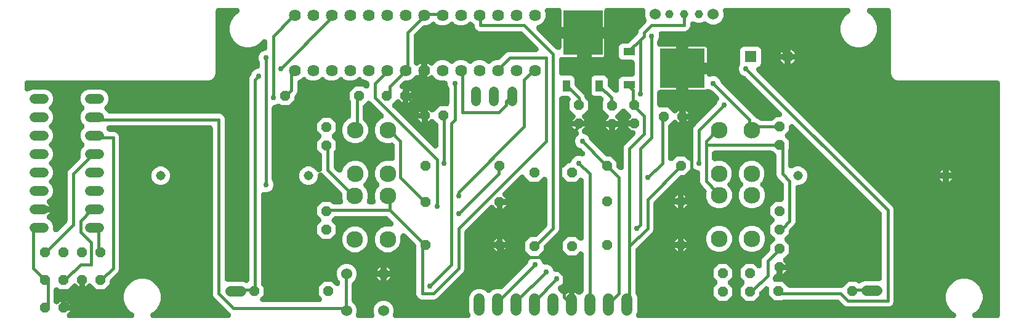
<source format=gbr>
G04 EAGLE Gerber RS-274X export*
G75*
%MOMM*%
%FSLAX34Y34*%
%LPD*%
%INTop Copper*%
%IPPOS*%
%AMOC8*
5,1,8,0,0,1.08239X$1,22.5*%
G01*
%ADD10P,1.429621X8X112.500000*%
%ADD11C,2.300000*%
%ADD12C,1.600000*%
%ADD13R,1.600000X1.600000*%
%ADD14R,5.400000X6.200000*%
%ADD15R,1.000000X1.600000*%
%ADD16P,1.429621X8X202.500000*%
%ADD17P,1.429621X8X22.500000*%
%ADD18C,1.524000*%
%ADD19C,1.320800*%
%ADD20C,1.524000*%
%ADD21C,1.625600*%
%ADD22C,1.158000*%
%ADD23P,1.429621X8X292.500000*%
%ADD24C,1.308000*%
%ADD25R,6.200000X5.400000*%
%ADD26R,1.600000X1.000000*%
%ADD27C,1.408000*%
%ADD28C,0.381000*%
%ADD29C,0.756400*%

G36*
X549954Y10928D02*
X549954Y10928D01*
X550031Y10926D01*
X550238Y10948D01*
X550446Y10963D01*
X550521Y10979D01*
X550598Y10987D01*
X550799Y11038D01*
X551003Y11082D01*
X551075Y11108D01*
X551150Y11127D01*
X551342Y11206D01*
X551538Y11278D01*
X551606Y11314D01*
X551677Y11343D01*
X551857Y11448D01*
X552041Y11546D01*
X552103Y11592D01*
X552169Y11631D01*
X552332Y11760D01*
X552501Y11883D01*
X552556Y11936D01*
X552616Y11984D01*
X552760Y12135D01*
X552909Y12280D01*
X552956Y12341D01*
X553009Y12397D01*
X553130Y12566D01*
X553258Y12731D01*
X553296Y12798D01*
X553340Y12860D01*
X553436Y13044D01*
X553540Y13226D01*
X553568Y13297D01*
X553604Y13365D01*
X553673Y13561D01*
X553750Y13755D01*
X553768Y13830D01*
X553794Y13903D01*
X553835Y14106D01*
X553884Y14309D01*
X553892Y14386D01*
X553907Y14461D01*
X553919Y14668D01*
X553939Y14876D01*
X553936Y14953D01*
X553941Y15030D01*
X553924Y15237D01*
X553915Y15446D01*
X553901Y15521D01*
X553895Y15598D01*
X553849Y15801D01*
X553811Y16006D01*
X553786Y16078D01*
X553769Y16154D01*
X553696Y16349D01*
X553629Y16546D01*
X553595Y16615D01*
X553568Y16687D01*
X553468Y16869D01*
X553374Y17055D01*
X553331Y17119D01*
X553294Y17186D01*
X553169Y17353D01*
X553051Y17524D01*
X552998Y17581D01*
X552952Y17642D01*
X552805Y17790D01*
X552664Y17943D01*
X552605Y17992D01*
X552551Y18046D01*
X552452Y18117D01*
X552223Y18304D01*
X552007Y18435D01*
X551909Y18505D01*
X549551Y19866D01*
X544866Y24551D01*
X541554Y30288D01*
X539839Y36688D01*
X539839Y43312D01*
X541554Y49712D01*
X544866Y55449D01*
X549551Y60134D01*
X555288Y63446D01*
X561688Y65161D01*
X568312Y65161D01*
X574712Y63446D01*
X580449Y60134D01*
X585134Y55449D01*
X588446Y49712D01*
X590161Y43312D01*
X590161Y36688D01*
X588446Y30288D01*
X585134Y24551D01*
X580449Y19866D01*
X578091Y18505D01*
X578027Y18462D01*
X577959Y18426D01*
X577791Y18303D01*
X577619Y18186D01*
X577561Y18135D01*
X577499Y18089D01*
X577350Y17944D01*
X577196Y17804D01*
X577146Y17746D01*
X577091Y17692D01*
X576964Y17527D01*
X576830Y17367D01*
X576789Y17302D01*
X576742Y17241D01*
X576639Y17060D01*
X576529Y16883D01*
X576498Y16813D01*
X576460Y16746D01*
X576383Y16552D01*
X576299Y16362D01*
X576278Y16288D01*
X576250Y16217D01*
X576201Y16014D01*
X576144Y15814D01*
X576134Y15738D01*
X576116Y15663D01*
X576096Y15455D01*
X576068Y15249D01*
X576068Y15172D01*
X576061Y15096D01*
X576070Y14887D01*
X576071Y14679D01*
X576082Y14603D01*
X576085Y14526D01*
X576123Y14321D01*
X576153Y14116D01*
X576175Y14042D01*
X576189Y13966D01*
X576255Y13769D01*
X576314Y13569D01*
X576346Y13499D01*
X576371Y13426D01*
X576464Y13240D01*
X576550Y13050D01*
X576591Y12985D01*
X576626Y12917D01*
X576744Y12745D01*
X576856Y12569D01*
X576906Y12511D01*
X576949Y12448D01*
X577091Y12295D01*
X577226Y12136D01*
X577284Y12085D01*
X577336Y12029D01*
X577497Y11897D01*
X577653Y11759D01*
X577717Y11717D01*
X577777Y11668D01*
X577955Y11560D01*
X578129Y11445D01*
X578198Y11412D01*
X578264Y11373D01*
X578455Y11291D01*
X578644Y11201D01*
X578717Y11178D01*
X578788Y11148D01*
X578989Y11094D01*
X579188Y11032D01*
X579263Y11019D01*
X579338Y10999D01*
X579459Y10987D01*
X579750Y10940D01*
X580003Y10934D01*
X580122Y10923D01*
X610014Y10923D01*
X610243Y10939D01*
X610474Y10949D01*
X610528Y10959D01*
X610582Y10963D01*
X610808Y11011D01*
X611034Y11053D01*
X611086Y11070D01*
X611140Y11082D01*
X611356Y11161D01*
X611574Y11234D01*
X611623Y11259D01*
X611675Y11278D01*
X611878Y11386D01*
X612083Y11489D01*
X612129Y11520D01*
X612177Y11546D01*
X612363Y11682D01*
X612552Y11813D01*
X612593Y11850D01*
X612637Y11883D01*
X612802Y12043D01*
X612971Y12199D01*
X613006Y12242D01*
X613045Y12280D01*
X613186Y12462D01*
X613332Y12640D01*
X613360Y12688D01*
X613394Y12731D01*
X613508Y12931D01*
X613627Y13128D01*
X613649Y13178D01*
X613676Y13226D01*
X613761Y13440D01*
X613852Y13651D01*
X613866Y13704D01*
X613886Y13755D01*
X613941Y13980D01*
X614001Y14201D01*
X614005Y14245D01*
X614021Y14309D01*
X614076Y14876D01*
X614073Y14942D01*
X614077Y14986D01*
X614077Y335014D01*
X614061Y335243D01*
X614051Y335474D01*
X614041Y335528D01*
X614037Y335582D01*
X613989Y335808D01*
X613947Y336034D01*
X613930Y336086D01*
X613918Y336140D01*
X613839Y336356D01*
X613766Y336574D01*
X613741Y336623D01*
X613722Y336675D01*
X613614Y336877D01*
X613511Y337083D01*
X613480Y337129D01*
X613454Y337177D01*
X613318Y337363D01*
X613187Y337552D01*
X613150Y337593D01*
X613117Y337637D01*
X612957Y337802D01*
X612801Y337971D01*
X612758Y338006D01*
X612720Y338045D01*
X612538Y338186D01*
X612360Y338332D01*
X612312Y338360D01*
X612269Y338394D01*
X612069Y338508D01*
X611872Y338627D01*
X611822Y338649D01*
X611774Y338676D01*
X611560Y338761D01*
X611349Y338852D01*
X611296Y338866D01*
X611245Y338886D01*
X611020Y338941D01*
X610799Y339001D01*
X610755Y339005D01*
X610691Y339021D01*
X610124Y339076D01*
X610058Y339073D01*
X610014Y339077D01*
X472827Y339077D01*
X468813Y340740D01*
X465740Y343813D01*
X464077Y347827D01*
X464077Y435014D01*
X464061Y435243D01*
X464051Y435474D01*
X464041Y435528D01*
X464037Y435582D01*
X463989Y435808D01*
X463947Y436034D01*
X463930Y436086D01*
X463918Y436140D01*
X463839Y436356D01*
X463766Y436574D01*
X463741Y436623D01*
X463722Y436675D01*
X463614Y436878D01*
X463511Y437083D01*
X463480Y437129D01*
X463454Y437177D01*
X463318Y437363D01*
X463187Y437552D01*
X463150Y437593D01*
X463117Y437637D01*
X462957Y437802D01*
X462801Y437971D01*
X462758Y438006D01*
X462720Y438045D01*
X462538Y438186D01*
X462360Y438332D01*
X462312Y438360D01*
X462269Y438394D01*
X462069Y438508D01*
X461872Y438627D01*
X461822Y438649D01*
X461774Y438676D01*
X461560Y438761D01*
X461349Y438852D01*
X461296Y438866D01*
X461245Y438886D01*
X461020Y438941D01*
X460799Y439001D01*
X460755Y439005D01*
X460691Y439021D01*
X460124Y439076D01*
X460058Y439073D01*
X460014Y439077D01*
X435122Y439077D01*
X435046Y439072D01*
X434969Y439074D01*
X434762Y439052D01*
X434554Y439037D01*
X434479Y439021D01*
X434402Y439013D01*
X434201Y438962D01*
X433997Y438918D01*
X433925Y438892D01*
X433850Y438873D01*
X433658Y438794D01*
X433462Y438722D01*
X433394Y438686D01*
X433323Y438657D01*
X433143Y438552D01*
X432959Y438454D01*
X432897Y438408D01*
X432831Y438369D01*
X432668Y438240D01*
X432499Y438117D01*
X432444Y438064D01*
X432384Y438016D01*
X432240Y437865D01*
X432091Y437720D01*
X432044Y437659D01*
X431991Y437603D01*
X431870Y437434D01*
X431742Y437269D01*
X431704Y437202D01*
X431660Y437140D01*
X431564Y436956D01*
X431460Y436774D01*
X431432Y436703D01*
X431396Y436635D01*
X431327Y436439D01*
X431250Y436245D01*
X431232Y436170D01*
X431206Y436097D01*
X431165Y435894D01*
X431116Y435691D01*
X431108Y435614D01*
X431093Y435539D01*
X431081Y435332D01*
X431061Y435124D01*
X431064Y435047D01*
X431059Y434970D01*
X431076Y434763D01*
X431085Y434554D01*
X431099Y434479D01*
X431105Y434402D01*
X431151Y434199D01*
X431189Y433994D01*
X431214Y433922D01*
X431231Y433846D01*
X431304Y433651D01*
X431371Y433454D01*
X431405Y433385D01*
X431432Y433313D01*
X431532Y433131D01*
X431626Y432945D01*
X431669Y432881D01*
X431706Y432814D01*
X431831Y432647D01*
X431949Y432476D01*
X432002Y432419D01*
X432048Y432358D01*
X432195Y432210D01*
X432336Y432057D01*
X432395Y432008D01*
X432449Y431954D01*
X432548Y431883D01*
X432777Y431696D01*
X432993Y431565D01*
X433091Y431495D01*
X435449Y430134D01*
X440134Y425449D01*
X443446Y419712D01*
X445161Y413312D01*
X445161Y406688D01*
X443446Y400288D01*
X440134Y394551D01*
X435449Y389866D01*
X429712Y386554D01*
X423312Y384839D01*
X416688Y384839D01*
X410288Y386554D01*
X404551Y389866D01*
X399866Y394551D01*
X396554Y400288D01*
X394839Y406688D01*
X394839Y413312D01*
X396554Y419712D01*
X399866Y425449D01*
X404551Y430134D01*
X406909Y431495D01*
X406973Y431538D01*
X407041Y431574D01*
X407209Y431697D01*
X407381Y431814D01*
X407439Y431865D01*
X407501Y431911D01*
X407650Y432056D01*
X407804Y432196D01*
X407854Y432254D01*
X407909Y432308D01*
X408036Y432473D01*
X408170Y432633D01*
X408211Y432698D01*
X408258Y432759D01*
X408361Y432940D01*
X408471Y433117D01*
X408502Y433187D01*
X408540Y433254D01*
X408617Y433448D01*
X408701Y433638D01*
X408722Y433712D01*
X408750Y433783D01*
X408799Y433986D01*
X408856Y434186D01*
X408866Y434262D01*
X408884Y434337D01*
X408904Y434545D01*
X408932Y434751D01*
X408932Y434828D01*
X408939Y434904D01*
X408930Y435113D01*
X408929Y435321D01*
X408918Y435397D01*
X408915Y435474D01*
X408877Y435679D01*
X408847Y435884D01*
X408825Y435958D01*
X408811Y436034D01*
X408745Y436231D01*
X408686Y436431D01*
X408654Y436501D01*
X408629Y436574D01*
X408536Y436760D01*
X408450Y436950D01*
X408409Y437015D01*
X408374Y437083D01*
X408256Y437255D01*
X408144Y437431D01*
X408094Y437489D01*
X408051Y437552D01*
X407909Y437705D01*
X407774Y437864D01*
X407716Y437915D01*
X407664Y437971D01*
X407503Y438103D01*
X407347Y438241D01*
X407283Y438283D01*
X407223Y438332D01*
X407045Y438440D01*
X406871Y438555D01*
X406802Y438588D01*
X406736Y438627D01*
X406545Y438709D01*
X406356Y438799D01*
X406283Y438822D01*
X406212Y438852D01*
X406011Y438906D01*
X405812Y438968D01*
X405737Y438981D01*
X405662Y439001D01*
X405541Y439013D01*
X405250Y439060D01*
X404997Y439066D01*
X404878Y439077D01*
X237168Y439077D01*
X236995Y439065D01*
X236823Y439063D01*
X236712Y439045D01*
X236600Y439037D01*
X236431Y439001D01*
X236260Y438975D01*
X236152Y438942D01*
X236042Y438918D01*
X235880Y438859D01*
X235715Y438809D01*
X235613Y438761D01*
X235507Y438722D01*
X235355Y438641D01*
X235198Y438568D01*
X235104Y438507D01*
X235005Y438454D01*
X234866Y438352D01*
X234721Y438258D01*
X234636Y438184D01*
X234545Y438117D01*
X234421Y437997D01*
X234291Y437883D01*
X234217Y437798D01*
X234137Y437720D01*
X234031Y437583D01*
X233918Y437453D01*
X233857Y437358D01*
X233788Y437269D01*
X233702Y437119D01*
X233609Y436974D01*
X233562Y436872D01*
X233506Y436774D01*
X233442Y436613D01*
X233370Y436457D01*
X233337Y436349D01*
X233296Y436245D01*
X233255Y436076D01*
X233205Y435911D01*
X233188Y435800D01*
X233162Y435691D01*
X233145Y435519D01*
X233119Y435348D01*
X233117Y435236D01*
X233106Y435124D01*
X233114Y434951D01*
X233112Y434778D01*
X233126Y434667D01*
X233131Y434554D01*
X233162Y434384D01*
X233184Y434213D01*
X233209Y434132D01*
X233235Y433994D01*
X233410Y433472D01*
X233414Y433459D01*
X233717Y432728D01*
X233717Y427272D01*
X231629Y422230D01*
X227770Y418371D01*
X222728Y416283D01*
X217272Y416283D01*
X212230Y418371D01*
X211443Y419159D01*
X211441Y419161D01*
X211439Y419163D01*
X211227Y419347D01*
X211013Y419532D01*
X211010Y419534D01*
X211008Y419536D01*
X210770Y419689D01*
X210535Y419842D01*
X210532Y419843D01*
X210530Y419845D01*
X210273Y419964D01*
X210018Y420082D01*
X210015Y420083D01*
X210013Y420084D01*
X209739Y420167D01*
X209472Y420247D01*
X209470Y420248D01*
X209467Y420249D01*
X209178Y420293D01*
X208909Y420335D01*
X208907Y420335D01*
X208904Y420335D01*
X208616Y420339D01*
X208340Y420342D01*
X208337Y420342D01*
X208334Y420342D01*
X208063Y420307D01*
X207774Y420270D01*
X207772Y420269D01*
X207769Y420269D01*
X207757Y420265D01*
X207225Y420120D01*
X207096Y420064D01*
X207015Y420040D01*
X202364Y418113D01*
X197636Y418113D01*
X193620Y419777D01*
X193456Y419831D01*
X193296Y419895D01*
X193186Y419922D01*
X193080Y419957D01*
X192910Y419989D01*
X192742Y420029D01*
X192630Y420040D01*
X192519Y420060D01*
X192347Y420068D01*
X192175Y420084D01*
X192062Y420080D01*
X191950Y420084D01*
X191778Y420067D01*
X191605Y420060D01*
X191495Y420039D01*
X191383Y420028D01*
X191215Y419987D01*
X191045Y419956D01*
X190939Y419920D01*
X190829Y419893D01*
X190669Y419829D01*
X190505Y419775D01*
X190404Y419724D01*
X190300Y419683D01*
X190150Y419597D01*
X189996Y419519D01*
X189903Y419455D01*
X189805Y419400D01*
X189669Y419294D01*
X189527Y419196D01*
X189444Y419119D01*
X189355Y419050D01*
X189235Y418926D01*
X189108Y418809D01*
X189037Y418722D01*
X188958Y418642D01*
X188857Y418502D01*
X188747Y418368D01*
X188689Y418272D01*
X188622Y418181D01*
X188541Y418029D01*
X188452Y417881D01*
X188407Y417778D01*
X188354Y417678D01*
X188295Y417516D01*
X188227Y417357D01*
X188198Y417249D01*
X188159Y417143D01*
X188123Y416974D01*
X188078Y416807D01*
X188070Y416722D01*
X188041Y416586D01*
X188003Y416036D01*
X188002Y416023D01*
X188002Y413408D01*
X186784Y410467D01*
X184533Y408216D01*
X181592Y406998D01*
X148875Y406998D01*
X148702Y406986D01*
X148530Y406984D01*
X148419Y406966D01*
X148307Y406958D01*
X148137Y406922D01*
X147967Y406895D01*
X147859Y406863D01*
X147749Y406839D01*
X147587Y406780D01*
X147422Y406729D01*
X147320Y406682D01*
X147214Y406643D01*
X147062Y406562D01*
X146905Y406489D01*
X146811Y406428D01*
X146712Y406375D01*
X146572Y406273D01*
X146427Y406178D01*
X146343Y406105D01*
X146252Y406038D01*
X146128Y405918D01*
X145998Y405804D01*
X145924Y405719D01*
X145844Y405641D01*
X145738Y405504D01*
X145625Y405373D01*
X145564Y405279D01*
X145495Y405190D01*
X145409Y405040D01*
X145316Y404895D01*
X145268Y404793D01*
X145213Y404695D01*
X145149Y404534D01*
X145076Y404378D01*
X145044Y404270D01*
X145003Y404166D01*
X144962Y403997D01*
X144912Y403832D01*
X144895Y403721D01*
X144868Y403612D01*
X144852Y403440D01*
X144825Y403269D01*
X144824Y403156D01*
X144813Y403045D01*
X144821Y402872D01*
X144819Y402699D01*
X144833Y402588D01*
X144838Y402475D01*
X144869Y402305D01*
X144879Y402233D01*
X144879Y398035D01*
X143311Y394250D01*
X143274Y394138D01*
X143227Y394030D01*
X143184Y393869D01*
X143130Y393710D01*
X143109Y393594D01*
X143078Y393480D01*
X143067Y393366D01*
X143027Y393149D01*
X143013Y392811D01*
X143002Y392695D01*
X143002Y389204D01*
X143018Y388975D01*
X143028Y388744D01*
X143038Y388690D01*
X143042Y388636D01*
X143090Y388410D01*
X143132Y388184D01*
X143149Y388132D01*
X143161Y388078D01*
X143240Y387862D01*
X143313Y387644D01*
X143338Y387595D01*
X143357Y387543D01*
X143465Y387340D01*
X143568Y387135D01*
X143599Y387089D01*
X143625Y387041D01*
X143761Y386855D01*
X143892Y386666D01*
X143929Y386625D01*
X143962Y386581D01*
X144122Y386416D01*
X144278Y386247D01*
X144321Y386212D01*
X144359Y386173D01*
X144541Y386032D01*
X144719Y385886D01*
X144767Y385858D01*
X144810Y385824D01*
X145010Y385710D01*
X145207Y385591D01*
X145257Y385569D01*
X145305Y385542D01*
X145519Y385457D01*
X145730Y385366D01*
X145783Y385352D01*
X145834Y385332D01*
X146059Y385277D01*
X146280Y385217D01*
X146324Y385213D01*
X146388Y385197D01*
X146955Y385142D01*
X147021Y385145D01*
X147065Y385141D01*
X169273Y385141D01*
X169273Y359664D01*
X169289Y359435D01*
X169299Y359205D01*
X169309Y359151D01*
X169313Y359096D01*
X169361Y358871D01*
X169403Y358644D01*
X169420Y358592D01*
X169432Y358539D01*
X169511Y358322D01*
X169584Y358104D01*
X169609Y358055D01*
X169628Y358003D01*
X169736Y357800D01*
X169839Y357595D01*
X169871Y357549D01*
X169896Y357501D01*
X170032Y357316D01*
X170163Y357126D01*
X170200Y357085D01*
X170233Y357041D01*
X170393Y356876D01*
X170549Y356707D01*
X170592Y356672D01*
X170630Y356633D01*
X170812Y356492D01*
X170990Y356346D01*
X171038Y356318D01*
X171081Y356284D01*
X171281Y356170D01*
X171478Y356051D01*
X171528Y356029D01*
X171576Y356002D01*
X171791Y355917D01*
X172001Y355826D01*
X172054Y355812D01*
X172105Y355792D01*
X172330Y355737D01*
X172551Y355677D01*
X172595Y355673D01*
X172659Y355658D01*
X173226Y355602D01*
X173292Y355605D01*
X173336Y355601D01*
X177401Y355601D01*
X177401Y355599D01*
X173336Y355599D01*
X173107Y355583D01*
X172876Y355573D01*
X172822Y355563D01*
X172768Y355559D01*
X172542Y355511D01*
X172316Y355469D01*
X172264Y355452D01*
X172210Y355440D01*
X171994Y355361D01*
X171776Y355288D01*
X171727Y355263D01*
X171675Y355244D01*
X171472Y355136D01*
X171267Y355033D01*
X171221Y355001D01*
X171173Y354976D01*
X170987Y354840D01*
X170798Y354709D01*
X170757Y354671D01*
X170713Y354639D01*
X170548Y354479D01*
X170379Y354323D01*
X170344Y354280D01*
X170305Y354242D01*
X170164Y354060D01*
X170018Y353881D01*
X169990Y353834D01*
X169956Y353791D01*
X169842Y353591D01*
X169723Y353394D01*
X169701Y353344D01*
X169674Y353296D01*
X169589Y353081D01*
X169498Y352871D01*
X169484Y352818D01*
X169464Y352766D01*
X169409Y352542D01*
X169349Y352321D01*
X169345Y352276D01*
X169330Y352213D01*
X169274Y351646D01*
X169277Y351580D01*
X169273Y351536D01*
X169273Y326059D01*
X147065Y326059D01*
X146836Y326043D01*
X146605Y326033D01*
X146551Y326023D01*
X146497Y326019D01*
X146271Y325971D01*
X146045Y325929D01*
X145993Y325912D01*
X145939Y325900D01*
X145723Y325821D01*
X145505Y325748D01*
X145456Y325723D01*
X145404Y325704D01*
X145201Y325596D01*
X144996Y325493D01*
X144950Y325462D01*
X144902Y325436D01*
X144716Y325300D01*
X144527Y325169D01*
X144486Y325132D01*
X144442Y325099D01*
X144277Y324939D01*
X144108Y324783D01*
X144073Y324740D01*
X144034Y324702D01*
X143893Y324520D01*
X143747Y324342D01*
X143719Y324294D01*
X143685Y324251D01*
X143571Y324051D01*
X143452Y323854D01*
X143430Y323804D01*
X143403Y323756D01*
X143318Y323542D01*
X143227Y323331D01*
X143213Y323278D01*
X143193Y323227D01*
X143138Y323002D01*
X143078Y322781D01*
X143074Y322737D01*
X143058Y322673D01*
X143003Y322106D01*
X143006Y322040D01*
X143002Y321996D01*
X143002Y305864D01*
X143018Y305635D01*
X143028Y305404D01*
X143038Y305350D01*
X143042Y305296D01*
X143090Y305070D01*
X143132Y304844D01*
X143149Y304792D01*
X143161Y304738D01*
X143240Y304522D01*
X143313Y304304D01*
X143338Y304255D01*
X143357Y304203D01*
X143465Y304000D01*
X143568Y303795D01*
X143599Y303749D01*
X143625Y303701D01*
X143761Y303515D01*
X143892Y303326D01*
X143929Y303285D01*
X143962Y303241D01*
X144122Y303076D01*
X144278Y302907D01*
X144321Y302872D01*
X144359Y302833D01*
X144541Y302692D01*
X144719Y302546D01*
X144767Y302518D01*
X144810Y302484D01*
X145010Y302370D01*
X145207Y302251D01*
X145257Y302229D01*
X145305Y302202D01*
X145519Y302117D01*
X145730Y302026D01*
X145783Y302012D01*
X145834Y301992D01*
X146059Y301937D01*
X146280Y301877D01*
X146324Y301873D01*
X146388Y301857D01*
X146955Y301802D01*
X147021Y301805D01*
X147065Y301801D01*
X157361Y301801D01*
X164441Y294720D01*
X164615Y294569D01*
X164785Y294414D01*
X164830Y294383D01*
X164871Y294347D01*
X165065Y294221D01*
X165254Y294091D01*
X165303Y294067D01*
X165350Y294037D01*
X165559Y293940D01*
X165765Y293837D01*
X165817Y293820D01*
X165866Y293797D01*
X166087Y293730D01*
X166305Y293657D01*
X166359Y293648D01*
X166412Y293632D01*
X166639Y293596D01*
X166866Y293555D01*
X166921Y293553D01*
X166975Y293544D01*
X167204Y293541D01*
X167435Y293532D01*
X167490Y293537D01*
X167545Y293537D01*
X167773Y293566D01*
X168002Y293589D01*
X168055Y293602D01*
X168110Y293609D01*
X168332Y293670D01*
X168555Y293724D01*
X168606Y293745D01*
X168659Y293759D01*
X168871Y293850D01*
X169084Y293936D01*
X169132Y293963D01*
X169183Y293985D01*
X169379Y294105D01*
X169579Y294219D01*
X169613Y294248D01*
X169669Y294282D01*
X170109Y294644D01*
X170153Y294692D01*
X170188Y294720D01*
X173437Y297969D01*
X173437Y289100D01*
X173437Y280231D01*
X170188Y283480D01*
X170014Y283631D01*
X169844Y283786D01*
X169799Y283817D01*
X169757Y283853D01*
X169564Y283979D01*
X169375Y284109D01*
X169325Y284133D01*
X169279Y284163D01*
X169070Y284260D01*
X168864Y284363D01*
X168812Y284380D01*
X168762Y284403D01*
X168542Y284470D01*
X168324Y284543D01*
X168270Y284552D01*
X168217Y284568D01*
X167990Y284604D01*
X167763Y284645D01*
X167708Y284647D01*
X167654Y284656D01*
X167424Y284659D01*
X167194Y284668D01*
X167139Y284663D01*
X167084Y284663D01*
X166856Y284634D01*
X166627Y284611D01*
X166574Y284598D01*
X166519Y284591D01*
X166297Y284530D01*
X166074Y284476D01*
X166023Y284455D01*
X165970Y284441D01*
X165758Y284349D01*
X165544Y284264D01*
X165497Y284237D01*
X165446Y284215D01*
X165250Y284095D01*
X165050Y283981D01*
X165016Y283952D01*
X164960Y283918D01*
X164520Y283556D01*
X164476Y283508D01*
X164441Y283480D01*
X159192Y278230D01*
X159152Y278185D01*
X159108Y278144D01*
X158965Y277969D01*
X158818Y277800D01*
X158785Y277750D01*
X158747Y277703D01*
X158630Y277510D01*
X158508Y277322D01*
X158483Y277267D01*
X158452Y277216D01*
X158363Y277009D01*
X158268Y276805D01*
X158251Y276747D01*
X158227Y276692D01*
X158168Y276475D01*
X158103Y276260D01*
X158094Y276200D01*
X158078Y276142D01*
X158067Y276025D01*
X158016Y275697D01*
X158013Y275472D01*
X158002Y275357D01*
X158002Y231673D01*
X158010Y231558D01*
X158008Y231443D01*
X158030Y231274D01*
X158042Y231104D01*
X158066Y230992D01*
X158080Y230877D01*
X158125Y230713D01*
X158161Y230547D01*
X158200Y230439D01*
X158231Y230328D01*
X158298Y230172D01*
X158357Y230012D01*
X158411Y229910D01*
X158457Y229805D01*
X158545Y229660D01*
X158625Y229510D01*
X158693Y229417D01*
X158753Y229318D01*
X158861Y229187D01*
X158962Y229050D01*
X159042Y228967D01*
X159115Y228878D01*
X159240Y228764D01*
X159359Y228642D01*
X159450Y228571D01*
X159535Y228493D01*
X159675Y228397D01*
X159810Y228293D01*
X159910Y228236D01*
X160005Y228171D01*
X160157Y228095D01*
X160305Y228011D01*
X160412Y227968D01*
X160515Y227917D01*
X160676Y227863D01*
X160834Y227800D01*
X160947Y227773D01*
X161056Y227737D01*
X161223Y227706D01*
X161388Y227666D01*
X161503Y227655D01*
X161616Y227634D01*
X161786Y227628D01*
X161955Y227611D01*
X162070Y227616D01*
X162186Y227611D01*
X162355Y227628D01*
X162525Y227636D01*
X162638Y227657D01*
X162752Y227668D01*
X162918Y227709D01*
X163085Y227740D01*
X163194Y227776D01*
X163306Y227804D01*
X163464Y227867D01*
X163625Y227921D01*
X163728Y227972D01*
X163835Y228015D01*
X163982Y228100D01*
X164134Y228176D01*
X164229Y228242D01*
X164329Y228299D01*
X164418Y228372D01*
X164603Y228500D01*
X164847Y228725D01*
X164938Y228800D01*
X170039Y233901D01*
X180561Y233901D01*
X185053Y229409D01*
X185184Y229295D01*
X185309Y229174D01*
X185399Y229108D01*
X185483Y229035D01*
X185629Y228941D01*
X185769Y228838D01*
X185867Y228786D01*
X185961Y228726D01*
X186119Y228652D01*
X186272Y228571D01*
X186377Y228533D01*
X186478Y228486D01*
X186644Y228435D01*
X186807Y228376D01*
X186917Y228353D01*
X187023Y228320D01*
X187195Y228294D01*
X187365Y228258D01*
X187476Y228250D01*
X187586Y228233D01*
X187760Y228231D01*
X187933Y228219D01*
X188045Y228227D01*
X188156Y228225D01*
X188328Y228247D01*
X188502Y228260D01*
X188611Y228283D01*
X188721Y228297D01*
X188889Y228343D01*
X189059Y228380D01*
X189163Y228418D01*
X189271Y228448D01*
X189430Y228517D01*
X189593Y228577D01*
X189691Y228630D01*
X189794Y228674D01*
X189942Y228764D01*
X190095Y228847D01*
X190185Y228913D01*
X190280Y228971D01*
X190414Y229081D01*
X190555Y229184D01*
X190634Y229262D01*
X190720Y229332D01*
X190838Y229461D01*
X190962Y229582D01*
X191030Y229670D01*
X191105Y229752D01*
X191204Y229895D01*
X191249Y229955D01*
X191253Y229959D01*
X191254Y229960D01*
X191310Y230033D01*
X191350Y230108D01*
X191428Y230222D01*
X191499Y230365D01*
X191548Y230446D01*
X191603Y230575D01*
X191677Y230723D01*
X191680Y230729D01*
X191682Y230732D01*
X191682Y230733D01*
X191690Y230752D01*
X191727Y230863D01*
X191773Y230970D01*
X191817Y231133D01*
X191870Y231292D01*
X191891Y231407D01*
X191922Y231520D01*
X191933Y231634D01*
X191973Y231853D01*
X191987Y232188D01*
X191998Y232305D01*
X191998Y271592D01*
X193216Y274533D01*
X196039Y277355D01*
X224177Y305493D01*
X224254Y305582D01*
X224338Y305664D01*
X224441Y305797D01*
X224550Y305923D01*
X224615Y306022D01*
X224687Y306115D01*
X224740Y306216D01*
X224860Y306401D01*
X225003Y306708D01*
X225058Y306811D01*
X226625Y310596D01*
X226983Y310954D01*
X227135Y311128D01*
X227290Y311298D01*
X227321Y311343D01*
X227357Y311384D01*
X227482Y311577D01*
X227613Y311767D01*
X227637Y311816D01*
X227667Y311862D01*
X227764Y312071D01*
X227866Y312277D01*
X227884Y312329D01*
X227907Y312379D01*
X227974Y312600D01*
X228046Y312818D01*
X228056Y312872D01*
X228072Y312925D01*
X228107Y313152D01*
X228149Y313378D01*
X228151Y313434D01*
X228159Y313488D01*
X228162Y313717D01*
X228172Y313948D01*
X228166Y314003D01*
X228167Y314057D01*
X228138Y314286D01*
X228115Y314515D01*
X228102Y314568D01*
X228095Y314623D01*
X228034Y314845D01*
X227979Y315068D01*
X227959Y315119D01*
X227945Y315172D01*
X227853Y315383D01*
X227768Y315597D01*
X227740Y315645D01*
X227719Y315695D01*
X227599Y315892D01*
X227484Y316091D01*
X227456Y316126D01*
X227422Y316182D01*
X227060Y316622D01*
X227012Y316666D01*
X226983Y316700D01*
X219507Y324177D01*
X219418Y324254D01*
X219336Y324338D01*
X219203Y324441D01*
X219077Y324550D01*
X218978Y324615D01*
X218885Y324687D01*
X218784Y324740D01*
X218599Y324860D01*
X218292Y325003D01*
X218189Y325058D01*
X213703Y326916D01*
X213538Y326971D01*
X213376Y327035D01*
X213268Y327061D01*
X213162Y327096D01*
X212991Y327128D01*
X212822Y327169D01*
X212711Y327179D01*
X212602Y327200D01*
X212428Y327207D01*
X212255Y327224D01*
X212144Y327219D01*
X212033Y327223D01*
X211859Y327206D01*
X211686Y327199D01*
X211576Y327178D01*
X211466Y327167D01*
X211297Y327126D01*
X211125Y327094D01*
X211020Y327059D01*
X210912Y327033D01*
X210750Y326968D01*
X210585Y326913D01*
X210511Y326873D01*
X210383Y326822D01*
X209896Y326543D01*
X209890Y326540D01*
X209604Y326348D01*
X209141Y326157D01*
X208650Y326059D01*
X185527Y326059D01*
X185527Y347473D01*
X210979Y347473D01*
X210981Y347453D01*
X211017Y347284D01*
X211043Y347113D01*
X211076Y347006D01*
X211100Y346896D01*
X211159Y346733D01*
X211209Y346568D01*
X211257Y346466D01*
X211296Y346361D01*
X211377Y346208D01*
X211450Y346052D01*
X211511Y345957D01*
X211564Y345858D01*
X211666Y345719D01*
X211760Y345574D01*
X211834Y345489D01*
X211901Y345398D01*
X212021Y345275D01*
X212135Y345144D01*
X212220Y345071D01*
X212298Y344990D01*
X212435Y344884D01*
X212565Y344771D01*
X212660Y344710D01*
X212749Y344641D01*
X212899Y344556D01*
X213044Y344462D01*
X213146Y344415D01*
X213244Y344359D01*
X213405Y344295D01*
X213561Y344223D01*
X213669Y344190D01*
X213773Y344149D01*
X213941Y344108D01*
X214107Y344058D01*
X214218Y344041D01*
X214327Y344015D01*
X214499Y343998D01*
X214670Y343972D01*
X214782Y343970D01*
X214894Y343959D01*
X215067Y343967D01*
X215240Y343965D01*
X215351Y343979D01*
X215464Y343984D01*
X215633Y344016D01*
X215805Y344038D01*
X215887Y344063D01*
X216024Y344088D01*
X216546Y344263D01*
X216559Y344267D01*
X218035Y344879D01*
X221965Y344879D01*
X225596Y343375D01*
X228375Y340596D01*
X229942Y336811D01*
X229995Y336706D01*
X230039Y336596D01*
X230122Y336451D01*
X230197Y336301D01*
X230264Y336204D01*
X230322Y336102D01*
X230395Y336014D01*
X230520Y335832D01*
X230749Y335583D01*
X230823Y335493D01*
X273961Y292355D01*
X276784Y289533D01*
X277007Y288992D01*
X277034Y288938D01*
X277055Y288881D01*
X277162Y288683D01*
X277262Y288482D01*
X277296Y288432D01*
X277325Y288379D01*
X277458Y288198D01*
X277585Y288013D01*
X277626Y287968D01*
X277662Y287920D01*
X277818Y287759D01*
X277971Y287593D01*
X278018Y287555D01*
X278060Y287512D01*
X278238Y287375D01*
X278411Y287232D01*
X278463Y287201D01*
X278511Y287164D01*
X278615Y287108D01*
X278898Y286936D01*
X279105Y286847D01*
X279207Y286793D01*
X282768Y285318D01*
X283894Y284192D01*
X283939Y284152D01*
X283980Y284108D01*
X284154Y283965D01*
X284324Y283818D01*
X284374Y283785D01*
X284421Y283747D01*
X284614Y283630D01*
X284802Y283508D01*
X284857Y283483D01*
X284908Y283452D01*
X285115Y283363D01*
X285319Y283268D01*
X285377Y283251D01*
X285432Y283227D01*
X285649Y283169D01*
X285864Y283103D01*
X285924Y283094D01*
X285982Y283078D01*
X286099Y283067D01*
X286427Y283016D01*
X286652Y283013D01*
X286767Y283002D01*
X299257Y283002D01*
X299317Y283006D01*
X299378Y283004D01*
X299601Y283026D01*
X299826Y283042D01*
X299885Y283054D01*
X299945Y283060D01*
X300163Y283114D01*
X300383Y283161D01*
X300439Y283181D01*
X300498Y283196D01*
X300707Y283279D01*
X300918Y283357D01*
X300971Y283385D01*
X301027Y283407D01*
X301222Y283519D01*
X301420Y283625D01*
X301469Y283661D01*
X301521Y283691D01*
X301612Y283766D01*
X301880Y283962D01*
X302041Y284119D01*
X302130Y284192D01*
X306139Y288201D01*
X310674Y288201D01*
X310789Y288209D01*
X310904Y288207D01*
X311072Y288229D01*
X311242Y288241D01*
X311355Y288265D01*
X311469Y288279D01*
X311633Y288324D01*
X311799Y288360D01*
X311907Y288399D01*
X312019Y288430D01*
X312175Y288497D01*
X312334Y288556D01*
X312436Y288610D01*
X312542Y288656D01*
X312687Y288744D01*
X312837Y288824D01*
X312930Y288892D01*
X313028Y288952D01*
X313159Y289060D01*
X313297Y289161D01*
X313379Y289241D01*
X313468Y289314D01*
X313583Y289439D01*
X313705Y289558D01*
X313775Y289649D01*
X313853Y289734D01*
X313950Y289874D01*
X314054Y290009D01*
X314111Y290109D01*
X314176Y290204D01*
X314251Y290356D01*
X314336Y290504D01*
X314378Y290611D01*
X314430Y290714D01*
X314483Y290875D01*
X314546Y291033D01*
X314573Y291146D01*
X314609Y291255D01*
X314640Y291422D01*
X314680Y291587D01*
X314691Y291702D01*
X314712Y291815D01*
X314719Y291985D01*
X314735Y292154D01*
X314730Y292269D01*
X314735Y292385D01*
X314718Y292554D01*
X314711Y292724D01*
X314690Y292837D01*
X314678Y292951D01*
X314638Y293117D01*
X314607Y293284D01*
X314570Y293393D01*
X314543Y293505D01*
X314480Y293663D01*
X314425Y293824D01*
X314374Y293927D01*
X314331Y294034D01*
X314246Y294181D01*
X314170Y294333D01*
X314105Y294428D01*
X314048Y294528D01*
X313974Y294617D01*
X313846Y294802D01*
X313622Y295046D01*
X313547Y295137D01*
X264507Y344177D01*
X264418Y344254D01*
X264336Y344338D01*
X264203Y344441D01*
X264077Y344550D01*
X263978Y344615D01*
X263885Y344687D01*
X263784Y344740D01*
X263599Y344860D01*
X263292Y345003D01*
X263189Y345058D01*
X259404Y346625D01*
X256625Y349404D01*
X255121Y353035D01*
X255121Y356965D01*
X256777Y360961D01*
X256797Y360992D01*
X256822Y361047D01*
X256853Y361099D01*
X256942Y361305D01*
X257037Y361509D01*
X257054Y361567D01*
X257078Y361622D01*
X257136Y361839D01*
X257202Y362054D01*
X257211Y362114D01*
X257227Y362172D01*
X257238Y362289D01*
X257289Y362617D01*
X257292Y362842D01*
X257303Y362957D01*
X257303Y380813D01*
X258231Y383054D01*
X259946Y384769D01*
X262187Y385697D01*
X280613Y385697D01*
X282854Y384769D01*
X284569Y383054D01*
X285497Y380813D01*
X285497Y362387D01*
X284569Y360146D01*
X282854Y358431D01*
X281423Y357839D01*
X281268Y357762D01*
X281110Y357693D01*
X281014Y357635D01*
X280913Y357584D01*
X280771Y357486D01*
X280623Y357396D01*
X280536Y357325D01*
X280444Y357261D01*
X280316Y357144D01*
X280183Y357034D01*
X280107Y356952D01*
X280024Y356875D01*
X279915Y356742D01*
X279798Y356615D01*
X279734Y356522D01*
X279663Y356435D01*
X279573Y356287D01*
X279475Y356145D01*
X279425Y356044D01*
X279367Y355948D01*
X279298Y355789D01*
X279222Y355635D01*
X279186Y355528D01*
X279142Y355425D01*
X279096Y355258D01*
X279042Y355094D01*
X279021Y354983D01*
X278992Y354875D01*
X278970Y354704D01*
X278939Y354534D01*
X278935Y354421D01*
X278921Y354310D01*
X278923Y354137D01*
X278916Y353964D01*
X278927Y353852D01*
X278929Y353740D01*
X278956Y353569D01*
X278973Y353397D01*
X279000Y353288D01*
X279017Y353177D01*
X279067Y353012D01*
X279109Y352844D01*
X279150Y352739D01*
X279183Y352632D01*
X279256Y352475D01*
X279320Y352315D01*
X279376Y352217D01*
X279424Y352115D01*
X279518Y351971D01*
X279604Y351821D01*
X279658Y351755D01*
X279734Y351638D01*
X280096Y351222D01*
X280104Y351212D01*
X466784Y164533D01*
X468002Y161592D01*
X468002Y33408D01*
X466784Y30467D01*
X464533Y28216D01*
X461592Y26998D01*
X403408Y26998D01*
X400467Y28216D01*
X392876Y35808D01*
X392830Y35848D01*
X392789Y35892D01*
X392615Y36034D01*
X392446Y36182D01*
X392395Y36215D01*
X392348Y36253D01*
X392156Y36370D01*
X391967Y36492D01*
X391913Y36517D01*
X391861Y36548D01*
X391655Y36637D01*
X391450Y36732D01*
X391393Y36749D01*
X391337Y36773D01*
X391120Y36831D01*
X390905Y36897D01*
X390845Y36906D01*
X390787Y36922D01*
X390670Y36933D01*
X390342Y36984D01*
X390117Y36987D01*
X390003Y36998D01*
X318143Y36998D01*
X318083Y36994D01*
X318022Y36996D01*
X317799Y36974D01*
X317574Y36958D01*
X317515Y36946D01*
X317455Y36940D01*
X317237Y36886D01*
X317017Y36839D01*
X316961Y36819D01*
X316902Y36804D01*
X316693Y36721D01*
X316482Y36643D01*
X316429Y36615D01*
X316373Y36593D01*
X316178Y36481D01*
X315980Y36375D01*
X315931Y36339D01*
X315879Y36309D01*
X315788Y36234D01*
X315520Y36038D01*
X315359Y35881D01*
X315270Y35808D01*
X315061Y35599D01*
X304539Y35599D01*
X297099Y43039D01*
X297099Y50974D01*
X297091Y51089D01*
X297093Y51204D01*
X297071Y51372D01*
X297059Y51542D01*
X297035Y51655D01*
X297021Y51769D01*
X296976Y51933D01*
X296940Y52099D01*
X296901Y52207D01*
X296870Y52319D01*
X296803Y52475D01*
X296744Y52634D01*
X296690Y52736D01*
X296644Y52842D01*
X296556Y52987D01*
X296476Y53137D01*
X296408Y53230D01*
X296348Y53328D01*
X296240Y53459D01*
X296139Y53597D01*
X296059Y53679D01*
X295986Y53768D01*
X295861Y53883D01*
X295742Y54005D01*
X295651Y54075D01*
X295566Y54153D01*
X295426Y54250D01*
X295291Y54354D01*
X295191Y54411D01*
X295096Y54476D01*
X294944Y54551D01*
X294796Y54636D01*
X294689Y54678D01*
X294586Y54730D01*
X294425Y54783D01*
X294267Y54846D01*
X294154Y54873D01*
X294045Y54909D01*
X293878Y54940D01*
X293713Y54980D01*
X293598Y54991D01*
X293485Y55012D01*
X293315Y55019D01*
X293146Y55035D01*
X293031Y55030D01*
X292915Y55035D01*
X292746Y55018D01*
X292576Y55011D01*
X292463Y54990D01*
X292349Y54978D01*
X292183Y54938D01*
X292016Y54907D01*
X291907Y54870D01*
X291795Y54843D01*
X291637Y54780D01*
X291476Y54725D01*
X291373Y54674D01*
X291266Y54631D01*
X291119Y54546D01*
X290967Y54470D01*
X290872Y54405D01*
X290772Y54348D01*
X290683Y54274D01*
X290498Y54146D01*
X290254Y53922D01*
X290163Y53847D01*
X284091Y47775D01*
X284051Y47729D01*
X284007Y47688D01*
X283865Y47514D01*
X283717Y47345D01*
X283684Y47294D01*
X283646Y47247D01*
X283529Y47055D01*
X283407Y46866D01*
X283382Y46812D01*
X283351Y46760D01*
X283262Y46554D01*
X283167Y46350D01*
X283150Y46292D01*
X283126Y46236D01*
X283068Y46020D01*
X283002Y45804D01*
X282993Y45744D01*
X282977Y45686D01*
X282966Y45569D01*
X282915Y45241D01*
X282912Y45016D01*
X282901Y44902D01*
X282901Y42239D01*
X275461Y34799D01*
X264939Y34799D01*
X257499Y42239D01*
X257499Y52761D01*
X262065Y57327D01*
X262216Y57501D01*
X262372Y57670D01*
X262403Y57716D01*
X262439Y57757D01*
X262564Y57950D01*
X262694Y58140D01*
X262719Y58189D01*
X262749Y58235D01*
X262846Y58444D01*
X262948Y58650D01*
X262966Y58702D01*
X262989Y58752D01*
X263055Y58972D01*
X263128Y59191D01*
X263138Y59245D01*
X263154Y59297D01*
X263189Y59524D01*
X263231Y59751D01*
X263233Y59806D01*
X263241Y59860D01*
X263244Y60090D01*
X263254Y60321D01*
X263248Y60375D01*
X263249Y60430D01*
X263220Y60658D01*
X263197Y60887D01*
X263184Y60941D01*
X263177Y60995D01*
X263116Y61218D01*
X263061Y61441D01*
X263041Y61492D01*
X263026Y61545D01*
X262935Y61756D01*
X262850Y61970D01*
X262822Y62018D01*
X262801Y62068D01*
X262681Y62265D01*
X262566Y62464D01*
X262538Y62498D01*
X262504Y62554D01*
X262142Y62995D01*
X262094Y63039D01*
X262065Y63073D01*
X257499Y67639D01*
X257499Y78161D01*
X264939Y85601D01*
X275461Y85601D01*
X280062Y81000D01*
X280149Y80924D01*
X280229Y80842D01*
X280364Y80737D01*
X280492Y80626D01*
X280589Y80563D01*
X280680Y80493D01*
X280827Y80409D01*
X280970Y80316D01*
X281075Y80268D01*
X281175Y80211D01*
X281333Y80148D01*
X281487Y80076D01*
X281597Y80043D01*
X281704Y80000D01*
X281870Y79960D01*
X282032Y79911D01*
X282146Y79893D01*
X282258Y79866D01*
X282428Y79850D01*
X282595Y79824D01*
X282710Y79822D01*
X282825Y79811D01*
X282995Y79818D01*
X283165Y79816D01*
X283279Y79831D01*
X283395Y79836D01*
X283562Y79867D01*
X283730Y79888D01*
X283842Y79919D01*
X283955Y79940D01*
X284116Y79994D01*
X284280Y80039D01*
X284386Y80084D01*
X284495Y80121D01*
X284647Y80197D01*
X284803Y80264D01*
X284901Y80324D01*
X285004Y80376D01*
X285144Y80473D01*
X285289Y80561D01*
X285378Y80634D01*
X285473Y80700D01*
X285598Y80815D01*
X285730Y80923D01*
X285807Y81008D01*
X285892Y81086D01*
X286000Y81218D01*
X286115Y81343D01*
X286180Y81438D01*
X286253Y81527D01*
X286341Y81673D01*
X286437Y81813D01*
X286489Y81916D01*
X286548Y82014D01*
X286615Y82170D01*
X286691Y82323D01*
X286727Y82432D01*
X286773Y82538D01*
X286817Y82702D01*
X286871Y82864D01*
X286892Y82977D01*
X286922Y83088D01*
X286933Y83203D01*
X286973Y83424D01*
X286987Y83756D01*
X286998Y83873D01*
X286998Y91592D01*
X288216Y94533D01*
X297509Y103825D01*
X297549Y103871D01*
X297593Y103912D01*
X297735Y104086D01*
X297883Y104255D01*
X297916Y104306D01*
X297954Y104353D01*
X298070Y104545D01*
X298193Y104734D01*
X298218Y104789D01*
X298249Y104840D01*
X298338Y105046D01*
X298433Y105250D01*
X298450Y105308D01*
X298474Y105364D01*
X298532Y105580D01*
X298598Y105796D01*
X298607Y105856D01*
X298623Y105914D01*
X298634Y106031D01*
X298685Y106359D01*
X298688Y106584D01*
X298699Y106698D01*
X298699Y111861D01*
X303965Y117127D01*
X304116Y117301D01*
X304272Y117470D01*
X304303Y117516D01*
X304339Y117557D01*
X304464Y117750D01*
X304594Y117940D01*
X304619Y117989D01*
X304649Y118035D01*
X304746Y118244D01*
X304848Y118450D01*
X304866Y118502D01*
X304889Y118552D01*
X304955Y118773D01*
X305028Y118991D01*
X305038Y119045D01*
X305054Y119097D01*
X305089Y119325D01*
X305131Y119551D01*
X305133Y119606D01*
X305141Y119660D01*
X305144Y119890D01*
X305154Y120121D01*
X305148Y120175D01*
X305149Y120230D01*
X305120Y120459D01*
X305097Y120688D01*
X305084Y120741D01*
X305077Y120795D01*
X305016Y121018D01*
X304961Y121241D01*
X304941Y121292D01*
X304926Y121345D01*
X304835Y121556D01*
X304750Y121770D01*
X304722Y121818D01*
X304701Y121868D01*
X304581Y122065D01*
X304466Y122264D01*
X304438Y122298D01*
X304404Y122354D01*
X304042Y122795D01*
X303994Y122839D01*
X303965Y122873D01*
X298699Y128139D01*
X298699Y138661D01*
X303265Y143227D01*
X303416Y143401D01*
X303572Y143570D01*
X303603Y143616D01*
X303639Y143657D01*
X303764Y143850D01*
X303894Y144040D01*
X303919Y144089D01*
X303949Y144135D01*
X304046Y144344D01*
X304148Y144550D01*
X304166Y144602D01*
X304189Y144652D01*
X304255Y144872D01*
X304328Y145091D01*
X304338Y145145D01*
X304354Y145197D01*
X304389Y145424D01*
X304431Y145651D01*
X304433Y145706D01*
X304441Y145760D01*
X304444Y145990D01*
X304454Y146221D01*
X304448Y146275D01*
X304449Y146330D01*
X304420Y146558D01*
X304397Y146787D01*
X304384Y146841D01*
X304377Y146895D01*
X304316Y147118D01*
X304261Y147341D01*
X304241Y147392D01*
X304226Y147445D01*
X304135Y147656D01*
X304050Y147870D01*
X304022Y147918D01*
X304001Y147968D01*
X303881Y148165D01*
X303766Y148364D01*
X303738Y148398D01*
X303704Y148454D01*
X303342Y148895D01*
X303294Y148939D01*
X303265Y148973D01*
X298699Y153539D01*
X298699Y164061D01*
X306139Y171501D01*
X312935Y171501D01*
X313164Y171517D01*
X313395Y171527D01*
X313449Y171537D01*
X313503Y171541D01*
X313729Y171589D01*
X313955Y171631D01*
X314007Y171648D01*
X314061Y171660D01*
X314277Y171739D01*
X314495Y171812D01*
X314544Y171837D01*
X314596Y171856D01*
X314799Y171964D01*
X315004Y172067D01*
X315050Y172098D01*
X315098Y172124D01*
X315284Y172260D01*
X315473Y172391D01*
X315514Y172428D01*
X315558Y172461D01*
X315723Y172621D01*
X315892Y172777D01*
X315927Y172820D01*
X315966Y172858D01*
X316107Y173040D01*
X316253Y173218D01*
X316281Y173266D01*
X316315Y173309D01*
X316429Y173509D01*
X316548Y173706D01*
X316570Y173756D01*
X316597Y173804D01*
X316682Y174018D01*
X316773Y174229D01*
X316787Y174282D01*
X316807Y174333D01*
X316862Y174558D01*
X316922Y174779D01*
X316926Y174823D01*
X316942Y174887D01*
X316997Y175454D01*
X316994Y175520D01*
X316998Y175564D01*
X316998Y195003D01*
X316994Y195063D01*
X316996Y195123D01*
X316974Y195347D01*
X316958Y195571D01*
X316946Y195630D01*
X316940Y195690D01*
X316886Y195908D01*
X316839Y196128D01*
X316819Y196185D01*
X316804Y196243D01*
X316721Y196452D01*
X316643Y196663D01*
X316615Y196716D01*
X316593Y196772D01*
X316481Y196967D01*
X316375Y197166D01*
X316339Y197214D01*
X316309Y197267D01*
X316234Y197358D01*
X316038Y197625D01*
X315881Y197787D01*
X315808Y197876D01*
X308216Y205467D01*
X306998Y208408D01*
X306998Y234857D01*
X306994Y234917D01*
X306996Y234978D01*
X306974Y235201D01*
X306958Y235426D01*
X306946Y235485D01*
X306940Y235545D01*
X306886Y235763D01*
X306839Y235983D01*
X306819Y236039D01*
X306804Y236098D01*
X306721Y236306D01*
X306643Y236518D01*
X306615Y236571D01*
X306593Y236627D01*
X306481Y236822D01*
X306375Y237020D01*
X306339Y237069D01*
X306309Y237121D01*
X306234Y237212D01*
X306038Y237480D01*
X305881Y237641D01*
X305808Y237730D01*
X302730Y240808D01*
X302685Y240848D01*
X302644Y240892D01*
X302470Y241035D01*
X302300Y241182D01*
X302250Y241215D01*
X302203Y241253D01*
X302011Y241369D01*
X301822Y241492D01*
X301767Y241517D01*
X301716Y241548D01*
X301509Y241637D01*
X301305Y241732D01*
X301247Y241749D01*
X301192Y241773D01*
X300975Y241831D01*
X300760Y241897D01*
X300700Y241906D01*
X300642Y241922D01*
X300525Y241933D01*
X300197Y241984D01*
X299972Y241987D01*
X299857Y241998D01*
X222065Y241998D01*
X221836Y241982D01*
X221605Y241972D01*
X221551Y241962D01*
X221497Y241958D01*
X221271Y241910D01*
X221045Y241868D01*
X220993Y241851D01*
X220939Y241839D01*
X220723Y241760D01*
X220505Y241687D01*
X220456Y241662D01*
X220404Y241643D01*
X220201Y241535D01*
X219996Y241432D01*
X219950Y241401D01*
X219902Y241375D01*
X219716Y241239D01*
X219527Y241108D01*
X219486Y241071D01*
X219442Y241038D01*
X219277Y240878D01*
X219108Y240722D01*
X219073Y240679D01*
X219034Y240641D01*
X218893Y240459D01*
X218747Y240281D01*
X218719Y240233D01*
X218685Y240190D01*
X218571Y239990D01*
X218452Y239793D01*
X218430Y239743D01*
X218403Y239695D01*
X218318Y239481D01*
X218227Y239270D01*
X218213Y239217D01*
X218193Y239166D01*
X218138Y238941D01*
X218078Y238720D01*
X218074Y238676D01*
X218058Y238612D01*
X218003Y238045D01*
X218006Y237979D01*
X218002Y237935D01*
X218002Y231469D01*
X218014Y231297D01*
X218016Y231124D01*
X218034Y231013D01*
X218042Y230901D01*
X218078Y230732D01*
X218104Y230561D01*
X218137Y230453D01*
X218161Y230343D01*
X218220Y230181D01*
X218270Y230016D01*
X218318Y229914D01*
X218357Y229808D01*
X218438Y229656D01*
X218511Y229499D01*
X218572Y229405D01*
X218625Y229306D01*
X218727Y229167D01*
X218821Y229022D01*
X218895Y228937D01*
X218962Y228846D01*
X219082Y228722D01*
X219196Y228592D01*
X219281Y228518D01*
X219359Y228438D01*
X219496Y228332D01*
X219626Y228219D01*
X219721Y228158D01*
X219810Y228089D01*
X219960Y228004D01*
X220105Y227910D01*
X220207Y227863D01*
X220305Y227807D01*
X220466Y227743D01*
X220622Y227671D01*
X220730Y227638D01*
X220834Y227597D01*
X221003Y227556D01*
X221168Y227506D01*
X221279Y227489D01*
X221388Y227463D01*
X221560Y227446D01*
X221731Y227420D01*
X221843Y227418D01*
X221955Y227407D01*
X222128Y227415D01*
X222301Y227413D01*
X222412Y227427D01*
X222525Y227432D01*
X222694Y227463D01*
X222866Y227485D01*
X222948Y227510D01*
X223085Y227536D01*
X223608Y227711D01*
X223620Y227715D01*
X223625Y227717D01*
X224300Y227997D01*
X231300Y227997D01*
X237768Y225318D01*
X242718Y220368D01*
X244283Y216589D01*
X244283Y216588D01*
X245397Y213900D01*
X245397Y206900D01*
X242718Y200432D01*
X240659Y198373D01*
X240508Y198200D01*
X240352Y198030D01*
X240321Y197984D01*
X240285Y197943D01*
X240160Y197750D01*
X240030Y197560D01*
X240005Y197511D01*
X239975Y197465D01*
X239878Y197256D01*
X239776Y197050D01*
X239758Y196998D01*
X239735Y196948D01*
X239669Y196728D01*
X239596Y196509D01*
X239586Y196455D01*
X239570Y196403D01*
X239535Y196176D01*
X239493Y195949D01*
X239491Y195894D01*
X239483Y195840D01*
X239480Y195610D01*
X239470Y195379D01*
X239476Y195325D01*
X239475Y195270D01*
X239504Y195042D01*
X239527Y194813D01*
X239540Y194759D01*
X239547Y194705D01*
X239608Y194482D01*
X239663Y194259D01*
X239683Y194208D01*
X239698Y194155D01*
X239789Y193944D01*
X239874Y193730D01*
X239902Y193682D01*
X239923Y193632D01*
X240043Y193436D01*
X240158Y193236D01*
X240186Y193202D01*
X240220Y193146D01*
X240582Y192705D01*
X240630Y192661D01*
X240659Y192627D01*
X242918Y190368D01*
X245597Y183900D01*
X245597Y176900D01*
X242918Y170432D01*
X237968Y165482D01*
X231500Y162803D01*
X224500Y162803D01*
X218032Y165482D01*
X213082Y170432D01*
X211185Y175012D01*
X211185Y175013D01*
X210403Y176900D01*
X210403Y183900D01*
X210647Y184489D01*
X210648Y184492D01*
X210649Y184494D01*
X210734Y184748D01*
X210828Y185030D01*
X210828Y185033D01*
X210829Y185035D01*
X210879Y185305D01*
X210931Y185590D01*
X210931Y185593D01*
X210932Y185595D01*
X210943Y185884D01*
X210955Y186159D01*
X210955Y186162D01*
X210955Y186165D01*
X210927Y186439D01*
X210899Y186726D01*
X210898Y186729D01*
X210898Y186732D01*
X210831Y187006D01*
X210764Y187280D01*
X210763Y187282D01*
X210762Y187285D01*
X210659Y187545D01*
X210553Y187809D01*
X210552Y187812D01*
X210551Y187814D01*
X210413Y188055D01*
X210270Y188304D01*
X210269Y188306D01*
X210267Y188308D01*
X210259Y188319D01*
X209921Y188754D01*
X209821Y188851D01*
X209766Y188917D01*
X206039Y192645D01*
X203216Y195467D01*
X201998Y198408D01*
X201998Y211058D01*
X201982Y211287D01*
X201972Y211518D01*
X201962Y211572D01*
X201958Y211626D01*
X201910Y211852D01*
X201868Y212078D01*
X201851Y212130D01*
X201839Y212184D01*
X201760Y212400D01*
X201687Y212618D01*
X201662Y212667D01*
X201643Y212719D01*
X201535Y212921D01*
X201432Y213127D01*
X201401Y213173D01*
X201375Y213221D01*
X201239Y213407D01*
X201108Y213596D01*
X201071Y213637D01*
X201038Y213681D01*
X200878Y213846D01*
X200722Y214015D01*
X200679Y214050D01*
X200641Y214089D01*
X200459Y214230D01*
X200281Y214376D01*
X200233Y214404D01*
X200190Y214438D01*
X199990Y214552D01*
X199793Y214671D01*
X199743Y214693D01*
X199695Y214720D01*
X199481Y214805D01*
X199270Y214896D01*
X199217Y214910D01*
X199166Y214930D01*
X198941Y214985D01*
X198720Y215045D01*
X198676Y215049D01*
X198612Y215065D01*
X198045Y215120D01*
X198039Y215120D01*
X194400Y216627D01*
X194245Y216762D01*
X194075Y216917D01*
X194030Y216948D01*
X193988Y216984D01*
X193795Y217110D01*
X193606Y217240D01*
X193556Y217264D01*
X193510Y217294D01*
X193301Y217391D01*
X193095Y217494D01*
X193043Y217511D01*
X192993Y217534D01*
X192773Y217601D01*
X192555Y217674D01*
X192501Y217683D01*
X192448Y217699D01*
X192221Y217735D01*
X191994Y217776D01*
X191939Y217778D01*
X191885Y217787D01*
X191655Y217790D01*
X191425Y217799D01*
X191370Y217794D01*
X191315Y217794D01*
X191087Y217765D01*
X190858Y217742D01*
X190805Y217729D01*
X190750Y217722D01*
X190527Y217661D01*
X190304Y217607D01*
X190254Y217586D01*
X190200Y217572D01*
X189989Y217481D01*
X189775Y217395D01*
X189728Y217368D01*
X189677Y217346D01*
X189481Y217226D01*
X189281Y217112D01*
X189247Y217083D01*
X189191Y217049D01*
X188751Y216687D01*
X188707Y216639D01*
X188672Y216611D01*
X180561Y208499D01*
X176498Y208499D01*
X176438Y208495D01*
X176378Y208497D01*
X176154Y208475D01*
X175930Y208459D01*
X175871Y208447D01*
X175811Y208441D01*
X175593Y208387D01*
X175373Y208340D01*
X175316Y208320D01*
X175258Y208305D01*
X175049Y208222D01*
X174838Y208144D01*
X174785Y208116D01*
X174729Y208094D01*
X174534Y207982D01*
X174335Y207876D01*
X174287Y207840D01*
X174234Y207810D01*
X174143Y207735D01*
X173876Y207539D01*
X173714Y207382D01*
X173625Y207309D01*
X139192Y172876D01*
X139152Y172830D01*
X139108Y172789D01*
X138966Y172615D01*
X138818Y172446D01*
X138785Y172395D01*
X138747Y172348D01*
X138630Y172156D01*
X138508Y171967D01*
X138483Y171913D01*
X138452Y171861D01*
X138363Y171655D01*
X138268Y171450D01*
X138251Y171393D01*
X138227Y171337D01*
X138169Y171120D01*
X138103Y170905D01*
X138094Y170845D01*
X138078Y170787D01*
X138067Y170670D01*
X138016Y170342D01*
X138013Y170117D01*
X138002Y170003D01*
X138002Y133408D01*
X136784Y130467D01*
X114192Y107876D01*
X114152Y107830D01*
X114108Y107789D01*
X113966Y107615D01*
X113818Y107446D01*
X113785Y107395D01*
X113747Y107348D01*
X113630Y107156D01*
X113508Y106967D01*
X113483Y106913D01*
X113452Y106861D01*
X113363Y106655D01*
X113268Y106450D01*
X113251Y106393D01*
X113227Y106337D01*
X113169Y106120D01*
X113103Y105905D01*
X113094Y105845D01*
X113078Y105787D01*
X113067Y105670D01*
X113016Y105342D01*
X113013Y105117D01*
X113002Y105003D01*
X113002Y46446D01*
X113010Y46328D01*
X113009Y46210D01*
X113030Y46044D01*
X113042Y45877D01*
X113066Y45762D01*
X113081Y45645D01*
X113115Y45536D01*
X113161Y45320D01*
X113277Y45002D01*
X113311Y44891D01*
X115317Y40048D01*
X115317Y19352D01*
X114153Y16541D01*
X114098Y16377D01*
X114034Y16217D01*
X114008Y16107D01*
X113972Y16001D01*
X113941Y15831D01*
X113900Y15663D01*
X113889Y15551D01*
X113869Y15440D01*
X113861Y15268D01*
X113845Y15096D01*
X113850Y14983D01*
X113845Y14871D01*
X113862Y14699D01*
X113869Y14526D01*
X113890Y14416D01*
X113901Y14304D01*
X113942Y14136D01*
X113973Y13966D01*
X114009Y13860D01*
X114036Y13750D01*
X114100Y13590D01*
X114155Y13426D01*
X114205Y13325D01*
X114247Y13221D01*
X114332Y13071D01*
X114410Y12917D01*
X114474Y12824D01*
X114529Y12726D01*
X114635Y12590D01*
X114734Y12448D01*
X114810Y12365D01*
X114879Y12276D01*
X115003Y12156D01*
X115120Y12029D01*
X115207Y11958D01*
X115288Y11879D01*
X115427Y11778D01*
X115561Y11668D01*
X115657Y11610D01*
X115748Y11543D01*
X115900Y11462D01*
X116048Y11373D01*
X116151Y11328D01*
X116251Y11275D01*
X116413Y11216D01*
X116572Y11148D01*
X116680Y11119D01*
X116786Y11080D01*
X116955Y11044D01*
X117122Y10999D01*
X117207Y10991D01*
X117343Y10962D01*
X117893Y10924D01*
X117906Y10923D01*
X549878Y10923D01*
X549954Y10928D01*
G37*
G36*
X-249516Y10935D02*
X-249516Y10935D01*
X-249343Y10937D01*
X-249232Y10955D01*
X-249120Y10963D01*
X-248951Y10999D01*
X-248780Y11025D01*
X-248673Y11058D01*
X-248563Y11082D01*
X-248400Y11141D01*
X-248235Y11191D01*
X-248133Y11239D01*
X-248027Y11278D01*
X-247875Y11359D01*
X-247719Y11432D01*
X-247624Y11493D01*
X-247525Y11546D01*
X-247386Y11648D01*
X-247241Y11742D01*
X-247156Y11816D01*
X-247065Y11883D01*
X-246942Y12003D01*
X-246811Y12117D01*
X-246737Y12202D01*
X-246657Y12280D01*
X-246551Y12417D01*
X-246438Y12547D01*
X-246377Y12642D01*
X-246308Y12731D01*
X-246223Y12881D01*
X-246129Y13026D01*
X-246082Y13128D01*
X-246026Y13226D01*
X-245962Y13387D01*
X-245890Y13543D01*
X-245857Y13651D01*
X-245816Y13755D01*
X-245775Y13923D01*
X-245725Y14089D01*
X-245708Y14200D01*
X-245682Y14309D01*
X-245665Y14481D01*
X-245639Y14652D01*
X-245637Y14764D01*
X-245626Y14876D01*
X-245634Y15049D01*
X-245632Y15222D01*
X-245646Y15333D01*
X-245651Y15446D01*
X-245683Y15616D01*
X-245705Y15787D01*
X-245729Y15868D01*
X-245755Y16006D01*
X-245930Y16529D01*
X-245934Y16541D01*
X-245936Y16546D01*
X-246817Y18672D01*
X-246817Y24128D01*
X-244729Y29170D01*
X-240870Y33029D01*
X-235828Y35117D01*
X-230372Y35117D01*
X-225330Y33029D01*
X-221471Y29170D01*
X-219383Y24128D01*
X-219383Y18672D01*
X-220266Y16541D01*
X-220320Y16378D01*
X-220384Y16217D01*
X-220411Y16107D01*
X-220446Y16001D01*
X-220478Y15831D01*
X-220518Y15663D01*
X-220529Y15551D01*
X-220550Y15440D01*
X-220557Y15268D01*
X-220574Y15096D01*
X-220569Y14983D01*
X-220573Y14871D01*
X-220557Y14699D01*
X-220549Y14526D01*
X-220529Y14416D01*
X-220517Y14304D01*
X-220477Y14136D01*
X-220445Y13966D01*
X-220409Y13860D01*
X-220383Y13750D01*
X-220319Y13590D01*
X-220264Y13426D01*
X-220213Y13325D01*
X-220172Y13221D01*
X-220086Y13071D01*
X-220009Y12917D01*
X-219945Y12824D01*
X-219889Y12726D01*
X-219783Y12590D01*
X-219685Y12448D01*
X-219608Y12365D01*
X-219540Y12276D01*
X-219416Y12156D01*
X-219299Y12029D01*
X-219211Y11958D01*
X-219131Y11879D01*
X-218991Y11778D01*
X-218857Y11668D01*
X-218761Y11610D01*
X-218670Y11543D01*
X-218518Y11462D01*
X-218370Y11373D01*
X-218267Y11328D01*
X-218168Y11275D01*
X-218005Y11216D01*
X-217847Y11148D01*
X-217738Y11119D01*
X-217632Y11080D01*
X-217463Y11044D01*
X-217297Y10999D01*
X-217212Y10991D01*
X-217075Y10962D01*
X-216525Y10924D01*
X-216512Y10923D01*
X-117906Y10923D01*
X-117734Y10935D01*
X-117561Y10937D01*
X-117451Y10955D01*
X-117338Y10963D01*
X-117169Y10999D01*
X-116998Y11025D01*
X-116891Y11058D01*
X-116781Y11082D01*
X-116619Y11141D01*
X-116453Y11191D01*
X-116351Y11239D01*
X-116246Y11278D01*
X-116093Y11359D01*
X-115937Y11432D01*
X-115843Y11493D01*
X-115743Y11546D01*
X-115604Y11648D01*
X-115459Y11742D01*
X-115374Y11816D01*
X-115283Y11883D01*
X-115160Y12003D01*
X-115029Y12117D01*
X-114956Y12202D01*
X-114875Y12280D01*
X-114769Y12417D01*
X-114656Y12547D01*
X-114595Y12642D01*
X-114526Y12731D01*
X-114441Y12881D01*
X-114347Y13026D01*
X-114300Y13128D01*
X-114244Y13226D01*
X-114180Y13387D01*
X-114108Y13543D01*
X-114076Y13651D01*
X-114034Y13755D01*
X-113993Y13924D01*
X-113944Y14089D01*
X-113926Y14200D01*
X-113900Y14309D01*
X-113883Y14481D01*
X-113857Y14652D01*
X-113856Y14764D01*
X-113845Y14876D01*
X-113852Y15049D01*
X-113850Y15222D01*
X-113864Y15333D01*
X-113869Y15446D01*
X-113901Y15616D01*
X-113923Y15787D01*
X-113948Y15868D01*
X-113973Y16006D01*
X-114149Y16529D01*
X-114153Y16541D01*
X-115317Y19352D01*
X-115317Y40048D01*
X-113229Y45090D01*
X-109370Y48949D01*
X-104328Y51037D01*
X-98872Y51037D01*
X-93830Y48949D01*
X-91773Y46892D01*
X-91600Y46741D01*
X-91430Y46585D01*
X-91384Y46554D01*
X-91343Y46518D01*
X-91150Y46393D01*
X-90960Y46262D01*
X-90911Y46238D01*
X-90865Y46208D01*
X-90656Y46111D01*
X-90450Y46009D01*
X-90398Y45991D01*
X-90348Y45968D01*
X-90128Y45901D01*
X-89909Y45829D01*
X-89855Y45819D01*
X-89803Y45803D01*
X-89576Y45768D01*
X-89349Y45726D01*
X-89294Y45724D01*
X-89240Y45716D01*
X-89010Y45713D01*
X-88779Y45703D01*
X-88725Y45709D01*
X-88670Y45708D01*
X-88442Y45737D01*
X-88213Y45760D01*
X-88159Y45773D01*
X-88105Y45780D01*
X-87882Y45841D01*
X-87659Y45896D01*
X-87608Y45916D01*
X-87555Y45930D01*
X-87344Y46021D01*
X-87130Y46107D01*
X-87082Y46135D01*
X-87032Y46156D01*
X-86836Y46276D01*
X-86636Y46391D01*
X-86602Y46419D01*
X-86546Y46453D01*
X-86105Y46815D01*
X-86061Y46863D01*
X-86027Y46892D01*
X-83970Y48949D01*
X-78928Y51037D01*
X-73411Y51037D01*
X-73182Y50960D01*
X-73180Y50960D01*
X-73177Y50959D01*
X-72894Y50907D01*
X-72622Y50857D01*
X-72619Y50857D01*
X-72617Y50856D01*
X-72329Y50845D01*
X-72053Y50833D01*
X-72050Y50833D01*
X-72047Y50833D01*
X-71767Y50861D01*
X-71486Y50889D01*
X-71483Y50890D01*
X-71480Y50890D01*
X-71212Y50956D01*
X-70932Y51024D01*
X-70929Y51025D01*
X-70927Y51026D01*
X-70659Y51133D01*
X-70403Y51235D01*
X-70401Y51236D01*
X-70398Y51237D01*
X-70142Y51384D01*
X-69908Y51518D01*
X-69906Y51519D01*
X-69904Y51521D01*
X-69893Y51530D01*
X-69458Y51867D01*
X-69361Y51967D01*
X-69295Y52022D01*
X-35823Y85493D01*
X-35746Y85582D01*
X-35662Y85664D01*
X-35559Y85797D01*
X-35450Y85923D01*
X-35385Y86022D01*
X-35313Y86115D01*
X-35260Y86216D01*
X-35140Y86401D01*
X-34997Y86708D01*
X-34942Y86811D01*
X-33375Y90596D01*
X-31989Y91981D01*
X-31838Y92155D01*
X-31683Y92325D01*
X-31652Y92370D01*
X-31616Y92412D01*
X-31490Y92605D01*
X-31360Y92794D01*
X-31336Y92844D01*
X-31306Y92890D01*
X-31209Y93099D01*
X-31106Y93305D01*
X-31089Y93357D01*
X-31066Y93407D01*
X-30999Y93627D01*
X-30926Y93845D01*
X-30917Y93899D01*
X-30901Y93952D01*
X-30865Y94179D01*
X-30824Y94406D01*
X-30822Y94461D01*
X-30813Y94515D01*
X-30810Y94745D01*
X-30801Y94975D01*
X-30806Y95030D01*
X-30806Y95085D01*
X-30835Y95313D01*
X-30858Y95542D01*
X-30871Y95595D01*
X-30878Y95650D01*
X-30939Y95872D01*
X-30993Y96096D01*
X-31014Y96146D01*
X-31028Y96200D01*
X-31119Y96411D01*
X-31205Y96625D01*
X-31232Y96672D01*
X-31254Y96723D01*
X-31374Y96919D01*
X-31488Y97119D01*
X-31517Y97153D01*
X-31551Y97209D01*
X-31913Y97649D01*
X-31961Y97693D01*
X-31989Y97728D01*
X-38901Y104639D01*
X-38901Y115161D01*
X-31461Y122601D01*
X-25398Y122601D01*
X-25338Y122605D01*
X-25278Y122603D01*
X-25054Y122625D01*
X-24830Y122641D01*
X-24771Y122653D01*
X-24711Y122659D01*
X-24493Y122713D01*
X-24273Y122760D01*
X-24216Y122780D01*
X-24158Y122795D01*
X-23949Y122878D01*
X-23738Y122956D01*
X-23685Y122984D01*
X-23629Y123006D01*
X-23434Y123118D01*
X-23235Y123224D01*
X-23187Y123260D01*
X-23134Y123290D01*
X-23043Y123365D01*
X-22776Y123561D01*
X-22614Y123718D01*
X-22525Y123791D01*
X-9192Y137124D01*
X-9152Y137170D01*
X-9108Y137211D01*
X-8966Y137385D01*
X-8818Y137554D01*
X-8785Y137605D01*
X-8747Y137652D01*
X-8630Y137844D01*
X-8508Y138033D01*
X-8483Y138087D01*
X-8452Y138139D01*
X-8363Y138345D01*
X-8268Y138550D01*
X-8251Y138607D01*
X-8227Y138663D01*
X-8169Y138880D01*
X-8103Y139095D01*
X-8094Y139155D01*
X-8078Y139213D01*
X-8067Y139330D01*
X-8016Y139658D01*
X-8013Y139883D01*
X-8002Y139997D01*
X-8002Y201927D01*
X-8010Y202042D01*
X-8008Y202157D01*
X-8025Y202288D01*
X-8028Y202355D01*
X-8034Y202390D01*
X-8042Y202496D01*
X-8066Y202608D01*
X-8080Y202723D01*
X-8125Y202887D01*
X-8161Y203053D01*
X-8200Y203161D01*
X-8231Y203272D01*
X-8298Y203428D01*
X-8357Y203588D01*
X-8411Y203690D01*
X-8457Y203795D01*
X-8545Y203940D01*
X-8625Y204090D01*
X-8693Y204183D01*
X-8753Y204282D01*
X-8861Y204413D01*
X-8962Y204550D01*
X-9042Y204633D01*
X-9115Y204722D01*
X-9240Y204836D01*
X-9359Y204958D01*
X-9450Y205029D01*
X-9535Y205107D01*
X-9675Y205203D01*
X-9810Y205307D01*
X-9910Y205364D01*
X-10005Y205429D01*
X-10157Y205505D01*
X-10305Y205589D01*
X-10412Y205632D01*
X-10515Y205683D01*
X-10676Y205737D01*
X-10834Y205800D01*
X-10947Y205827D01*
X-11056Y205863D01*
X-11223Y205894D01*
X-11388Y205934D01*
X-11503Y205945D01*
X-11616Y205966D01*
X-11786Y205972D01*
X-11955Y205989D01*
X-12070Y205984D01*
X-12186Y205989D01*
X-12355Y205972D01*
X-12525Y205964D01*
X-12638Y205943D01*
X-12752Y205932D01*
X-12918Y205891D01*
X-13085Y205860D01*
X-13194Y205824D01*
X-13306Y205796D01*
X-13464Y205733D01*
X-13625Y205679D01*
X-13728Y205628D01*
X-13835Y205585D01*
X-13982Y205500D01*
X-14134Y205424D01*
X-14229Y205358D01*
X-14329Y205301D01*
X-14418Y205228D01*
X-14603Y205100D01*
X-14688Y205022D01*
X-14720Y204999D01*
X-14836Y204885D01*
X-14847Y204875D01*
X-14938Y204800D01*
X-20939Y198799D01*
X-31461Y198799D01*
X-39232Y206571D01*
X-39256Y206634D01*
X-39310Y206736D01*
X-39356Y206842D01*
X-39444Y206987D01*
X-39524Y207137D01*
X-39592Y207230D01*
X-39652Y207328D01*
X-39760Y207459D01*
X-39861Y207597D01*
X-39941Y207679D01*
X-40014Y207768D01*
X-40139Y207883D01*
X-40258Y208005D01*
X-40349Y208075D01*
X-40434Y208153D01*
X-40574Y208250D01*
X-40709Y208354D01*
X-40809Y208411D01*
X-40904Y208476D01*
X-41056Y208551D01*
X-41204Y208636D01*
X-41311Y208678D01*
X-41414Y208730D01*
X-41575Y208783D01*
X-41733Y208846D01*
X-41846Y208873D01*
X-41955Y208909D01*
X-42122Y208940D01*
X-42287Y208980D01*
X-42402Y208991D01*
X-42515Y209012D01*
X-42685Y209019D01*
X-42854Y209035D01*
X-42969Y209030D01*
X-43085Y209035D01*
X-43254Y209018D01*
X-43424Y209011D01*
X-43537Y208990D01*
X-43651Y208978D01*
X-43817Y208938D01*
X-43984Y208907D01*
X-44093Y208870D01*
X-44205Y208843D01*
X-44363Y208780D01*
X-44524Y208725D01*
X-44627Y208674D01*
X-44734Y208631D01*
X-44881Y208546D01*
X-45033Y208470D01*
X-45128Y208405D01*
X-45228Y208348D01*
X-45317Y208274D01*
X-45502Y208146D01*
X-45746Y207922D01*
X-45837Y207847D01*
X-68752Y184931D01*
X-68903Y184758D01*
X-69059Y184588D01*
X-69090Y184543D01*
X-69126Y184501D01*
X-69251Y184308D01*
X-69382Y184118D01*
X-69406Y184069D01*
X-69436Y184023D01*
X-69533Y183814D01*
X-69635Y183608D01*
X-69653Y183556D01*
X-69676Y183506D01*
X-69743Y183286D01*
X-69815Y183067D01*
X-69825Y183013D01*
X-69841Y182961D01*
X-69876Y182734D01*
X-69918Y182507D01*
X-69920Y182452D01*
X-69928Y182398D01*
X-69931Y182168D01*
X-69941Y181938D01*
X-69935Y181883D01*
X-69936Y181828D01*
X-69907Y181600D01*
X-69884Y181371D01*
X-69871Y181317D01*
X-69864Y181263D01*
X-69803Y181040D01*
X-69748Y180817D01*
X-69728Y180766D01*
X-69714Y180713D01*
X-69622Y180501D01*
X-69537Y180288D01*
X-69510Y180241D01*
X-69488Y180190D01*
X-69368Y179993D01*
X-69253Y179794D01*
X-69225Y179760D01*
X-69191Y179704D01*
X-68829Y179264D01*
X-68781Y179219D01*
X-68752Y179185D01*
X-64831Y175263D01*
X-73700Y175263D01*
X-73929Y175247D01*
X-74159Y175237D01*
X-74213Y175227D01*
X-74268Y175223D01*
X-74493Y175175D01*
X-74719Y175133D01*
X-74772Y175116D01*
X-74825Y175104D01*
X-75041Y175025D01*
X-75260Y174952D01*
X-75309Y174927D01*
X-75360Y174909D01*
X-75563Y174800D01*
X-75769Y174697D01*
X-75814Y174666D01*
X-75863Y174640D01*
X-76048Y174504D01*
X-76238Y174373D01*
X-76278Y174336D01*
X-76323Y174303D01*
X-76487Y174143D01*
X-76657Y173987D01*
X-76657Y173986D01*
X-76692Y173944D01*
X-76731Y173906D01*
X-76731Y173905D01*
X-76872Y173724D01*
X-77018Y173545D01*
X-77047Y173498D01*
X-77080Y173455D01*
X-77194Y173255D01*
X-77313Y173058D01*
X-77335Y173008D01*
X-77362Y172960D01*
X-77448Y172745D01*
X-77538Y172534D01*
X-77552Y172482D01*
X-77573Y172430D01*
X-77627Y172206D01*
X-77687Y171984D01*
X-77691Y171940D01*
X-77707Y171876D01*
X-77762Y171309D01*
X-77759Y171244D01*
X-77763Y171200D01*
X-77763Y162331D01*
X-81685Y166252D01*
X-81859Y166404D01*
X-82028Y166559D01*
X-82074Y166590D01*
X-82115Y166626D01*
X-82308Y166751D01*
X-82498Y166882D01*
X-82547Y166906D01*
X-82593Y166936D01*
X-82802Y167033D01*
X-83008Y167135D01*
X-83060Y167153D01*
X-83110Y167176D01*
X-83331Y167243D01*
X-83549Y167315D01*
X-83603Y167325D01*
X-83656Y167341D01*
X-83883Y167376D01*
X-84109Y167418D01*
X-84165Y167420D01*
X-84219Y167428D01*
X-84448Y167431D01*
X-84679Y167441D01*
X-84734Y167435D01*
X-84788Y167436D01*
X-85017Y167407D01*
X-85246Y167384D01*
X-85299Y167371D01*
X-85354Y167364D01*
X-85576Y167303D01*
X-85799Y167248D01*
X-85850Y167228D01*
X-85903Y167214D01*
X-86114Y167122D01*
X-86328Y167037D01*
X-86376Y167009D01*
X-86426Y166988D01*
X-86623Y166868D01*
X-86822Y166753D01*
X-86857Y166725D01*
X-86913Y166691D01*
X-87353Y166329D01*
X-87397Y166281D01*
X-87431Y166252D01*
X-120808Y132876D01*
X-120848Y132830D01*
X-120892Y132789D01*
X-121034Y132615D01*
X-121182Y132446D01*
X-121215Y132395D01*
X-121253Y132348D01*
X-121370Y132156D01*
X-121492Y131967D01*
X-121517Y131913D01*
X-121548Y131861D01*
X-121637Y131655D01*
X-121732Y131450D01*
X-121749Y131393D01*
X-121773Y131337D01*
X-121831Y131120D01*
X-121897Y130905D01*
X-121906Y130845D01*
X-121922Y130787D01*
X-121933Y130670D01*
X-121984Y130342D01*
X-121987Y130117D01*
X-121998Y130003D01*
X-121998Y78408D01*
X-123216Y75467D01*
X-160467Y38216D01*
X-163408Y36998D01*
X-181592Y36998D01*
X-184533Y38216D01*
X-186784Y40467D01*
X-188002Y43408D01*
X-188002Y109942D01*
X-188003Y109964D01*
X-188002Y109980D01*
X-188002Y110041D01*
X-188006Y110082D01*
X-188004Y110124D01*
X-188028Y110366D01*
X-188048Y110609D01*
X-188057Y110649D01*
X-188061Y110691D01*
X-188119Y110927D01*
X-188172Y111165D01*
X-188187Y111204D01*
X-188196Y111244D01*
X-188287Y111470D01*
X-188373Y111698D01*
X-188393Y111734D01*
X-188408Y111773D01*
X-188529Y111985D01*
X-188646Y112198D01*
X-188671Y112231D01*
X-188692Y112267D01*
X-188758Y112348D01*
X-188987Y112655D01*
X-189124Y112793D01*
X-189192Y112876D01*
X-203167Y126851D01*
X-203254Y126926D01*
X-203334Y127009D01*
X-203469Y127113D01*
X-203597Y127224D01*
X-203694Y127287D01*
X-203785Y127358D01*
X-203933Y127442D01*
X-204075Y127534D01*
X-204180Y127583D01*
X-204280Y127640D01*
X-204438Y127703D01*
X-204592Y127774D01*
X-204702Y127807D01*
X-204809Y127850D01*
X-204975Y127890D01*
X-205137Y127939D01*
X-205251Y127957D01*
X-205363Y127984D01*
X-205533Y128001D01*
X-205700Y128027D01*
X-205815Y128028D01*
X-205930Y128039D01*
X-206100Y128032D01*
X-206270Y128034D01*
X-206384Y128020D01*
X-206500Y128015D01*
X-206667Y127984D01*
X-206835Y127962D01*
X-206947Y127932D01*
X-207060Y127911D01*
X-207221Y127857D01*
X-207385Y127812D01*
X-207491Y127766D01*
X-207600Y127729D01*
X-207752Y127653D01*
X-207908Y127586D01*
X-208006Y127526D01*
X-208109Y127474D01*
X-208249Y127378D01*
X-208394Y127289D01*
X-208483Y127216D01*
X-208578Y127150D01*
X-208703Y127035D01*
X-208835Y126927D01*
X-208912Y126842D01*
X-208997Y126764D01*
X-209105Y126633D01*
X-209220Y126507D01*
X-209285Y126412D01*
X-209358Y126323D01*
X-209446Y126178D01*
X-209542Y126038D01*
X-209594Y125935D01*
X-209653Y125836D01*
X-209720Y125680D01*
X-209796Y125527D01*
X-209832Y125418D01*
X-209878Y125312D01*
X-209922Y125148D01*
X-209976Y124987D01*
X-209997Y124873D01*
X-210027Y124762D01*
X-210038Y124648D01*
X-210078Y124426D01*
X-210092Y124095D01*
X-210103Y123978D01*
X-210103Y116300D01*
X-212782Y109832D01*
X-217732Y104882D01*
X-224200Y102203D01*
X-231200Y102203D01*
X-237668Y104882D01*
X-242618Y109832D01*
X-245297Y116300D01*
X-245297Y123300D01*
X-242618Y129768D01*
X-237668Y134718D01*
X-231200Y137397D01*
X-223522Y137397D01*
X-223407Y137405D01*
X-223292Y137403D01*
X-223124Y137425D01*
X-222954Y137437D01*
X-222841Y137461D01*
X-222727Y137475D01*
X-222563Y137520D01*
X-222397Y137556D01*
X-222289Y137595D01*
X-222177Y137626D01*
X-222021Y137693D01*
X-221862Y137752D01*
X-221760Y137806D01*
X-221654Y137852D01*
X-221509Y137940D01*
X-221359Y138020D01*
X-221266Y138088D01*
X-221168Y138148D01*
X-221037Y138256D01*
X-220899Y138357D01*
X-220817Y138437D01*
X-220728Y138510D01*
X-220613Y138635D01*
X-220491Y138754D01*
X-220421Y138845D01*
X-220343Y138930D01*
X-220246Y139070D01*
X-220142Y139205D01*
X-220085Y139305D01*
X-220020Y139400D01*
X-219945Y139552D01*
X-219860Y139700D01*
X-219818Y139807D01*
X-219766Y139910D01*
X-219713Y140071D01*
X-219650Y140229D01*
X-219623Y140342D01*
X-219587Y140451D01*
X-219556Y140618D01*
X-219516Y140783D01*
X-219505Y140898D01*
X-219484Y141011D01*
X-219477Y141181D01*
X-219461Y141350D01*
X-219466Y141465D01*
X-219461Y141581D01*
X-219478Y141750D01*
X-219485Y141920D01*
X-219506Y142033D01*
X-219518Y142147D01*
X-219558Y142313D01*
X-219589Y142480D01*
X-219626Y142589D01*
X-219653Y142701D01*
X-219716Y142859D01*
X-219771Y143020D01*
X-219822Y143123D01*
X-219865Y143230D01*
X-219950Y143377D01*
X-220026Y143529D01*
X-220091Y143624D01*
X-220148Y143724D01*
X-220222Y143813D01*
X-220350Y143998D01*
X-220574Y144242D01*
X-220649Y144333D01*
X-227124Y150808D01*
X-227170Y150848D01*
X-227211Y150892D01*
X-227385Y151035D01*
X-227555Y151182D01*
X-227605Y151215D01*
X-227652Y151253D01*
X-227844Y151370D01*
X-228033Y151492D01*
X-228087Y151517D01*
X-228139Y151548D01*
X-228346Y151637D01*
X-228550Y151732D01*
X-228607Y151749D01*
X-228663Y151773D01*
X-228880Y151832D01*
X-229095Y151897D01*
X-229154Y151906D01*
X-229213Y151922D01*
X-229330Y151933D01*
X-229658Y151984D01*
X-229883Y151987D01*
X-229997Y151998D01*
X-298957Y151998D01*
X-299017Y151994D01*
X-299078Y151996D01*
X-299301Y151974D01*
X-299526Y151958D01*
X-299585Y151946D01*
X-299645Y151940D01*
X-299863Y151886D01*
X-300083Y151839D01*
X-300139Y151818D01*
X-300198Y151804D01*
X-300406Y151721D01*
X-300618Y151643D01*
X-300671Y151615D01*
X-300727Y151592D01*
X-300922Y151481D01*
X-301120Y151375D01*
X-301169Y151339D01*
X-301221Y151309D01*
X-301312Y151234D01*
X-301580Y151038D01*
X-301741Y150881D01*
X-301830Y150808D01*
X-303665Y148973D01*
X-303816Y148799D01*
X-303972Y148630D01*
X-304003Y148584D01*
X-304039Y148543D01*
X-304164Y148350D01*
X-304294Y148160D01*
X-304319Y148111D01*
X-304349Y148065D01*
X-304446Y147856D01*
X-304548Y147650D01*
X-304566Y147598D01*
X-304589Y147548D01*
X-304655Y147328D01*
X-304728Y147109D01*
X-304738Y147055D01*
X-304754Y147003D01*
X-304789Y146776D01*
X-304831Y146549D01*
X-304833Y146494D01*
X-304841Y146440D01*
X-304844Y146210D01*
X-304854Y145979D01*
X-304848Y145925D01*
X-304849Y145870D01*
X-304820Y145642D01*
X-304797Y145412D01*
X-304784Y145359D01*
X-304777Y145305D01*
X-304716Y145083D01*
X-304661Y144859D01*
X-304641Y144808D01*
X-304626Y144755D01*
X-304535Y144544D01*
X-304450Y144330D01*
X-304422Y144282D01*
X-304401Y144232D01*
X-304281Y144036D01*
X-304166Y143836D01*
X-304138Y143801D01*
X-304104Y143746D01*
X-303742Y143305D01*
X-303694Y143261D01*
X-303665Y143227D01*
X-299099Y138661D01*
X-299099Y128139D01*
X-306539Y120699D01*
X-317061Y120699D01*
X-324501Y128139D01*
X-324501Y138661D01*
X-319935Y143227D01*
X-319784Y143401D01*
X-319628Y143570D01*
X-319597Y143616D01*
X-319561Y143657D01*
X-319436Y143850D01*
X-319306Y144040D01*
X-319281Y144089D01*
X-319251Y144135D01*
X-319154Y144344D01*
X-319052Y144550D01*
X-319034Y144602D01*
X-319011Y144652D01*
X-318945Y144872D01*
X-318872Y145091D01*
X-318862Y145145D01*
X-318846Y145197D01*
X-318811Y145424D01*
X-318769Y145651D01*
X-318767Y145706D01*
X-318759Y145760D01*
X-318756Y145990D01*
X-318746Y146221D01*
X-318752Y146275D01*
X-318751Y146330D01*
X-318780Y146558D01*
X-318803Y146787D01*
X-318816Y146841D01*
X-318823Y146895D01*
X-318884Y147118D01*
X-318939Y147341D01*
X-318959Y147392D01*
X-318974Y147445D01*
X-319065Y147656D01*
X-319150Y147870D01*
X-319178Y147918D01*
X-319199Y147968D01*
X-319319Y148165D01*
X-319434Y148364D01*
X-319462Y148398D01*
X-319496Y148454D01*
X-319858Y148895D01*
X-319906Y148939D01*
X-319935Y148973D01*
X-324501Y153539D01*
X-324501Y164061D01*
X-317061Y171501D01*
X-306539Y171501D01*
X-304230Y169192D01*
X-304185Y169152D01*
X-304144Y169108D01*
X-303969Y168965D01*
X-303800Y168818D01*
X-303750Y168785D01*
X-303703Y168747D01*
X-303511Y168631D01*
X-303322Y168508D01*
X-303267Y168483D01*
X-303216Y168452D01*
X-303009Y168363D01*
X-302805Y168268D01*
X-302747Y168251D01*
X-302692Y168227D01*
X-302475Y168169D01*
X-302260Y168103D01*
X-302200Y168094D01*
X-302142Y168078D01*
X-302025Y168067D01*
X-301697Y168016D01*
X-301472Y168013D01*
X-301357Y168002D01*
X-292941Y168002D01*
X-292768Y168014D01*
X-292596Y168016D01*
X-292485Y168034D01*
X-292372Y168042D01*
X-292203Y168078D01*
X-292033Y168104D01*
X-291925Y168137D01*
X-291815Y168161D01*
X-291653Y168220D01*
X-291488Y168270D01*
X-291386Y168318D01*
X-291280Y168357D01*
X-291128Y168438D01*
X-290971Y168511D01*
X-290877Y168572D01*
X-290778Y168625D01*
X-290638Y168727D01*
X-290493Y168821D01*
X-290408Y168895D01*
X-290318Y168962D01*
X-290194Y169082D01*
X-290064Y169196D01*
X-289990Y169281D01*
X-289909Y169359D01*
X-289804Y169496D01*
X-289691Y169626D01*
X-289629Y169721D01*
X-289561Y169810D01*
X-289475Y169960D01*
X-289381Y170105D01*
X-289334Y170207D01*
X-289278Y170305D01*
X-289215Y170466D01*
X-289142Y170622D01*
X-289110Y170730D01*
X-289068Y170834D01*
X-289028Y171002D01*
X-288978Y171168D01*
X-288961Y171279D01*
X-288934Y171388D01*
X-288917Y171560D01*
X-288891Y171731D01*
X-288890Y171843D01*
X-288879Y171955D01*
X-288886Y172128D01*
X-288884Y172301D01*
X-288899Y172412D01*
X-288903Y172525D01*
X-288935Y172695D01*
X-288957Y172866D01*
X-288982Y172947D01*
X-289007Y173085D01*
X-289183Y173608D01*
X-289187Y173620D01*
X-289189Y173625D01*
X-290297Y176300D01*
X-290297Y182298D01*
X-290301Y182358D01*
X-290299Y182418D01*
X-290321Y182642D01*
X-290337Y182866D01*
X-290349Y182925D01*
X-290355Y182985D01*
X-290409Y183203D01*
X-290456Y183423D01*
X-290476Y183480D01*
X-290491Y183538D01*
X-290574Y183747D01*
X-290652Y183958D01*
X-290680Y184012D01*
X-290702Y184068D01*
X-290814Y184262D01*
X-290920Y184461D01*
X-290956Y184509D01*
X-290986Y184562D01*
X-291061Y184653D01*
X-291257Y184921D01*
X-291414Y185082D01*
X-291487Y185171D01*
X-313961Y207645D01*
X-316927Y210611D01*
X-317014Y210686D01*
X-317094Y210769D01*
X-317229Y210873D01*
X-317357Y210984D01*
X-317454Y211047D01*
X-317545Y211118D01*
X-317692Y211202D01*
X-317835Y211294D01*
X-317940Y211343D01*
X-318040Y211400D01*
X-318198Y211463D01*
X-318352Y211534D01*
X-318462Y211567D01*
X-318569Y211610D01*
X-318735Y211650D01*
X-318897Y211699D01*
X-319011Y211717D01*
X-319123Y211744D01*
X-319293Y211761D01*
X-319460Y211787D01*
X-319575Y211788D01*
X-319690Y211799D01*
X-319860Y211792D01*
X-320030Y211794D01*
X-320144Y211780D01*
X-320260Y211775D01*
X-320427Y211744D01*
X-320595Y211722D01*
X-320707Y211692D01*
X-320820Y211671D01*
X-320981Y211617D01*
X-321145Y211572D01*
X-321251Y211526D01*
X-321360Y211489D01*
X-321512Y211413D01*
X-321668Y211346D01*
X-321766Y211286D01*
X-321869Y211234D01*
X-322009Y211138D01*
X-322154Y211049D01*
X-322243Y210976D01*
X-322338Y210910D01*
X-322463Y210795D01*
X-322595Y210687D01*
X-322672Y210602D01*
X-322757Y210524D01*
X-322865Y210393D01*
X-322980Y210267D01*
X-323045Y210172D01*
X-323118Y210083D01*
X-323206Y209938D01*
X-323302Y209798D01*
X-323354Y209694D01*
X-323413Y209596D01*
X-323480Y209440D01*
X-323556Y209288D01*
X-323592Y209178D01*
X-323638Y209072D01*
X-323682Y208908D01*
X-323736Y208747D01*
X-323757Y208633D01*
X-323787Y208522D01*
X-323798Y208408D01*
X-323838Y208186D01*
X-323852Y207855D01*
X-323863Y207738D01*
X-323863Y204986D01*
X-325787Y200342D01*
X-329342Y196787D01*
X-333986Y194863D01*
X-339014Y194863D01*
X-343658Y196787D01*
X-347213Y200342D01*
X-349137Y204986D01*
X-349137Y210014D01*
X-347213Y214658D01*
X-343658Y218213D01*
X-339014Y220137D01*
X-333986Y220137D01*
X-329342Y218213D01*
X-325782Y214653D01*
X-325773Y214629D01*
X-325666Y214429D01*
X-325565Y214225D01*
X-325532Y214178D01*
X-325505Y214127D01*
X-325371Y213944D01*
X-325241Y213756D01*
X-325202Y213713D01*
X-325168Y213667D01*
X-325010Y213504D01*
X-324856Y213337D01*
X-324811Y213300D01*
X-324771Y213259D01*
X-324591Y213119D01*
X-324415Y212975D01*
X-324366Y212945D01*
X-324320Y212910D01*
X-324122Y212797D01*
X-323928Y212679D01*
X-323875Y212656D01*
X-323825Y212628D01*
X-323613Y212544D01*
X-323405Y212454D01*
X-323349Y212439D01*
X-323296Y212417D01*
X-323074Y212364D01*
X-322855Y212304D01*
X-322798Y212297D01*
X-322742Y212283D01*
X-322515Y212261D01*
X-322290Y212233D01*
X-322232Y212234D01*
X-322175Y212228D01*
X-321947Y212238D01*
X-321720Y212241D01*
X-321663Y212250D01*
X-321605Y212253D01*
X-321382Y212294D01*
X-321157Y212329D01*
X-321102Y212346D01*
X-321045Y212357D01*
X-320830Y212429D01*
X-320612Y212495D01*
X-320560Y212520D01*
X-320505Y212538D01*
X-320302Y212640D01*
X-320096Y212736D01*
X-320047Y212767D01*
X-319996Y212793D01*
X-319808Y212922D01*
X-319618Y213046D01*
X-319574Y213084D01*
X-319527Y213117D01*
X-319360Y213271D01*
X-319188Y213420D01*
X-319150Y213464D01*
X-319108Y213503D01*
X-318964Y213679D01*
X-318815Y213851D01*
X-318784Y213900D01*
X-318747Y213944D01*
X-318629Y214139D01*
X-318506Y214330D01*
X-318482Y214382D01*
X-318452Y214432D01*
X-318362Y214640D01*
X-318267Y214847D01*
X-318250Y214902D01*
X-318227Y214955D01*
X-318168Y215175D01*
X-318102Y215392D01*
X-318093Y215449D01*
X-318078Y215505D01*
X-318067Y215621D01*
X-318016Y215956D01*
X-318013Y216176D01*
X-318002Y216290D01*
X-318002Y236057D01*
X-318006Y236117D01*
X-318004Y236178D01*
X-318026Y236401D01*
X-318042Y236626D01*
X-318054Y236685D01*
X-318060Y236745D01*
X-318114Y236963D01*
X-318161Y237183D01*
X-318181Y237239D01*
X-318196Y237298D01*
X-318279Y237507D01*
X-318357Y237718D01*
X-318385Y237771D01*
X-318407Y237827D01*
X-318519Y238022D01*
X-318625Y238220D01*
X-318661Y238269D01*
X-318691Y238321D01*
X-318766Y238412D01*
X-318962Y238680D01*
X-319119Y238841D01*
X-319192Y238930D01*
X-324301Y244039D01*
X-324301Y254561D01*
X-319735Y259127D01*
X-319584Y259301D01*
X-319428Y259470D01*
X-319397Y259516D01*
X-319361Y259557D01*
X-319236Y259750D01*
X-319106Y259940D01*
X-319081Y259989D01*
X-319051Y260035D01*
X-318954Y260244D01*
X-318852Y260450D01*
X-318834Y260502D01*
X-318811Y260552D01*
X-318745Y260772D01*
X-318672Y260991D01*
X-318662Y261045D01*
X-318646Y261097D01*
X-318611Y261324D01*
X-318569Y261551D01*
X-318567Y261606D01*
X-318559Y261660D01*
X-318556Y261890D01*
X-318546Y262121D01*
X-318552Y262175D01*
X-318551Y262230D01*
X-318580Y262458D01*
X-318603Y262687D01*
X-318616Y262741D01*
X-318623Y262795D01*
X-318684Y263018D01*
X-318739Y263241D01*
X-318759Y263292D01*
X-318774Y263345D01*
X-318865Y263556D01*
X-318950Y263770D01*
X-318978Y263818D01*
X-318999Y263868D01*
X-319119Y264065D01*
X-319234Y264264D01*
X-319262Y264298D01*
X-319296Y264354D01*
X-319658Y264795D01*
X-319706Y264839D01*
X-319735Y264873D01*
X-324301Y269439D01*
X-324301Y279961D01*
X-316861Y287401D01*
X-306339Y287401D01*
X-298899Y279961D01*
X-298899Y269439D01*
X-303465Y264873D01*
X-303616Y264699D01*
X-303772Y264530D01*
X-303803Y264484D01*
X-303839Y264443D01*
X-303964Y264250D01*
X-304094Y264060D01*
X-304119Y264011D01*
X-304149Y263965D01*
X-304246Y263756D01*
X-304348Y263550D01*
X-304366Y263498D01*
X-304389Y263448D01*
X-304455Y263227D01*
X-304528Y263009D01*
X-304538Y262955D01*
X-304554Y262903D01*
X-304589Y262675D01*
X-304631Y262449D01*
X-304633Y262394D01*
X-304641Y262340D01*
X-304644Y262110D01*
X-304654Y261879D01*
X-304648Y261824D01*
X-304649Y261770D01*
X-304620Y261541D01*
X-304597Y261312D01*
X-304584Y261259D01*
X-304577Y261205D01*
X-304516Y260982D01*
X-304461Y260759D01*
X-304441Y260708D01*
X-304426Y260655D01*
X-304335Y260444D01*
X-304250Y260230D01*
X-304222Y260182D01*
X-304201Y260132D01*
X-304081Y259935D01*
X-303966Y259736D01*
X-303938Y259702D01*
X-303904Y259646D01*
X-303542Y259205D01*
X-303494Y259161D01*
X-303465Y259127D01*
X-298899Y254561D01*
X-298899Y244039D01*
X-300808Y242130D01*
X-300848Y242085D01*
X-300892Y242044D01*
X-301034Y241870D01*
X-301182Y241700D01*
X-301215Y241650D01*
X-301253Y241603D01*
X-301370Y241410D01*
X-301492Y241222D01*
X-301517Y241167D01*
X-301548Y241116D01*
X-301637Y240909D01*
X-301732Y240705D01*
X-301749Y240647D01*
X-301773Y240592D01*
X-301831Y240375D01*
X-301897Y240160D01*
X-301906Y240100D01*
X-301922Y240042D01*
X-301933Y239925D01*
X-301984Y239597D01*
X-301987Y239372D01*
X-301998Y239257D01*
X-301998Y219997D01*
X-301994Y219937D01*
X-301996Y219877D01*
X-301974Y219654D01*
X-301958Y219429D01*
X-301946Y219370D01*
X-301940Y219310D01*
X-301886Y219092D01*
X-301839Y218872D01*
X-301819Y218815D01*
X-301804Y218757D01*
X-301721Y218548D01*
X-301643Y218337D01*
X-301615Y218283D01*
X-301593Y218228D01*
X-301481Y218033D01*
X-301375Y217834D01*
X-301339Y217786D01*
X-301309Y217733D01*
X-301234Y217642D01*
X-301038Y217375D01*
X-300881Y217213D01*
X-300808Y217124D01*
X-296519Y212835D01*
X-296388Y212722D01*
X-296265Y212602D01*
X-296174Y212535D01*
X-296089Y212461D01*
X-295944Y212368D01*
X-295804Y212266D01*
X-295705Y212213D01*
X-295611Y212152D01*
X-295454Y212079D01*
X-295302Y211998D01*
X-295196Y211959D01*
X-295094Y211912D01*
X-294929Y211862D01*
X-294766Y211803D01*
X-294656Y211779D01*
X-294548Y211747D01*
X-294378Y211720D01*
X-294209Y211684D01*
X-294097Y211676D01*
X-293985Y211659D01*
X-293813Y211657D01*
X-293640Y211645D01*
X-293528Y211653D01*
X-293416Y211652D01*
X-293244Y211673D01*
X-293072Y211686D01*
X-292962Y211709D01*
X-292850Y211724D01*
X-292684Y211769D01*
X-292515Y211806D01*
X-292410Y211844D01*
X-292301Y211874D01*
X-292142Y211943D01*
X-291980Y212002D01*
X-291881Y212055D01*
X-291778Y212100D01*
X-291630Y212190D01*
X-291478Y212272D01*
X-291388Y212338D01*
X-291291Y212397D01*
X-291158Y212506D01*
X-291019Y212609D01*
X-290938Y212687D01*
X-290851Y212759D01*
X-290735Y212886D01*
X-290611Y213007D01*
X-290542Y213096D01*
X-290466Y213178D01*
X-290368Y213321D01*
X-290263Y213458D01*
X-290223Y213533D01*
X-290144Y213648D01*
X-289898Y214141D01*
X-289892Y214153D01*
X-287318Y220368D01*
X-282368Y225318D01*
X-275900Y227997D01*
X-268900Y227997D01*
X-262432Y225318D01*
X-257482Y220368D01*
X-255917Y216589D01*
X-255917Y216588D01*
X-254803Y213900D01*
X-254803Y206900D01*
X-257482Y200432D01*
X-260091Y197823D01*
X-260242Y197650D01*
X-260398Y197480D01*
X-260429Y197434D01*
X-260465Y197393D01*
X-260590Y197200D01*
X-260720Y197010D01*
X-260745Y196961D01*
X-260775Y196915D01*
X-260872Y196706D01*
X-260974Y196500D01*
X-260992Y196448D01*
X-261015Y196398D01*
X-261081Y196178D01*
X-261154Y195959D01*
X-261164Y195905D01*
X-261180Y195853D01*
X-261215Y195626D01*
X-261257Y195399D01*
X-261259Y195344D01*
X-261267Y195290D01*
X-261270Y195060D01*
X-261280Y194829D01*
X-261274Y194775D01*
X-261275Y194720D01*
X-261246Y194492D01*
X-261223Y194263D01*
X-261210Y194209D01*
X-261203Y194155D01*
X-261142Y193932D01*
X-261087Y193709D01*
X-261067Y193658D01*
X-261052Y193605D01*
X-260961Y193394D01*
X-260876Y193180D01*
X-260848Y193132D01*
X-260827Y193082D01*
X-260707Y192886D01*
X-260592Y192686D01*
X-260564Y192652D01*
X-260530Y192596D01*
X-260168Y192155D01*
X-260120Y192111D01*
X-260091Y192077D01*
X-257782Y189768D01*
X-257110Y188146D01*
X-255103Y183300D01*
X-255103Y176300D01*
X-256213Y173620D01*
X-256268Y173457D01*
X-256332Y173296D01*
X-256358Y173186D01*
X-256394Y173080D01*
X-256425Y172910D01*
X-256466Y172742D01*
X-256477Y172630D01*
X-256497Y172519D01*
X-256504Y172347D01*
X-256521Y172175D01*
X-256516Y172062D01*
X-256521Y171950D01*
X-256504Y171778D01*
X-256497Y171605D01*
X-256476Y171495D01*
X-256465Y171383D01*
X-256424Y171215D01*
X-256393Y171045D01*
X-256357Y170939D01*
X-256330Y170829D01*
X-256266Y170669D01*
X-256211Y170505D01*
X-256161Y170404D01*
X-256119Y170300D01*
X-256034Y170150D01*
X-255956Y169996D01*
X-255892Y169903D01*
X-255836Y169805D01*
X-255730Y169669D01*
X-255632Y169527D01*
X-255556Y169444D01*
X-255487Y169355D01*
X-255363Y169235D01*
X-255246Y169108D01*
X-255159Y169037D01*
X-255078Y168958D01*
X-254939Y168857D01*
X-254805Y168747D01*
X-254709Y168689D01*
X-254618Y168622D01*
X-254466Y168541D01*
X-254318Y168452D01*
X-254214Y168407D01*
X-254115Y168354D01*
X-253953Y168295D01*
X-253794Y168227D01*
X-253685Y168198D01*
X-253580Y168159D01*
X-253411Y168123D01*
X-253244Y168078D01*
X-253159Y168070D01*
X-253022Y168041D01*
X-252472Y168003D01*
X-252459Y168002D01*
X-247941Y168002D01*
X-247768Y168014D01*
X-247596Y168016D01*
X-247485Y168034D01*
X-247372Y168042D01*
X-247203Y168078D01*
X-247033Y168104D01*
X-246925Y168137D01*
X-246815Y168161D01*
X-246653Y168220D01*
X-246488Y168270D01*
X-246386Y168318D01*
X-246280Y168357D01*
X-246128Y168438D01*
X-245971Y168511D01*
X-245877Y168572D01*
X-245778Y168625D01*
X-245638Y168727D01*
X-245493Y168821D01*
X-245408Y168895D01*
X-245318Y168962D01*
X-245194Y169082D01*
X-245064Y169196D01*
X-244990Y169281D01*
X-244909Y169359D01*
X-244804Y169496D01*
X-244691Y169626D01*
X-244629Y169721D01*
X-244561Y169810D01*
X-244475Y169960D01*
X-244381Y170105D01*
X-244334Y170207D01*
X-244278Y170305D01*
X-244215Y170466D01*
X-244142Y170622D01*
X-244110Y170730D01*
X-244068Y170834D01*
X-244028Y171002D01*
X-243978Y171168D01*
X-243961Y171279D01*
X-243934Y171388D01*
X-243917Y171560D01*
X-243891Y171731D01*
X-243890Y171843D01*
X-243879Y171955D01*
X-243886Y172128D01*
X-243884Y172301D01*
X-243899Y172412D01*
X-243903Y172525D01*
X-243935Y172695D01*
X-243957Y172866D01*
X-243982Y172947D01*
X-244007Y173085D01*
X-244183Y173608D01*
X-244187Y173620D01*
X-244189Y173625D01*
X-245297Y176300D01*
X-245297Y183300D01*
X-242618Y189768D01*
X-240009Y192377D01*
X-239858Y192551D01*
X-239702Y192720D01*
X-239671Y192766D01*
X-239635Y192807D01*
X-239510Y193000D01*
X-239380Y193190D01*
X-239355Y193239D01*
X-239325Y193285D01*
X-239228Y193494D01*
X-239126Y193700D01*
X-239108Y193752D01*
X-239085Y193802D01*
X-239019Y194023D01*
X-238946Y194241D01*
X-238936Y194295D01*
X-238920Y194347D01*
X-238885Y194575D01*
X-238843Y194801D01*
X-238841Y194856D01*
X-238833Y194910D01*
X-238830Y195140D01*
X-238820Y195371D01*
X-238826Y195425D01*
X-238825Y195480D01*
X-238854Y195709D01*
X-238877Y195938D01*
X-238890Y195991D01*
X-238897Y196045D01*
X-238958Y196268D01*
X-239013Y196491D01*
X-239033Y196542D01*
X-239048Y196595D01*
X-239139Y196807D01*
X-239224Y197020D01*
X-239252Y197068D01*
X-239273Y197118D01*
X-239393Y197315D01*
X-239508Y197514D01*
X-239536Y197549D01*
X-239570Y197604D01*
X-239932Y198045D01*
X-239980Y198089D01*
X-240009Y198123D01*
X-242318Y200432D01*
X-243570Y203455D01*
X-243570Y203456D01*
X-244997Y206900D01*
X-244997Y213900D01*
X-242318Y220368D01*
X-237368Y225318D01*
X-230900Y227997D01*
X-223900Y227997D01*
X-223620Y227881D01*
X-223457Y227826D01*
X-223296Y227762D01*
X-223186Y227736D01*
X-223080Y227700D01*
X-222910Y227669D01*
X-222742Y227628D01*
X-222630Y227617D01*
X-222519Y227597D01*
X-222347Y227590D01*
X-222175Y227573D01*
X-222062Y227578D01*
X-221950Y227573D01*
X-221778Y227590D01*
X-221605Y227598D01*
X-221495Y227618D01*
X-221383Y227629D01*
X-221215Y227670D01*
X-221045Y227702D01*
X-220939Y227737D01*
X-220829Y227764D01*
X-220669Y227828D01*
X-220505Y227883D01*
X-220404Y227933D01*
X-220300Y227975D01*
X-220150Y228061D01*
X-219996Y228138D01*
X-219903Y228202D01*
X-219805Y228258D01*
X-219669Y228364D01*
X-219527Y228462D01*
X-219444Y228538D01*
X-219355Y228607D01*
X-219235Y228731D01*
X-219108Y228848D01*
X-219037Y228935D01*
X-218958Y229016D01*
X-218857Y229155D01*
X-218747Y229289D01*
X-218689Y229385D01*
X-218623Y229476D01*
X-218541Y229629D01*
X-218452Y229776D01*
X-218407Y229880D01*
X-218354Y229979D01*
X-218295Y230141D01*
X-218227Y230300D01*
X-218198Y230409D01*
X-218159Y230514D01*
X-218123Y230683D01*
X-218078Y230850D01*
X-218070Y230935D01*
X-218041Y231072D01*
X-218003Y231622D01*
X-218002Y231635D01*
X-218002Y249165D01*
X-218014Y249338D01*
X-218016Y249510D01*
X-218034Y249621D01*
X-218042Y249734D01*
X-218078Y249902D01*
X-218104Y250073D01*
X-218137Y250181D01*
X-218161Y250291D01*
X-218220Y250453D01*
X-218270Y250618D01*
X-218318Y250720D01*
X-218357Y250826D01*
X-218438Y250978D01*
X-218511Y251135D01*
X-218572Y251229D01*
X-218625Y251328D01*
X-218727Y251468D01*
X-218822Y251613D01*
X-218895Y251697D01*
X-218962Y251788D01*
X-219082Y251912D01*
X-219196Y252042D01*
X-219281Y252116D01*
X-219359Y252197D01*
X-219496Y252302D01*
X-219626Y252415D01*
X-219721Y252477D01*
X-219810Y252545D01*
X-219960Y252631D01*
X-220105Y252725D01*
X-220207Y252772D01*
X-220305Y252827D01*
X-220466Y252891D01*
X-220622Y252964D01*
X-220730Y252996D01*
X-220834Y253038D01*
X-221003Y253078D01*
X-221168Y253128D01*
X-221279Y253145D01*
X-221388Y253172D01*
X-221560Y253189D01*
X-221731Y253215D01*
X-221843Y253216D01*
X-221955Y253227D01*
X-222128Y253220D01*
X-222301Y253222D01*
X-222412Y253207D01*
X-222525Y253202D01*
X-222694Y253171D01*
X-222866Y253149D01*
X-222948Y253124D01*
X-223085Y253098D01*
X-223608Y252923D01*
X-223620Y252919D01*
X-223625Y252917D01*
X-223900Y252803D01*
X-230900Y252803D01*
X-237368Y255482D01*
X-242318Y260432D01*
X-244997Y266900D01*
X-244997Y273900D01*
X-242318Y280368D01*
X-237368Y285318D01*
X-235396Y286134D01*
X-235241Y286212D01*
X-235083Y286280D01*
X-234987Y286339D01*
X-234886Y286389D01*
X-234744Y286487D01*
X-234596Y286577D01*
X-234510Y286648D01*
X-234417Y286712D01*
X-234290Y286829D01*
X-234156Y286939D01*
X-234080Y287022D01*
X-233998Y287098D01*
X-233888Y287231D01*
X-233771Y287359D01*
X-233708Y287451D01*
X-233636Y287538D01*
X-233546Y287686D01*
X-233449Y287828D01*
X-233399Y287929D01*
X-233340Y288025D01*
X-233272Y288184D01*
X-233195Y288339D01*
X-233159Y288445D01*
X-233115Y288549D01*
X-233070Y288715D01*
X-233015Y288879D01*
X-232995Y288990D01*
X-232965Y289098D01*
X-232944Y289269D01*
X-232913Y289440D01*
X-232908Y289552D01*
X-232894Y289664D01*
X-232896Y289836D01*
X-232889Y290009D01*
X-232901Y290121D01*
X-232902Y290233D01*
X-232929Y290404D01*
X-232946Y290576D01*
X-232973Y290685D01*
X-232990Y290796D01*
X-233041Y290962D01*
X-233082Y291129D01*
X-233124Y291234D01*
X-233156Y291341D01*
X-233229Y291498D01*
X-233293Y291658D01*
X-233350Y291756D01*
X-233397Y291858D01*
X-233491Y292003D01*
X-233577Y292153D01*
X-233631Y292219D01*
X-233707Y292336D01*
X-234069Y292751D01*
X-234078Y292762D01*
X-250904Y309588D01*
X-251078Y309739D01*
X-251248Y309895D01*
X-251293Y309926D01*
X-251334Y309962D01*
X-251527Y310087D01*
X-251717Y310217D01*
X-251766Y310242D01*
X-251813Y310271D01*
X-252021Y310368D01*
X-252227Y310471D01*
X-252279Y310488D01*
X-252329Y310511D01*
X-252550Y310578D01*
X-252768Y310651D01*
X-252822Y310661D01*
X-252875Y310677D01*
X-253102Y310712D01*
X-253329Y310753D01*
X-253384Y310755D01*
X-253438Y310764D01*
X-253667Y310767D01*
X-253898Y310776D01*
X-253953Y310771D01*
X-254007Y310772D01*
X-254236Y310742D01*
X-254465Y310720D01*
X-254518Y310706D01*
X-254573Y310700D01*
X-254795Y310639D01*
X-255018Y310584D01*
X-255069Y310564D01*
X-255122Y310549D01*
X-255333Y310458D01*
X-255547Y310372D01*
X-255595Y310345D01*
X-255645Y310323D01*
X-255842Y310203D01*
X-256041Y310089D01*
X-256076Y310061D01*
X-256132Y310026D01*
X-256572Y309665D01*
X-256616Y309616D01*
X-256650Y309588D01*
X-260808Y305430D01*
X-260848Y305385D01*
X-260892Y305344D01*
X-261034Y305170D01*
X-261182Y305000D01*
X-261215Y304950D01*
X-261253Y304903D01*
X-261370Y304710D01*
X-261492Y304522D01*
X-261517Y304467D01*
X-261548Y304416D01*
X-261637Y304209D01*
X-261732Y304005D01*
X-261749Y303947D01*
X-261773Y303892D01*
X-261831Y303675D01*
X-261897Y303460D01*
X-261906Y303400D01*
X-261922Y303342D01*
X-261933Y303225D01*
X-261984Y302897D01*
X-261987Y302672D01*
X-261998Y302557D01*
X-261998Y286567D01*
X-261994Y286507D01*
X-261996Y286446D01*
X-261974Y286223D01*
X-261958Y285998D01*
X-261946Y285939D01*
X-261940Y285879D01*
X-261886Y285661D01*
X-261839Y285441D01*
X-261819Y285385D01*
X-261804Y285326D01*
X-261721Y285117D01*
X-261643Y284906D01*
X-261615Y284853D01*
X-261593Y284797D01*
X-261481Y284602D01*
X-261375Y284404D01*
X-261339Y284355D01*
X-261309Y284303D01*
X-261234Y284212D01*
X-261038Y283944D01*
X-260881Y283783D01*
X-260808Y283694D01*
X-257482Y280368D01*
X-254803Y273900D01*
X-254803Y266900D01*
X-257482Y260432D01*
X-262432Y255482D01*
X-268900Y252803D01*
X-275900Y252803D01*
X-282368Y255482D01*
X-287318Y260432D01*
X-289997Y266900D01*
X-289997Y273900D01*
X-287318Y280368D01*
X-282368Y285318D01*
X-280510Y286087D01*
X-280508Y286088D01*
X-280505Y286089D01*
X-280244Y286220D01*
X-280000Y286342D01*
X-279998Y286343D01*
X-279996Y286344D01*
X-279758Y286508D01*
X-279531Y286665D01*
X-279529Y286667D01*
X-279527Y286668D01*
X-279318Y286861D01*
X-279112Y287051D01*
X-279110Y287053D01*
X-279108Y287055D01*
X-278933Y287269D01*
X-278750Y287491D01*
X-278749Y287493D01*
X-278747Y287496D01*
X-278602Y287735D01*
X-278454Y287978D01*
X-278453Y287981D01*
X-278452Y287983D01*
X-278343Y288237D01*
X-278229Y288501D01*
X-278228Y288504D01*
X-278227Y288507D01*
X-278156Y288768D01*
X-278079Y289051D01*
X-278079Y289054D01*
X-278078Y289057D01*
X-278077Y289069D01*
X-278008Y289617D01*
X-278010Y289756D01*
X-278002Y289841D01*
X-278002Y309157D01*
X-278006Y309217D01*
X-278004Y309278D01*
X-278026Y309501D01*
X-278042Y309726D01*
X-278054Y309785D01*
X-278060Y309845D01*
X-278114Y310063D01*
X-278161Y310283D01*
X-278181Y310339D01*
X-278196Y310398D01*
X-278279Y310607D01*
X-278357Y310818D01*
X-278385Y310871D01*
X-278407Y310927D01*
X-278519Y311122D01*
X-278625Y311320D01*
X-278661Y311369D01*
X-278691Y311421D01*
X-278766Y311512D01*
X-278962Y311780D01*
X-279119Y311941D01*
X-279192Y312030D01*
X-279401Y312239D01*
X-279401Y322761D01*
X-271961Y330201D01*
X-261439Y330201D01*
X-259938Y328700D01*
X-259851Y328624D01*
X-259771Y328542D01*
X-259636Y328437D01*
X-259508Y328326D01*
X-259411Y328263D01*
X-259320Y328193D01*
X-259173Y328109D01*
X-259030Y328016D01*
X-258925Y327968D01*
X-258825Y327911D01*
X-258667Y327848D01*
X-258513Y327776D01*
X-258403Y327743D01*
X-258296Y327700D01*
X-258130Y327660D01*
X-257968Y327611D01*
X-257854Y327593D01*
X-257742Y327566D01*
X-257572Y327550D01*
X-257405Y327524D01*
X-257290Y327522D01*
X-257175Y327511D01*
X-257005Y327518D01*
X-256835Y327516D01*
X-256721Y327531D01*
X-256605Y327536D01*
X-256438Y327567D01*
X-256270Y327588D01*
X-256158Y327619D01*
X-256045Y327640D01*
X-255884Y327694D01*
X-255720Y327739D01*
X-255614Y327784D01*
X-255505Y327821D01*
X-255353Y327897D01*
X-255197Y327964D01*
X-255099Y328024D01*
X-254996Y328076D01*
X-254856Y328173D01*
X-254711Y328261D01*
X-254622Y328334D01*
X-254527Y328400D01*
X-254402Y328515D01*
X-254270Y328623D01*
X-254193Y328708D01*
X-254108Y328786D01*
X-254000Y328918D01*
X-253885Y329043D01*
X-253820Y329138D01*
X-253747Y329227D01*
X-253659Y329373D01*
X-253563Y329513D01*
X-253511Y329616D01*
X-253452Y329714D01*
X-253385Y329870D01*
X-253309Y330023D01*
X-253273Y330132D01*
X-253227Y330238D01*
X-253183Y330402D01*
X-253129Y330564D01*
X-253108Y330677D01*
X-253078Y330788D01*
X-253067Y330903D01*
X-253027Y331124D01*
X-253013Y331456D01*
X-253002Y331573D01*
X-253002Y334512D01*
X-253018Y334741D01*
X-253028Y334972D01*
X-253038Y335026D01*
X-253042Y335080D01*
X-253090Y335306D01*
X-253132Y335532D01*
X-253149Y335584D01*
X-253161Y335638D01*
X-253240Y335854D01*
X-253313Y336072D01*
X-253338Y336121D01*
X-253357Y336173D01*
X-253465Y336376D01*
X-253568Y336581D01*
X-253599Y336627D01*
X-253625Y336675D01*
X-253761Y336861D01*
X-253892Y337050D01*
X-253929Y337091D01*
X-253962Y337135D01*
X-254122Y337300D01*
X-254278Y337469D01*
X-254321Y337504D01*
X-254359Y337543D01*
X-254541Y337684D01*
X-254719Y337830D01*
X-254767Y337858D01*
X-254810Y337892D01*
X-255010Y338006D01*
X-255207Y338125D01*
X-255257Y338147D01*
X-255305Y338174D01*
X-255519Y338259D01*
X-255730Y338350D01*
X-255783Y338364D01*
X-255834Y338384D01*
X-256059Y338439D01*
X-256280Y338499D01*
X-256324Y338503D01*
X-256388Y338519D01*
X-256394Y338519D01*
X-261758Y340741D01*
X-263527Y342510D01*
X-263701Y342661D01*
X-263870Y342817D01*
X-263915Y342848D01*
X-263957Y342884D01*
X-264150Y343009D01*
X-264340Y343139D01*
X-264389Y343164D01*
X-264435Y343194D01*
X-264644Y343290D01*
X-264850Y343393D01*
X-264902Y343410D01*
X-264952Y343433D01*
X-265173Y343500D01*
X-265391Y343573D01*
X-265445Y343583D01*
X-265497Y343599D01*
X-265725Y343634D01*
X-265951Y343675D01*
X-266006Y343678D01*
X-266060Y343686D01*
X-266290Y343689D01*
X-266521Y343698D01*
X-266575Y343693D01*
X-266630Y343694D01*
X-266859Y343664D01*
X-267088Y343642D01*
X-267141Y343629D01*
X-267195Y343622D01*
X-267418Y343561D01*
X-267641Y343506D01*
X-267692Y343486D01*
X-267745Y343471D01*
X-267956Y343380D01*
X-268170Y343294D01*
X-268218Y343267D01*
X-268268Y343245D01*
X-268464Y343125D01*
X-268664Y343011D01*
X-268699Y342983D01*
X-268754Y342948D01*
X-269195Y342587D01*
X-269239Y342538D01*
X-269273Y342510D01*
X-271042Y340741D01*
X-276270Y338575D01*
X-281930Y338575D01*
X-287158Y340741D01*
X-288927Y342510D01*
X-289101Y342661D01*
X-289270Y342817D01*
X-289315Y342848D01*
X-289357Y342884D01*
X-289550Y343009D01*
X-289740Y343139D01*
X-289789Y343164D01*
X-289835Y343194D01*
X-290044Y343290D01*
X-290250Y343393D01*
X-290302Y343410D01*
X-290352Y343433D01*
X-290573Y343500D01*
X-290791Y343573D01*
X-290845Y343583D01*
X-290897Y343599D01*
X-291125Y343634D01*
X-291351Y343675D01*
X-291406Y343678D01*
X-291460Y343686D01*
X-291690Y343689D01*
X-291921Y343698D01*
X-291975Y343693D01*
X-292030Y343694D01*
X-292259Y343664D01*
X-292488Y343642D01*
X-292541Y343629D01*
X-292595Y343622D01*
X-292818Y343561D01*
X-293041Y343506D01*
X-293092Y343486D01*
X-293145Y343471D01*
X-293356Y343380D01*
X-293570Y343294D01*
X-293618Y343267D01*
X-293668Y343245D01*
X-293864Y343125D01*
X-294064Y343011D01*
X-294099Y342983D01*
X-294154Y342948D01*
X-294595Y342587D01*
X-294639Y342538D01*
X-294673Y342510D01*
X-296442Y340741D01*
X-301670Y338575D01*
X-307330Y338575D01*
X-312558Y340741D01*
X-314327Y342510D01*
X-314501Y342661D01*
X-314670Y342817D01*
X-314715Y342848D01*
X-314757Y342884D01*
X-314950Y343009D01*
X-315140Y343139D01*
X-315189Y343164D01*
X-315235Y343194D01*
X-315444Y343290D01*
X-315650Y343393D01*
X-315702Y343410D01*
X-315752Y343433D01*
X-315973Y343500D01*
X-316191Y343573D01*
X-316245Y343583D01*
X-316297Y343599D01*
X-316525Y343634D01*
X-316751Y343675D01*
X-316806Y343678D01*
X-316860Y343686D01*
X-317090Y343689D01*
X-317321Y343698D01*
X-317375Y343693D01*
X-317430Y343694D01*
X-317659Y343664D01*
X-317888Y343642D01*
X-317941Y343629D01*
X-317995Y343622D01*
X-318218Y343561D01*
X-318441Y343506D01*
X-318492Y343486D01*
X-318545Y343471D01*
X-318756Y343380D01*
X-318970Y343294D01*
X-319018Y343267D01*
X-319068Y343245D01*
X-319264Y343125D01*
X-319464Y343011D01*
X-319499Y342983D01*
X-319554Y342948D01*
X-319995Y342587D01*
X-320039Y342538D01*
X-320073Y342510D01*
X-321842Y340741D01*
X-327070Y338575D01*
X-332730Y338575D01*
X-337958Y340741D01*
X-339727Y342510D01*
X-339901Y342661D01*
X-340070Y342817D01*
X-340115Y342848D01*
X-340157Y342884D01*
X-340350Y343009D01*
X-340540Y343139D01*
X-340589Y343164D01*
X-340635Y343194D01*
X-340844Y343290D01*
X-341050Y343393D01*
X-341102Y343410D01*
X-341152Y343433D01*
X-341373Y343500D01*
X-341591Y343573D01*
X-341645Y343583D01*
X-341697Y343599D01*
X-341925Y343634D01*
X-342151Y343675D01*
X-342206Y343678D01*
X-342260Y343686D01*
X-342490Y343689D01*
X-342721Y343698D01*
X-342775Y343693D01*
X-342830Y343694D01*
X-343059Y343664D01*
X-343288Y343642D01*
X-343341Y343629D01*
X-343395Y343622D01*
X-343618Y343561D01*
X-343841Y343506D01*
X-343892Y343486D01*
X-343945Y343471D01*
X-344156Y343380D01*
X-344370Y343294D01*
X-344418Y343267D01*
X-344468Y343245D01*
X-344664Y343125D01*
X-344864Y343011D01*
X-344899Y342983D01*
X-344954Y342948D01*
X-345395Y342587D01*
X-345439Y342538D01*
X-345473Y342510D01*
X-347242Y340741D01*
X-349490Y339810D01*
X-349492Y339809D01*
X-349495Y339808D01*
X-349756Y339677D01*
X-350000Y339555D01*
X-350002Y339554D01*
X-350004Y339553D01*
X-350239Y339391D01*
X-350469Y339232D01*
X-350471Y339230D01*
X-350473Y339229D01*
X-350698Y339022D01*
X-350888Y338847D01*
X-350890Y338845D01*
X-350892Y338843D01*
X-351084Y338608D01*
X-351250Y338406D01*
X-351251Y338404D01*
X-351253Y338402D01*
X-351402Y338155D01*
X-351546Y337919D01*
X-351547Y337917D01*
X-351548Y337914D01*
X-351664Y337644D01*
X-351771Y337396D01*
X-351772Y337393D01*
X-351773Y337391D01*
X-351849Y337111D01*
X-351921Y336846D01*
X-351921Y336843D01*
X-351922Y336841D01*
X-351923Y336827D01*
X-351992Y336281D01*
X-351990Y336160D01*
X-351997Y336092D01*
X-351996Y336078D01*
X-351998Y336056D01*
X-351998Y323408D01*
X-353216Y320467D01*
X-354409Y319275D01*
X-354449Y319229D01*
X-354493Y319188D01*
X-354636Y319014D01*
X-354783Y318845D01*
X-354816Y318794D01*
X-354854Y318747D01*
X-354971Y318555D01*
X-355093Y318366D01*
X-355118Y318312D01*
X-355149Y318260D01*
X-355238Y318054D01*
X-355333Y317850D01*
X-355350Y317792D01*
X-355374Y317736D01*
X-355432Y317520D01*
X-355498Y317304D01*
X-355507Y317244D01*
X-355523Y317186D01*
X-355534Y317069D01*
X-355585Y316741D01*
X-355588Y316516D01*
X-355599Y316402D01*
X-355599Y312239D01*
X-363039Y304799D01*
X-373561Y304799D01*
X-374644Y305882D01*
X-374646Y305884D01*
X-374647Y305886D01*
X-374866Y306075D01*
X-375074Y306256D01*
X-375076Y306257D01*
X-375078Y306259D01*
X-375316Y306413D01*
X-375552Y306566D01*
X-375555Y306567D01*
X-375557Y306568D01*
X-375809Y306685D01*
X-376069Y306805D01*
X-376071Y306806D01*
X-376074Y306807D01*
X-376344Y306889D01*
X-376614Y306971D01*
X-376617Y306971D01*
X-376619Y306972D01*
X-376907Y307016D01*
X-377177Y307058D01*
X-377180Y307058D01*
X-377183Y307058D01*
X-377471Y307062D01*
X-377747Y307066D01*
X-377750Y307065D01*
X-377752Y307065D01*
X-378035Y307029D01*
X-378312Y306994D01*
X-378315Y306993D01*
X-378317Y306993D01*
X-378330Y306989D01*
X-378862Y306843D01*
X-378990Y306788D01*
X-379072Y306763D01*
X-383055Y305113D01*
X-383164Y305105D01*
X-383395Y305095D01*
X-383449Y305085D01*
X-383503Y305081D01*
X-383729Y305033D01*
X-383955Y304991D01*
X-384007Y304974D01*
X-384061Y304962D01*
X-384277Y304883D01*
X-384495Y304810D01*
X-384544Y304785D01*
X-384596Y304766D01*
X-384799Y304658D01*
X-385004Y304555D01*
X-385050Y304524D01*
X-385098Y304498D01*
X-385284Y304362D01*
X-385473Y304231D01*
X-385514Y304194D01*
X-385558Y304161D01*
X-385723Y304001D01*
X-385892Y303845D01*
X-385927Y303802D01*
X-385966Y303764D01*
X-386107Y303582D01*
X-386253Y303404D01*
X-386281Y303356D01*
X-386315Y303313D01*
X-386429Y303113D01*
X-386548Y302916D01*
X-386570Y302866D01*
X-386597Y302818D01*
X-386682Y302604D01*
X-386773Y302393D01*
X-386787Y302340D01*
X-386807Y302289D01*
X-386862Y302064D01*
X-386922Y301843D01*
X-386926Y301799D01*
X-386942Y301735D01*
X-386997Y301168D01*
X-386994Y301102D01*
X-386998Y301058D01*
X-386998Y202305D01*
X-386990Y202187D01*
X-386991Y202069D01*
X-386970Y201903D01*
X-386958Y201736D01*
X-386934Y201621D01*
X-386919Y201504D01*
X-386885Y201395D01*
X-386839Y201179D01*
X-386723Y200861D01*
X-386689Y200750D01*
X-385121Y196965D01*
X-385121Y193035D01*
X-386625Y189404D01*
X-389404Y186625D01*
X-393035Y185121D01*
X-397216Y185121D01*
X-397258Y185132D01*
X-397370Y185142D01*
X-397480Y185163D01*
X-397653Y185170D01*
X-397825Y185187D01*
X-397938Y185182D01*
X-398050Y185187D01*
X-398222Y185170D01*
X-398395Y185162D01*
X-398505Y185142D01*
X-398617Y185131D01*
X-398785Y185090D01*
X-398955Y185058D01*
X-399061Y185023D01*
X-399170Y184996D01*
X-399331Y184932D01*
X-399495Y184877D01*
X-399596Y184827D01*
X-399700Y184785D01*
X-399850Y184699D01*
X-400004Y184622D01*
X-400097Y184558D01*
X-400194Y184502D01*
X-400331Y184396D01*
X-400473Y184298D01*
X-400556Y184222D01*
X-400645Y184153D01*
X-400765Y184029D01*
X-400892Y183912D01*
X-400963Y183825D01*
X-401041Y183744D01*
X-401143Y183605D01*
X-401253Y183471D01*
X-401311Y183374D01*
X-401377Y183284D01*
X-401459Y183131D01*
X-401548Y182983D01*
X-401593Y182880D01*
X-401645Y182781D01*
X-401705Y182619D01*
X-401773Y182460D01*
X-401802Y182351D01*
X-401841Y182246D01*
X-401877Y182077D01*
X-401922Y181910D01*
X-401930Y181825D01*
X-401959Y181688D01*
X-401997Y181137D01*
X-401998Y181125D01*
X-401998Y58643D01*
X-401994Y58583D01*
X-401996Y58522D01*
X-401974Y58299D01*
X-401958Y58074D01*
X-401946Y58015D01*
X-401940Y57955D01*
X-401886Y57737D01*
X-401839Y57517D01*
X-401819Y57461D01*
X-401804Y57402D01*
X-401721Y57193D01*
X-401643Y56982D01*
X-401615Y56929D01*
X-401593Y56873D01*
X-401481Y56678D01*
X-401375Y56480D01*
X-401339Y56431D01*
X-401309Y56379D01*
X-401234Y56288D01*
X-401038Y56020D01*
X-400881Y55859D01*
X-400808Y55770D01*
X-398699Y53661D01*
X-398699Y43139D01*
X-401900Y39938D01*
X-401976Y39851D01*
X-402058Y39771D01*
X-402163Y39636D01*
X-402274Y39508D01*
X-402337Y39411D01*
X-402407Y39320D01*
X-402491Y39173D01*
X-402584Y39030D01*
X-402632Y38925D01*
X-402689Y38825D01*
X-402752Y38667D01*
X-402824Y38513D01*
X-402857Y38403D01*
X-402900Y38296D01*
X-402940Y38130D01*
X-402989Y37968D01*
X-403007Y37854D01*
X-403034Y37742D01*
X-403050Y37572D01*
X-403076Y37405D01*
X-403078Y37290D01*
X-403089Y37175D01*
X-403082Y37005D01*
X-403084Y36835D01*
X-403069Y36721D01*
X-403064Y36605D01*
X-403033Y36438D01*
X-403012Y36270D01*
X-402981Y36158D01*
X-402960Y36045D01*
X-402906Y35884D01*
X-402861Y35720D01*
X-402816Y35614D01*
X-402779Y35505D01*
X-402703Y35353D01*
X-402636Y35197D01*
X-402576Y35099D01*
X-402524Y34996D01*
X-402427Y34856D01*
X-402339Y34711D01*
X-402266Y34622D01*
X-402200Y34527D01*
X-402085Y34402D01*
X-401977Y34270D01*
X-401892Y34193D01*
X-401814Y34108D01*
X-401682Y34000D01*
X-401557Y33885D01*
X-401462Y33820D01*
X-401373Y33747D01*
X-401227Y33659D01*
X-401087Y33563D01*
X-400984Y33511D01*
X-400886Y33452D01*
X-400730Y33385D01*
X-400577Y33309D01*
X-400468Y33273D01*
X-400362Y33227D01*
X-400198Y33183D01*
X-400036Y33129D01*
X-399923Y33108D01*
X-399812Y33078D01*
X-399697Y33067D01*
X-399476Y33027D01*
X-399144Y33013D01*
X-399027Y33002D01*
X-322173Y33002D01*
X-322058Y33010D01*
X-321943Y33008D01*
X-321774Y33030D01*
X-321604Y33042D01*
X-321492Y33066D01*
X-321377Y33080D01*
X-321213Y33125D01*
X-321047Y33161D01*
X-320939Y33200D01*
X-320828Y33231D01*
X-320672Y33298D01*
X-320512Y33357D01*
X-320410Y33411D01*
X-320305Y33457D01*
X-320160Y33545D01*
X-320010Y33625D01*
X-319917Y33693D01*
X-319818Y33753D01*
X-319687Y33861D01*
X-319550Y33962D01*
X-319467Y34042D01*
X-319378Y34115D01*
X-319263Y34241D01*
X-319142Y34359D01*
X-319071Y34450D01*
X-318993Y34535D01*
X-318897Y34675D01*
X-318793Y34810D01*
X-318736Y34910D01*
X-318671Y35005D01*
X-318595Y35157D01*
X-318511Y35305D01*
X-318468Y35412D01*
X-318417Y35515D01*
X-318363Y35676D01*
X-318300Y35834D01*
X-318273Y35947D01*
X-318237Y36056D01*
X-318206Y36223D01*
X-318166Y36388D01*
X-318155Y36503D01*
X-318134Y36616D01*
X-318128Y36786D01*
X-318111Y36955D01*
X-318116Y37070D01*
X-318111Y37186D01*
X-318128Y37355D01*
X-318136Y37525D01*
X-318157Y37638D01*
X-318168Y37752D01*
X-318209Y37918D01*
X-318240Y38085D01*
X-318276Y38194D01*
X-318304Y38306D01*
X-318367Y38464D01*
X-318421Y38625D01*
X-318473Y38728D01*
X-318515Y38835D01*
X-318600Y38982D01*
X-318676Y39134D01*
X-318742Y39229D01*
X-318799Y39329D01*
X-318872Y39418D01*
X-319000Y39603D01*
X-319225Y39847D01*
X-319300Y39938D01*
X-322501Y43139D01*
X-322501Y53661D01*
X-315061Y61101D01*
X-304539Y61101D01*
X-299938Y56500D01*
X-299851Y56424D01*
X-299771Y56342D01*
X-299636Y56237D01*
X-299508Y56126D01*
X-299411Y56063D01*
X-299320Y55993D01*
X-299173Y55909D01*
X-299030Y55816D01*
X-298925Y55768D01*
X-298825Y55711D01*
X-298667Y55648D01*
X-298513Y55576D01*
X-298403Y55543D01*
X-298296Y55500D01*
X-298130Y55460D01*
X-297968Y55411D01*
X-297854Y55393D01*
X-297742Y55366D01*
X-297572Y55350D01*
X-297405Y55324D01*
X-297290Y55322D01*
X-297175Y55311D01*
X-297005Y55318D01*
X-296835Y55316D01*
X-296721Y55331D01*
X-296605Y55336D01*
X-296438Y55367D01*
X-296270Y55388D01*
X-296158Y55419D01*
X-296045Y55440D01*
X-295884Y55494D01*
X-295720Y55539D01*
X-295614Y55584D01*
X-295505Y55621D01*
X-295353Y55697D01*
X-295197Y55764D01*
X-295099Y55824D01*
X-294996Y55876D01*
X-294856Y55973D01*
X-294711Y56061D01*
X-294622Y56134D01*
X-294527Y56200D01*
X-294402Y56315D01*
X-294270Y56423D01*
X-294193Y56508D01*
X-294108Y56586D01*
X-294000Y56718D01*
X-293885Y56843D01*
X-293820Y56938D01*
X-293747Y57027D01*
X-293659Y57173D01*
X-293563Y57313D01*
X-293511Y57416D01*
X-293452Y57514D01*
X-293385Y57670D01*
X-293309Y57823D01*
X-293273Y57932D01*
X-293227Y58038D01*
X-293183Y58202D01*
X-293129Y58364D01*
X-293108Y58477D01*
X-293078Y58588D01*
X-293067Y58703D01*
X-293027Y58924D01*
X-293013Y59256D01*
X-293002Y59373D01*
X-293002Y60220D01*
X-293006Y60281D01*
X-293004Y60341D01*
X-293026Y60564D01*
X-293042Y60789D01*
X-293054Y60848D01*
X-293060Y60908D01*
X-293114Y61126D01*
X-293161Y61346D01*
X-293182Y61403D01*
X-293196Y61461D01*
X-293279Y61669D01*
X-293357Y61881D01*
X-293385Y61934D01*
X-293408Y61990D01*
X-293519Y62185D01*
X-293625Y62383D01*
X-293661Y62432D01*
X-293691Y62485D01*
X-293766Y62575D01*
X-293962Y62843D01*
X-294119Y63004D01*
X-294192Y63094D01*
X-295529Y64430D01*
X-295891Y65305D01*
X-297574Y69368D01*
X-297617Y69472D01*
X-297617Y74928D01*
X-295529Y79970D01*
X-291670Y83829D01*
X-286628Y85917D01*
X-281172Y85917D01*
X-276130Y83829D01*
X-272271Y79970D01*
X-270183Y74928D01*
X-270183Y69472D01*
X-272271Y64430D01*
X-275808Y60893D01*
X-275848Y60848D01*
X-275892Y60807D01*
X-276034Y60633D01*
X-276182Y60463D01*
X-276215Y60413D01*
X-276253Y60366D01*
X-276369Y60174D01*
X-276492Y59985D01*
X-276517Y59930D01*
X-276548Y59879D01*
X-276637Y59673D01*
X-276732Y59468D01*
X-276749Y59410D01*
X-276773Y59355D01*
X-276831Y59138D01*
X-276897Y58923D01*
X-276906Y58863D01*
X-276922Y58805D01*
X-276933Y58688D01*
X-276984Y58360D01*
X-276987Y58135D01*
X-276998Y58020D01*
X-276998Y35580D01*
X-276994Y35520D01*
X-276996Y35459D01*
X-276974Y35236D01*
X-276958Y35011D01*
X-276946Y34952D01*
X-276940Y34892D01*
X-276886Y34674D01*
X-276839Y34454D01*
X-276819Y34398D01*
X-276804Y34339D01*
X-276721Y34130D01*
X-276643Y33919D01*
X-276615Y33866D01*
X-276593Y33810D01*
X-276481Y33615D01*
X-276375Y33417D01*
X-276339Y33368D01*
X-276309Y33316D01*
X-276234Y33225D01*
X-276038Y32957D01*
X-275881Y32796D01*
X-275808Y32707D01*
X-272271Y29170D01*
X-270183Y24128D01*
X-270183Y18672D01*
X-271066Y16541D01*
X-271120Y16378D01*
X-271184Y16217D01*
X-271211Y16107D01*
X-271246Y16001D01*
X-271278Y15831D01*
X-271318Y15663D01*
X-271329Y15551D01*
X-271350Y15440D01*
X-271357Y15268D01*
X-271374Y15096D01*
X-271369Y14983D01*
X-271373Y14871D01*
X-271357Y14699D01*
X-271349Y14526D01*
X-271329Y14416D01*
X-271317Y14304D01*
X-271277Y14136D01*
X-271245Y13966D01*
X-271209Y13860D01*
X-271183Y13750D01*
X-271119Y13590D01*
X-271064Y13426D01*
X-271013Y13325D01*
X-270972Y13221D01*
X-270886Y13071D01*
X-270809Y12917D01*
X-270745Y12824D01*
X-270689Y12726D01*
X-270583Y12590D01*
X-270485Y12448D01*
X-270408Y12365D01*
X-270340Y12276D01*
X-270216Y12156D01*
X-270099Y12029D01*
X-270011Y11958D01*
X-269931Y11879D01*
X-269791Y11778D01*
X-269657Y11668D01*
X-269561Y11610D01*
X-269470Y11543D01*
X-269318Y11462D01*
X-269170Y11373D01*
X-269067Y11328D01*
X-268968Y11275D01*
X-268805Y11216D01*
X-268647Y11148D01*
X-268538Y11119D01*
X-268432Y11080D01*
X-268263Y11044D01*
X-268097Y10999D01*
X-268012Y10991D01*
X-267875Y10962D01*
X-267325Y10924D01*
X-267312Y10923D01*
X-249688Y10923D01*
X-249516Y10935D01*
G37*
G36*
X-580046Y10928D02*
X-580046Y10928D01*
X-579969Y10926D01*
X-579762Y10948D01*
X-579554Y10963D01*
X-579479Y10979D01*
X-579402Y10987D01*
X-579201Y11038D01*
X-578997Y11082D01*
X-578925Y11108D01*
X-578850Y11127D01*
X-578658Y11206D01*
X-578462Y11278D01*
X-578394Y11314D01*
X-578323Y11343D01*
X-578143Y11448D01*
X-577959Y11546D01*
X-577897Y11592D01*
X-577831Y11631D01*
X-577668Y11760D01*
X-577499Y11883D01*
X-577444Y11936D01*
X-577384Y11984D01*
X-577240Y12135D01*
X-577091Y12280D01*
X-577044Y12341D01*
X-576991Y12397D01*
X-576870Y12566D01*
X-576742Y12731D01*
X-576704Y12798D01*
X-576660Y12860D01*
X-576564Y13044D01*
X-576460Y13226D01*
X-576432Y13297D01*
X-576396Y13365D01*
X-576327Y13561D01*
X-576250Y13755D01*
X-576232Y13830D01*
X-576206Y13903D01*
X-576165Y14106D01*
X-576116Y14309D01*
X-576108Y14386D01*
X-576093Y14461D01*
X-576081Y14668D01*
X-576061Y14876D01*
X-576064Y14953D01*
X-576059Y15030D01*
X-576076Y15237D01*
X-576085Y15446D01*
X-576099Y15521D01*
X-576105Y15598D01*
X-576151Y15801D01*
X-576189Y16006D01*
X-576214Y16078D01*
X-576231Y16154D01*
X-576304Y16349D01*
X-576371Y16546D01*
X-576405Y16615D01*
X-576432Y16687D01*
X-576532Y16869D01*
X-576626Y17055D01*
X-576669Y17119D01*
X-576706Y17186D01*
X-576831Y17353D01*
X-576949Y17524D01*
X-577002Y17581D01*
X-577048Y17642D01*
X-577195Y17790D01*
X-577336Y17943D01*
X-577395Y17992D01*
X-577449Y18046D01*
X-577548Y18117D01*
X-577777Y18304D01*
X-577993Y18435D01*
X-578091Y18505D01*
X-580449Y19866D01*
X-585134Y24551D01*
X-588446Y30288D01*
X-590161Y36688D01*
X-590161Y43312D01*
X-588446Y49712D01*
X-585134Y55449D01*
X-580449Y60134D01*
X-574712Y63446D01*
X-568312Y65161D01*
X-561688Y65161D01*
X-555288Y63446D01*
X-549551Y60134D01*
X-544866Y55449D01*
X-541554Y49712D01*
X-539839Y43312D01*
X-539839Y36688D01*
X-541554Y30288D01*
X-544866Y24551D01*
X-549551Y19866D01*
X-551909Y18505D01*
X-551973Y18462D01*
X-552041Y18426D01*
X-552209Y18303D01*
X-552381Y18186D01*
X-552439Y18135D01*
X-552501Y18089D01*
X-552650Y17944D01*
X-552804Y17804D01*
X-552854Y17746D01*
X-552909Y17692D01*
X-553036Y17527D01*
X-553170Y17367D01*
X-553211Y17302D01*
X-553258Y17241D01*
X-553361Y17060D01*
X-553471Y16883D01*
X-553502Y16813D01*
X-553540Y16746D01*
X-553617Y16552D01*
X-553701Y16362D01*
X-553722Y16288D01*
X-553750Y16217D01*
X-553799Y16014D01*
X-553856Y15814D01*
X-553866Y15738D01*
X-553884Y15663D01*
X-553904Y15455D01*
X-553932Y15249D01*
X-553932Y15172D01*
X-553939Y15096D01*
X-553930Y14887D01*
X-553929Y14679D01*
X-553918Y14603D01*
X-553915Y14526D01*
X-553877Y14321D01*
X-553847Y14116D01*
X-553825Y14042D01*
X-553811Y13966D01*
X-553745Y13769D01*
X-553686Y13569D01*
X-553654Y13499D01*
X-553629Y13426D01*
X-553536Y13240D01*
X-553450Y13050D01*
X-553409Y12985D01*
X-553374Y12917D01*
X-553256Y12745D01*
X-553144Y12569D01*
X-553094Y12511D01*
X-553051Y12448D01*
X-552909Y12295D01*
X-552774Y12136D01*
X-552716Y12085D01*
X-552664Y12029D01*
X-552503Y11897D01*
X-552347Y11759D01*
X-552283Y11717D01*
X-552223Y11668D01*
X-552045Y11560D01*
X-551871Y11445D01*
X-551802Y11412D01*
X-551736Y11373D01*
X-551545Y11291D01*
X-551356Y11201D01*
X-551283Y11178D01*
X-551212Y11148D01*
X-551011Y11094D01*
X-550812Y11032D01*
X-550737Y11019D01*
X-550662Y10999D01*
X-550541Y10987D01*
X-550250Y10940D01*
X-549997Y10934D01*
X-549878Y10923D01*
X-447048Y10923D01*
X-446933Y10931D01*
X-446818Y10929D01*
X-446650Y10951D01*
X-446480Y10963D01*
X-446367Y10987D01*
X-446253Y11001D01*
X-446089Y11046D01*
X-445923Y11082D01*
X-445815Y11121D01*
X-445703Y11152D01*
X-445548Y11219D01*
X-445388Y11278D01*
X-445286Y11332D01*
X-445180Y11378D01*
X-445035Y11466D01*
X-444885Y11546D01*
X-444792Y11614D01*
X-444694Y11674D01*
X-444563Y11782D01*
X-444425Y11883D01*
X-444343Y11963D01*
X-444254Y12036D01*
X-444139Y12162D01*
X-444017Y12280D01*
X-443947Y12371D01*
X-443869Y12456D01*
X-443772Y12597D01*
X-443668Y12731D01*
X-443611Y12831D01*
X-443546Y12926D01*
X-443470Y13078D01*
X-443386Y13226D01*
X-443344Y13333D01*
X-443292Y13436D01*
X-443239Y13597D01*
X-443176Y13755D01*
X-443149Y13868D01*
X-443113Y13977D01*
X-443082Y14144D01*
X-443042Y14309D01*
X-443031Y14424D01*
X-443010Y14537D01*
X-443003Y14707D01*
X-442987Y14876D01*
X-442992Y14991D01*
X-442987Y15107D01*
X-443004Y15276D01*
X-443011Y15446D01*
X-443032Y15559D01*
X-443044Y15674D01*
X-443084Y15839D01*
X-443115Y16006D01*
X-443152Y16115D01*
X-443179Y16227D01*
X-443242Y16385D01*
X-443297Y16546D01*
X-443348Y16649D01*
X-443391Y16756D01*
X-443475Y16903D01*
X-443552Y17055D01*
X-443617Y17150D01*
X-443674Y17250D01*
X-443748Y17339D01*
X-443876Y17524D01*
X-444101Y17768D01*
X-444175Y17859D01*
X-447355Y21039D01*
X-466784Y40467D01*
X-468002Y43408D01*
X-468002Y272935D01*
X-468018Y273164D01*
X-468028Y273395D01*
X-468038Y273449D01*
X-468042Y273503D01*
X-468090Y273729D01*
X-468132Y273955D01*
X-468149Y274007D01*
X-468161Y274061D01*
X-468240Y274277D01*
X-468313Y274495D01*
X-468338Y274544D01*
X-468357Y274596D01*
X-468465Y274798D01*
X-468568Y275004D01*
X-468599Y275050D01*
X-468625Y275098D01*
X-468761Y275284D01*
X-468892Y275473D01*
X-468929Y275514D01*
X-468962Y275558D01*
X-469122Y275723D01*
X-469278Y275892D01*
X-469321Y275927D01*
X-469359Y275966D01*
X-469541Y276107D01*
X-469719Y276253D01*
X-469767Y276281D01*
X-469810Y276315D01*
X-470010Y276429D01*
X-470207Y276548D01*
X-470257Y276570D01*
X-470305Y276597D01*
X-470519Y276682D01*
X-470730Y276773D01*
X-470783Y276787D01*
X-470834Y276807D01*
X-471059Y276862D01*
X-471280Y276922D01*
X-471324Y276926D01*
X-471388Y276942D01*
X-471955Y276997D01*
X-472021Y276994D01*
X-472065Y276998D01*
X-610623Y276998D01*
X-610738Y276990D01*
X-610853Y276992D01*
X-611022Y276970D01*
X-611192Y276958D01*
X-611304Y276934D01*
X-611419Y276920D01*
X-611583Y276875D01*
X-611749Y276839D01*
X-611857Y276800D01*
X-611968Y276769D01*
X-612124Y276702D01*
X-612284Y276643D01*
X-612386Y276589D01*
X-612491Y276543D01*
X-612636Y276455D01*
X-612786Y276375D01*
X-612879Y276307D01*
X-612978Y276247D01*
X-613109Y276138D01*
X-613246Y276038D01*
X-613329Y275958D01*
X-613418Y275885D01*
X-613533Y275759D01*
X-613654Y275641D01*
X-613725Y275550D01*
X-613803Y275465D01*
X-613899Y275324D01*
X-614003Y275190D01*
X-614060Y275090D01*
X-614126Y274995D01*
X-614201Y274843D01*
X-614285Y274695D01*
X-614328Y274588D01*
X-614379Y274485D01*
X-614433Y274324D01*
X-614496Y274166D01*
X-614523Y274053D01*
X-614559Y273944D01*
X-614590Y273777D01*
X-614630Y273612D01*
X-614641Y273497D01*
X-614662Y273384D01*
X-614668Y273214D01*
X-614685Y273045D01*
X-614680Y272930D01*
X-614685Y272814D01*
X-614668Y272645D01*
X-614660Y272475D01*
X-614639Y272362D01*
X-614628Y272247D01*
X-614587Y272082D01*
X-614556Y271915D01*
X-614520Y271806D01*
X-614492Y271694D01*
X-614429Y271536D01*
X-614375Y271375D01*
X-614323Y271272D01*
X-614281Y271165D01*
X-614196Y271018D01*
X-614120Y270866D01*
X-614054Y270771D01*
X-613997Y270671D01*
X-613924Y270582D01*
X-613796Y270397D01*
X-613571Y270153D01*
X-613496Y270062D01*
X-613285Y269851D01*
X-613214Y269748D01*
X-613065Y269531D01*
X-613063Y269529D01*
X-613061Y269527D01*
X-612872Y269322D01*
X-612679Y269112D01*
X-612677Y269110D01*
X-612675Y269108D01*
X-612448Y268922D01*
X-612239Y268750D01*
X-612236Y268749D01*
X-612234Y268747D01*
X-611991Y268600D01*
X-611752Y268454D01*
X-611749Y268453D01*
X-611747Y268452D01*
X-611498Y268345D01*
X-611229Y268229D01*
X-611226Y268228D01*
X-611223Y268227D01*
X-610962Y268156D01*
X-610679Y268079D01*
X-610676Y268079D01*
X-610673Y268078D01*
X-610660Y268077D01*
X-610114Y268008D01*
X-609974Y268010D01*
X-609888Y268002D01*
X-603408Y268002D01*
X-600467Y266784D01*
X-598216Y264533D01*
X-596998Y261592D01*
X-596998Y78408D01*
X-598216Y75467D01*
X-608409Y65275D01*
X-608449Y65229D01*
X-608493Y65188D01*
X-608635Y65014D01*
X-608783Y64845D01*
X-608816Y64794D01*
X-608854Y64747D01*
X-608971Y64555D01*
X-609093Y64366D01*
X-609118Y64312D01*
X-609149Y64260D01*
X-609238Y64054D01*
X-609333Y63849D01*
X-609350Y63792D01*
X-609374Y63736D01*
X-609432Y63519D01*
X-609498Y63304D01*
X-609507Y63244D01*
X-609523Y63186D01*
X-609534Y63069D01*
X-609585Y62741D01*
X-609588Y62516D01*
X-609599Y62402D01*
X-609599Y58239D01*
X-617039Y50799D01*
X-627561Y50799D01*
X-634641Y57880D01*
X-634815Y58031D01*
X-634985Y58186D01*
X-635030Y58217D01*
X-635071Y58253D01*
X-635265Y58379D01*
X-635454Y58509D01*
X-635503Y58533D01*
X-635550Y58563D01*
X-635759Y58660D01*
X-635965Y58763D01*
X-636017Y58780D01*
X-636066Y58803D01*
X-636287Y58870D01*
X-636505Y58943D01*
X-636559Y58952D01*
X-636612Y58968D01*
X-636839Y59004D01*
X-637066Y59045D01*
X-637121Y59047D01*
X-637175Y59056D01*
X-637404Y59059D01*
X-637635Y59068D01*
X-637690Y59063D01*
X-637745Y59063D01*
X-637973Y59034D01*
X-638202Y59011D01*
X-638255Y58998D01*
X-638310Y58991D01*
X-638532Y58930D01*
X-638755Y58876D01*
X-638806Y58855D01*
X-638859Y58841D01*
X-639071Y58750D01*
X-639284Y58664D01*
X-639332Y58637D01*
X-639383Y58615D01*
X-639579Y58495D01*
X-639779Y58381D01*
X-639813Y58352D01*
X-639869Y58318D01*
X-640309Y57956D01*
X-640353Y57908D01*
X-640388Y57880D01*
X-643637Y54631D01*
X-643637Y63500D01*
X-643653Y63729D01*
X-643663Y63959D01*
X-643673Y64013D01*
X-643677Y64068D01*
X-643725Y64293D01*
X-643767Y64519D01*
X-643784Y64571D01*
X-643796Y64625D01*
X-643875Y64841D01*
X-643948Y65060D01*
X-643973Y65109D01*
X-643991Y65160D01*
X-644100Y65363D01*
X-644203Y65569D01*
X-644234Y65614D01*
X-644260Y65663D01*
X-644396Y65848D01*
X-644527Y66038D01*
X-644564Y66078D01*
X-644597Y66123D01*
X-644757Y66287D01*
X-644913Y66457D01*
X-644956Y66492D01*
X-644994Y66531D01*
X-645176Y66672D01*
X-645354Y66818D01*
X-645401Y66846D01*
X-645445Y66880D01*
X-645645Y66994D01*
X-645841Y67113D01*
X-645892Y67135D01*
X-645940Y67162D01*
X-646154Y67247D01*
X-646365Y67337D01*
X-646418Y67352D01*
X-646469Y67372D01*
X-646694Y67426D01*
X-646915Y67486D01*
X-646959Y67491D01*
X-647023Y67506D01*
X-647590Y67561D01*
X-647656Y67559D01*
X-647700Y67563D01*
X-647930Y67547D01*
X-648160Y67537D01*
X-648214Y67527D01*
X-648269Y67523D01*
X-648494Y67475D01*
X-648720Y67433D01*
X-648772Y67415D01*
X-648826Y67404D01*
X-649042Y67325D01*
X-649260Y67252D01*
X-649309Y67227D01*
X-649361Y67208D01*
X-649564Y67099D01*
X-649770Y66996D01*
X-649815Y66965D01*
X-649863Y66939D01*
X-650049Y66804D01*
X-650238Y66673D01*
X-650279Y66635D01*
X-650323Y66603D01*
X-650488Y66443D01*
X-650657Y66286D01*
X-650692Y66244D01*
X-650731Y66205D01*
X-650872Y66024D01*
X-651018Y65845D01*
X-651047Y65798D01*
X-651080Y65755D01*
X-651194Y65555D01*
X-651313Y65358D01*
X-651335Y65308D01*
X-651362Y65260D01*
X-651448Y65045D01*
X-651538Y64834D01*
X-651552Y64782D01*
X-651573Y64730D01*
X-651627Y64506D01*
X-651687Y64284D01*
X-651691Y64240D01*
X-651707Y64176D01*
X-651762Y63609D01*
X-651759Y63544D01*
X-651763Y63500D01*
X-651763Y54631D01*
X-655012Y57880D01*
X-655186Y58031D01*
X-655356Y58186D01*
X-655401Y58217D01*
X-655443Y58253D01*
X-655636Y58379D01*
X-655825Y58509D01*
X-655875Y58533D01*
X-655921Y58563D01*
X-656130Y58660D01*
X-656336Y58763D01*
X-656388Y58780D01*
X-656438Y58803D01*
X-656658Y58870D01*
X-656876Y58943D01*
X-656930Y58952D01*
X-656983Y58968D01*
X-657210Y59004D01*
X-657437Y59045D01*
X-657492Y59047D01*
X-657546Y59056D01*
X-657776Y59059D01*
X-658006Y59068D01*
X-658061Y59063D01*
X-658116Y59063D01*
X-658344Y59034D01*
X-658573Y59011D01*
X-658626Y58998D01*
X-658681Y58991D01*
X-658903Y58930D01*
X-659126Y58876D01*
X-659177Y58855D01*
X-659230Y58841D01*
X-659442Y58750D01*
X-659656Y58664D01*
X-659703Y58637D01*
X-659754Y58615D01*
X-659950Y58495D01*
X-660150Y58381D01*
X-660184Y58352D01*
X-660240Y58318D01*
X-660680Y57956D01*
X-660724Y57908D01*
X-660759Y57880D01*
X-667839Y50799D01*
X-678361Y50799D01*
X-680062Y52500D01*
X-680149Y52576D01*
X-680229Y52658D01*
X-680364Y52763D01*
X-680492Y52874D01*
X-680589Y52937D01*
X-680680Y53007D01*
X-680827Y53091D01*
X-680970Y53184D01*
X-681075Y53232D01*
X-681175Y53289D01*
X-681333Y53352D01*
X-681487Y53424D01*
X-681597Y53457D01*
X-681704Y53500D01*
X-681870Y53540D01*
X-682032Y53589D01*
X-682146Y53607D01*
X-682258Y53634D01*
X-682428Y53650D01*
X-682595Y53676D01*
X-682710Y53678D01*
X-682825Y53689D01*
X-682995Y53682D01*
X-683165Y53684D01*
X-683279Y53669D01*
X-683395Y53664D01*
X-683562Y53633D01*
X-683730Y53612D01*
X-683842Y53581D01*
X-683955Y53560D01*
X-684116Y53506D01*
X-684280Y53461D01*
X-684386Y53416D01*
X-684495Y53379D01*
X-684647Y53303D01*
X-684803Y53236D01*
X-684901Y53176D01*
X-685004Y53124D01*
X-685144Y53027D01*
X-685289Y52939D01*
X-685378Y52866D01*
X-685473Y52800D01*
X-685598Y52685D01*
X-685730Y52577D01*
X-685807Y52492D01*
X-685892Y52414D01*
X-686000Y52282D01*
X-686115Y52157D01*
X-686180Y52062D01*
X-686253Y51973D01*
X-686341Y51827D01*
X-686437Y51687D01*
X-686489Y51584D01*
X-686548Y51486D01*
X-686615Y51330D01*
X-686691Y51177D01*
X-686727Y51068D01*
X-686773Y50962D01*
X-686817Y50798D01*
X-686871Y50636D01*
X-686892Y50523D01*
X-686922Y50412D01*
X-686933Y50297D01*
X-686973Y50076D01*
X-686987Y49744D01*
X-686998Y49627D01*
X-686998Y34244D01*
X-686990Y34129D01*
X-686992Y34014D01*
X-686970Y33845D01*
X-686958Y33675D01*
X-686934Y33563D01*
X-686920Y33448D01*
X-686875Y33284D01*
X-686839Y33118D01*
X-686800Y33010D01*
X-686769Y32899D01*
X-686702Y32743D01*
X-686643Y32583D01*
X-686589Y32481D01*
X-686543Y32376D01*
X-686455Y32231D01*
X-686375Y32081D01*
X-686307Y31988D01*
X-686247Y31889D01*
X-686139Y31758D01*
X-686038Y31621D01*
X-685958Y31538D01*
X-685885Y31449D01*
X-685759Y31334D01*
X-685641Y31213D01*
X-685550Y31142D01*
X-685465Y31064D01*
X-685325Y30968D01*
X-685190Y30864D01*
X-685090Y30807D01*
X-684995Y30742D01*
X-684843Y30666D01*
X-684695Y30582D01*
X-684588Y30539D01*
X-684485Y30488D01*
X-684324Y30434D01*
X-684166Y30371D01*
X-684053Y30344D01*
X-683944Y30308D01*
X-683777Y30277D01*
X-683612Y30237D01*
X-683497Y30226D01*
X-683384Y30205D01*
X-683214Y30199D01*
X-683045Y30182D01*
X-682930Y30187D01*
X-682814Y30182D01*
X-682645Y30199D01*
X-682475Y30207D01*
X-682362Y30228D01*
X-682247Y30239D01*
X-682082Y30280D01*
X-681915Y30311D01*
X-681806Y30347D01*
X-681694Y30375D01*
X-681536Y30438D01*
X-681375Y30492D01*
X-681272Y30544D01*
X-681165Y30586D01*
X-681018Y30671D01*
X-680866Y30747D01*
X-680771Y30813D01*
X-680671Y30870D01*
X-680582Y30943D01*
X-680397Y31071D01*
X-680153Y31296D01*
X-680062Y31371D01*
X-677163Y34269D01*
X-677163Y25400D01*
X-677147Y25171D01*
X-677137Y24941D01*
X-677127Y24887D01*
X-677123Y24832D01*
X-677075Y24607D01*
X-677033Y24381D01*
X-677016Y24328D01*
X-677004Y24275D01*
X-676925Y24059D01*
X-676852Y23840D01*
X-676827Y23791D01*
X-676809Y23740D01*
X-676700Y23537D01*
X-676597Y23331D01*
X-676566Y23286D01*
X-676540Y23237D01*
X-676404Y23052D01*
X-676273Y22862D01*
X-676236Y22822D01*
X-676203Y22777D01*
X-676043Y22612D01*
X-675887Y22443D01*
X-675886Y22443D01*
X-675844Y22408D01*
X-675805Y22369D01*
X-675624Y22228D01*
X-675445Y22082D01*
X-675398Y22053D01*
X-675355Y22020D01*
X-675155Y21906D01*
X-674958Y21786D01*
X-674908Y21765D01*
X-674860Y21738D01*
X-674645Y21652D01*
X-674434Y21562D01*
X-674382Y21548D01*
X-674330Y21527D01*
X-674106Y21473D01*
X-673884Y21413D01*
X-673840Y21409D01*
X-673776Y21393D01*
X-673209Y21338D01*
X-673144Y21341D01*
X-673100Y21337D01*
X-664231Y21337D01*
X-667708Y17859D01*
X-667784Y17772D01*
X-667866Y17692D01*
X-667970Y17557D01*
X-668082Y17429D01*
X-668145Y17332D01*
X-668215Y17241D01*
X-668299Y17094D01*
X-668392Y16951D01*
X-668440Y16846D01*
X-668497Y16746D01*
X-668560Y16588D01*
X-668632Y16434D01*
X-668665Y16324D01*
X-668708Y16217D01*
X-668748Y16051D01*
X-668797Y15889D01*
X-668814Y15775D01*
X-668842Y15663D01*
X-668858Y15493D01*
X-668884Y15326D01*
X-668886Y15211D01*
X-668897Y15096D01*
X-668890Y14926D01*
X-668892Y14756D01*
X-668877Y14642D01*
X-668872Y14526D01*
X-668841Y14359D01*
X-668820Y14191D01*
X-668789Y14079D01*
X-668768Y13966D01*
X-668714Y13805D01*
X-668669Y13641D01*
X-668624Y13535D01*
X-668587Y13426D01*
X-668511Y13274D01*
X-668444Y13118D01*
X-668384Y13020D01*
X-668332Y12917D01*
X-668235Y12777D01*
X-668147Y12632D01*
X-668074Y12543D01*
X-668008Y12448D01*
X-667893Y12323D01*
X-667785Y12191D01*
X-667700Y12114D01*
X-667622Y12029D01*
X-667490Y11921D01*
X-667365Y11806D01*
X-667270Y11741D01*
X-667181Y11668D01*
X-667035Y11580D01*
X-666895Y11484D01*
X-666792Y11432D01*
X-666694Y11373D01*
X-666538Y11306D01*
X-666385Y11230D01*
X-666276Y11194D01*
X-666170Y11148D01*
X-666006Y11104D01*
X-665844Y11050D01*
X-665731Y11029D01*
X-665620Y10999D01*
X-665505Y10988D01*
X-665284Y10948D01*
X-664952Y10934D01*
X-664835Y10923D01*
X-580122Y10923D01*
X-580046Y10928D01*
G37*
G36*
X-422062Y59690D02*
X-422062Y59690D01*
X-421950Y59685D01*
X-421778Y59702D01*
X-421605Y59710D01*
X-421495Y59730D01*
X-421383Y59741D01*
X-421215Y59782D01*
X-421045Y59814D01*
X-420939Y59849D01*
X-420829Y59876D01*
X-420669Y59940D01*
X-420505Y59995D01*
X-420404Y60045D01*
X-420300Y60087D01*
X-420150Y60173D01*
X-419996Y60250D01*
X-419903Y60314D01*
X-419805Y60370D01*
X-419669Y60476D01*
X-419527Y60574D01*
X-419444Y60650D01*
X-419355Y60719D01*
X-419235Y60843D01*
X-419108Y60960D01*
X-419037Y61047D01*
X-418958Y61128D01*
X-418857Y61267D01*
X-418747Y61401D01*
X-418689Y61498D01*
X-418622Y61588D01*
X-418541Y61741D01*
X-418452Y61888D01*
X-418407Y61992D01*
X-418354Y62091D01*
X-418295Y62253D01*
X-418227Y62412D01*
X-418198Y62521D01*
X-418159Y62626D01*
X-418123Y62796D01*
X-418078Y62962D01*
X-418070Y63047D01*
X-418041Y63184D01*
X-418003Y63734D01*
X-418002Y63747D01*
X-418002Y341592D01*
X-416784Y344533D01*
X-415823Y345493D01*
X-415746Y345582D01*
X-415662Y345664D01*
X-415559Y345797D01*
X-415450Y345923D01*
X-415385Y346022D01*
X-415313Y346115D01*
X-415260Y346216D01*
X-415140Y346401D01*
X-414997Y346708D01*
X-414942Y346811D01*
X-413375Y350596D01*
X-410596Y353375D01*
X-406945Y354887D01*
X-406836Y354895D01*
X-406605Y354905D01*
X-406551Y354915D01*
X-406497Y354919D01*
X-406271Y354967D01*
X-406045Y355009D01*
X-405993Y355026D01*
X-405939Y355038D01*
X-405723Y355117D01*
X-405505Y355190D01*
X-405456Y355215D01*
X-405404Y355234D01*
X-405201Y355342D01*
X-404996Y355445D01*
X-404950Y355476D01*
X-404902Y355502D01*
X-404716Y355638D01*
X-404527Y355769D01*
X-404486Y355806D01*
X-404442Y355839D01*
X-404277Y355999D01*
X-404108Y356155D01*
X-404073Y356198D01*
X-404034Y356236D01*
X-403893Y356418D01*
X-403747Y356596D01*
X-403719Y356644D01*
X-403685Y356687D01*
X-403571Y356886D01*
X-403452Y357084D01*
X-403430Y357134D01*
X-403403Y357182D01*
X-403318Y357396D01*
X-403227Y357607D01*
X-403213Y357660D01*
X-403193Y357711D01*
X-403138Y357936D01*
X-403078Y358157D01*
X-403074Y358201D01*
X-403058Y358265D01*
X-403003Y358832D01*
X-403006Y358898D01*
X-403002Y358942D01*
X-403002Y362695D01*
X-403010Y362813D01*
X-403009Y362931D01*
X-403030Y363097D01*
X-403042Y363264D01*
X-403066Y363379D01*
X-403081Y363496D01*
X-403115Y363605D01*
X-403161Y363821D01*
X-403277Y364139D01*
X-403311Y364250D01*
X-404879Y368035D01*
X-404879Y371965D01*
X-403375Y375596D01*
X-400596Y378375D01*
X-396945Y379887D01*
X-396836Y379895D01*
X-396605Y379905D01*
X-396551Y379915D01*
X-396497Y379919D01*
X-396271Y379967D01*
X-396045Y380009D01*
X-395993Y380026D01*
X-395939Y380038D01*
X-395723Y380117D01*
X-395505Y380190D01*
X-395456Y380215D01*
X-395404Y380234D01*
X-395201Y380342D01*
X-394996Y380445D01*
X-394950Y380476D01*
X-394902Y380502D01*
X-394716Y380638D01*
X-394527Y380769D01*
X-394486Y380806D01*
X-394442Y380839D01*
X-394277Y380999D01*
X-394108Y381155D01*
X-394073Y381198D01*
X-394034Y381236D01*
X-393893Y381418D01*
X-393747Y381596D01*
X-393719Y381644D01*
X-393685Y381687D01*
X-393571Y381887D01*
X-393452Y382084D01*
X-393430Y382134D01*
X-393403Y382182D01*
X-393318Y382396D01*
X-393227Y382607D01*
X-393213Y382660D01*
X-393193Y382711D01*
X-393138Y382936D01*
X-393078Y383157D01*
X-393074Y383201D01*
X-393058Y383265D01*
X-393003Y383832D01*
X-393006Y383898D01*
X-393002Y383942D01*
X-393002Y391606D01*
X-393010Y391721D01*
X-393008Y391836D01*
X-393030Y392005D01*
X-393042Y392174D01*
X-393066Y392287D01*
X-393080Y392401D01*
X-393125Y392566D01*
X-393161Y392732D01*
X-393200Y392840D01*
X-393231Y392951D01*
X-393298Y393107D01*
X-393357Y393267D01*
X-393411Y393368D01*
X-393457Y393474D01*
X-393545Y393619D01*
X-393625Y393769D01*
X-393693Y393862D01*
X-393753Y393961D01*
X-393861Y394092D01*
X-393962Y394229D01*
X-394042Y394312D01*
X-394115Y394401D01*
X-394241Y394516D01*
X-394359Y394637D01*
X-394450Y394708D01*
X-394535Y394786D01*
X-394675Y394882D01*
X-394810Y394986D01*
X-394910Y395043D01*
X-395005Y395108D01*
X-395157Y395184D01*
X-395305Y395268D01*
X-395412Y395311D01*
X-395515Y395362D01*
X-395676Y395416D01*
X-395834Y395479D01*
X-395947Y395506D01*
X-396056Y395542D01*
X-396223Y395573D01*
X-396388Y395613D01*
X-396503Y395624D01*
X-396616Y395644D01*
X-396786Y395651D01*
X-396955Y395668D01*
X-397070Y395663D01*
X-397186Y395668D01*
X-397355Y395651D01*
X-397525Y395643D01*
X-397638Y395622D01*
X-397752Y395611D01*
X-397918Y395570D01*
X-398085Y395539D01*
X-398194Y395503D01*
X-398306Y395475D01*
X-398464Y395412D01*
X-398625Y395358D01*
X-398728Y395306D01*
X-398835Y395264D01*
X-398982Y395179D01*
X-399134Y395103D01*
X-399229Y395037D01*
X-399329Y394980D01*
X-399418Y394907D01*
X-399603Y394779D01*
X-399847Y394554D01*
X-399938Y394479D01*
X-404551Y389866D01*
X-410288Y386554D01*
X-416688Y384839D01*
X-423312Y384839D01*
X-429712Y386554D01*
X-435449Y389866D01*
X-440134Y394551D01*
X-443446Y400288D01*
X-445161Y406688D01*
X-445161Y413312D01*
X-443446Y419712D01*
X-440134Y425449D01*
X-435449Y430134D01*
X-433091Y431495D01*
X-433027Y431538D01*
X-432959Y431574D01*
X-432791Y431697D01*
X-432619Y431814D01*
X-432561Y431865D01*
X-432499Y431911D01*
X-432350Y432056D01*
X-432196Y432196D01*
X-432146Y432254D01*
X-432091Y432308D01*
X-431964Y432473D01*
X-431830Y432633D01*
X-431789Y432698D01*
X-431742Y432759D01*
X-431639Y432940D01*
X-431529Y433117D01*
X-431498Y433187D01*
X-431460Y433254D01*
X-431383Y433448D01*
X-431299Y433638D01*
X-431278Y433712D01*
X-431250Y433783D01*
X-431201Y433986D01*
X-431144Y434186D01*
X-431134Y434262D01*
X-431116Y434337D01*
X-431096Y434545D01*
X-431068Y434751D01*
X-431068Y434828D01*
X-431061Y434904D01*
X-431070Y435113D01*
X-431071Y435321D01*
X-431082Y435397D01*
X-431085Y435474D01*
X-431123Y435679D01*
X-431153Y435884D01*
X-431175Y435958D01*
X-431189Y436034D01*
X-431255Y436231D01*
X-431314Y436431D01*
X-431346Y436501D01*
X-431371Y436574D01*
X-431464Y436760D01*
X-431550Y436950D01*
X-431591Y437015D01*
X-431626Y437083D01*
X-431744Y437255D01*
X-431856Y437431D01*
X-431906Y437489D01*
X-431949Y437552D01*
X-432091Y437705D01*
X-432226Y437864D01*
X-432284Y437915D01*
X-432336Y437971D01*
X-432497Y438103D01*
X-432653Y438241D01*
X-432717Y438283D01*
X-432777Y438332D01*
X-432955Y438440D01*
X-433129Y438555D01*
X-433198Y438588D01*
X-433264Y438627D01*
X-433455Y438709D01*
X-433644Y438799D01*
X-433717Y438822D01*
X-433788Y438852D01*
X-433989Y438906D01*
X-434188Y438968D01*
X-434263Y438981D01*
X-434338Y439001D01*
X-434459Y439013D01*
X-434750Y439060D01*
X-435003Y439066D01*
X-435122Y439077D01*
X-460014Y439077D01*
X-460243Y439061D01*
X-460474Y439051D01*
X-460528Y439041D01*
X-460582Y439037D01*
X-460808Y438989D01*
X-461034Y438947D01*
X-461086Y438930D01*
X-461140Y438918D01*
X-461356Y438839D01*
X-461574Y438766D01*
X-461623Y438741D01*
X-461675Y438722D01*
X-461878Y438614D01*
X-462083Y438511D01*
X-462129Y438480D01*
X-462177Y438454D01*
X-462363Y438318D01*
X-462552Y438187D01*
X-462593Y438150D01*
X-462637Y438117D01*
X-462802Y437957D01*
X-462971Y437801D01*
X-463006Y437758D01*
X-463045Y437720D01*
X-463186Y437538D01*
X-463332Y437360D01*
X-463360Y437312D01*
X-463394Y437269D01*
X-463508Y437069D01*
X-463627Y436872D01*
X-463649Y436822D01*
X-463676Y436774D01*
X-463761Y436560D01*
X-463852Y436349D01*
X-463866Y436296D01*
X-463886Y436245D01*
X-463941Y436020D01*
X-464001Y435799D01*
X-464005Y435755D01*
X-464021Y435691D01*
X-464076Y435124D01*
X-464073Y435058D01*
X-464077Y435014D01*
X-464077Y347827D01*
X-465740Y343813D01*
X-468813Y340740D01*
X-472827Y339077D01*
X-723114Y339077D01*
X-723343Y339061D01*
X-723574Y339051D01*
X-723628Y339041D01*
X-723682Y339037D01*
X-723908Y338989D01*
X-724134Y338947D01*
X-724186Y338930D01*
X-724240Y338918D01*
X-724456Y338839D01*
X-724674Y338766D01*
X-724723Y338741D01*
X-724775Y338722D01*
X-724978Y338614D01*
X-725183Y338511D01*
X-725229Y338480D01*
X-725277Y338454D01*
X-725463Y338318D01*
X-725652Y338187D01*
X-725693Y338150D01*
X-725737Y338117D01*
X-725902Y337957D01*
X-726071Y337801D01*
X-726106Y337758D01*
X-726145Y337720D01*
X-726286Y337538D01*
X-726432Y337360D01*
X-726460Y337312D01*
X-726494Y337269D01*
X-726608Y337069D01*
X-726727Y336872D01*
X-726749Y336822D01*
X-726776Y336774D01*
X-726861Y336560D01*
X-726952Y336349D01*
X-726966Y336296D01*
X-726986Y336245D01*
X-727041Y336020D01*
X-727101Y335799D01*
X-727105Y335755D01*
X-727121Y335691D01*
X-727176Y335124D01*
X-727173Y335058D01*
X-727177Y335014D01*
X-727177Y327798D01*
X-727169Y327681D01*
X-727170Y327563D01*
X-727152Y327422D01*
X-727151Y327397D01*
X-727148Y327378D01*
X-727137Y327229D01*
X-727113Y327114D01*
X-727098Y326998D01*
X-727053Y326836D01*
X-727018Y326672D01*
X-726978Y326562D01*
X-726947Y326449D01*
X-726880Y326295D01*
X-726822Y326137D01*
X-726767Y326033D01*
X-726720Y325926D01*
X-726633Y325783D01*
X-726554Y325635D01*
X-726484Y325540D01*
X-726423Y325440D01*
X-726316Y325310D01*
X-726217Y325175D01*
X-726135Y325091D01*
X-726061Y325000D01*
X-725937Y324887D01*
X-725820Y324767D01*
X-725727Y324695D01*
X-725640Y324615D01*
X-725502Y324520D01*
X-725369Y324418D01*
X-725267Y324360D01*
X-725170Y324293D01*
X-725020Y324219D01*
X-724874Y324136D01*
X-724765Y324092D01*
X-724660Y324040D01*
X-724501Y323987D01*
X-724345Y323925D01*
X-724230Y323898D01*
X-724119Y323861D01*
X-723954Y323831D01*
X-723791Y323791D01*
X-723674Y323780D01*
X-723558Y323759D01*
X-723391Y323752D01*
X-723224Y323736D01*
X-723106Y323741D01*
X-722989Y323737D01*
X-722822Y323753D01*
X-722654Y323761D01*
X-722539Y323782D01*
X-722422Y323794D01*
X-722259Y323834D01*
X-722094Y323865D01*
X-721983Y323902D01*
X-721869Y323930D01*
X-721713Y323993D01*
X-721554Y324046D01*
X-721459Y324093D01*
X-721379Y324126D01*
X-721340Y324142D01*
X-721337Y324144D01*
X-716130Y326301D01*
X-697870Y326301D01*
X-693202Y324367D01*
X-689629Y320794D01*
X-687695Y316126D01*
X-687695Y311074D01*
X-689629Y306406D01*
X-692261Y303773D01*
X-692412Y303600D01*
X-692568Y303430D01*
X-692599Y303384D01*
X-692635Y303343D01*
X-692760Y303150D01*
X-692890Y302960D01*
X-692915Y302911D01*
X-692945Y302865D01*
X-693042Y302656D01*
X-693144Y302450D01*
X-693162Y302398D01*
X-693185Y302348D01*
X-693251Y302128D01*
X-693324Y301909D01*
X-693334Y301855D01*
X-693350Y301803D01*
X-693385Y301576D01*
X-693427Y301349D01*
X-693429Y301294D01*
X-693437Y301240D01*
X-693440Y301010D01*
X-693450Y300779D01*
X-693444Y300725D01*
X-693445Y300670D01*
X-693416Y300442D01*
X-693393Y300213D01*
X-693380Y300159D01*
X-693373Y300105D01*
X-693312Y299882D01*
X-693257Y299659D01*
X-693237Y299608D01*
X-693222Y299555D01*
X-693131Y299344D01*
X-693046Y299130D01*
X-693018Y299082D01*
X-692997Y299032D01*
X-692877Y298836D01*
X-692762Y298636D01*
X-692734Y298602D01*
X-692700Y298546D01*
X-692338Y298105D01*
X-692290Y298061D01*
X-692261Y298027D01*
X-689629Y295394D01*
X-687695Y290726D01*
X-687695Y285674D01*
X-689629Y281006D01*
X-692261Y278373D01*
X-692412Y278200D01*
X-692568Y278030D01*
X-692599Y277984D01*
X-692635Y277943D01*
X-692760Y277750D01*
X-692890Y277560D01*
X-692915Y277511D01*
X-692945Y277465D01*
X-693042Y277256D01*
X-693144Y277050D01*
X-693161Y276998D01*
X-693185Y276948D01*
X-693251Y276728D01*
X-693324Y276509D01*
X-693334Y276455D01*
X-693350Y276403D01*
X-693385Y276176D01*
X-693427Y275949D01*
X-693429Y275894D01*
X-693437Y275840D01*
X-693440Y275610D01*
X-693450Y275379D01*
X-693444Y275325D01*
X-693445Y275270D01*
X-693416Y275042D01*
X-693393Y274813D01*
X-693380Y274759D01*
X-693373Y274705D01*
X-693312Y274482D01*
X-693257Y274259D01*
X-693237Y274208D01*
X-693222Y274155D01*
X-693131Y273944D01*
X-693046Y273730D01*
X-693018Y273682D01*
X-692997Y273632D01*
X-692877Y273436D01*
X-692762Y273236D01*
X-692734Y273202D01*
X-692700Y273146D01*
X-692338Y272705D01*
X-692290Y272661D01*
X-692261Y272627D01*
X-689629Y269994D01*
X-687695Y265326D01*
X-687695Y260274D01*
X-689629Y255606D01*
X-692261Y252973D01*
X-692412Y252800D01*
X-692568Y252630D01*
X-692599Y252584D01*
X-692635Y252543D01*
X-692760Y252350D01*
X-692890Y252160D01*
X-692915Y252111D01*
X-692945Y252065D01*
X-693042Y251856D01*
X-693144Y251650D01*
X-693161Y251598D01*
X-693185Y251548D01*
X-693251Y251328D01*
X-693324Y251109D01*
X-693334Y251055D01*
X-693350Y251003D01*
X-693385Y250776D01*
X-693427Y250549D01*
X-693429Y250494D01*
X-693437Y250440D01*
X-693440Y250210D01*
X-693450Y249979D01*
X-693444Y249925D01*
X-693445Y249870D01*
X-693416Y249642D01*
X-693393Y249413D01*
X-693380Y249359D01*
X-693373Y249305D01*
X-693312Y249082D01*
X-693257Y248859D01*
X-693237Y248808D01*
X-693222Y248755D01*
X-693131Y248544D01*
X-693046Y248330D01*
X-693018Y248282D01*
X-692997Y248232D01*
X-692877Y248036D01*
X-692762Y247836D01*
X-692734Y247802D01*
X-692700Y247746D01*
X-692338Y247305D01*
X-692290Y247261D01*
X-692261Y247227D01*
X-689629Y244594D01*
X-687695Y239926D01*
X-687695Y234874D01*
X-689629Y230206D01*
X-692261Y227573D01*
X-692412Y227400D01*
X-692568Y227230D01*
X-692599Y227184D01*
X-692635Y227143D01*
X-692760Y226950D01*
X-692890Y226760D01*
X-692915Y226711D01*
X-692945Y226665D01*
X-693042Y226456D01*
X-693144Y226250D01*
X-693161Y226198D01*
X-693185Y226148D01*
X-693251Y225928D01*
X-693324Y225709D01*
X-693334Y225655D01*
X-693350Y225603D01*
X-693385Y225376D01*
X-693427Y225149D01*
X-693429Y225094D01*
X-693437Y225040D01*
X-693440Y224810D01*
X-693450Y224579D01*
X-693444Y224525D01*
X-693445Y224470D01*
X-693416Y224242D01*
X-693393Y224013D01*
X-693380Y223959D01*
X-693373Y223905D01*
X-693312Y223682D01*
X-693257Y223459D01*
X-693237Y223408D01*
X-693222Y223355D01*
X-693131Y223144D01*
X-693046Y222930D01*
X-693018Y222882D01*
X-692997Y222832D01*
X-692877Y222636D01*
X-692762Y222436D01*
X-692734Y222402D01*
X-692700Y222346D01*
X-692338Y221905D01*
X-692290Y221861D01*
X-692261Y221827D01*
X-689629Y219194D01*
X-687695Y214526D01*
X-687695Y209474D01*
X-689629Y204806D01*
X-692261Y202173D01*
X-692412Y202000D01*
X-692568Y201830D01*
X-692599Y201784D01*
X-692635Y201743D01*
X-692760Y201550D01*
X-692890Y201360D01*
X-692915Y201311D01*
X-692945Y201265D01*
X-693042Y201056D01*
X-693144Y200850D01*
X-693161Y200798D01*
X-693185Y200748D01*
X-693251Y200528D01*
X-693324Y200309D01*
X-693334Y200255D01*
X-693350Y200203D01*
X-693385Y199976D01*
X-693427Y199749D01*
X-693429Y199694D01*
X-693437Y199640D01*
X-693440Y199410D01*
X-693450Y199179D01*
X-693444Y199125D01*
X-693445Y199070D01*
X-693416Y198841D01*
X-693393Y198613D01*
X-693380Y198559D01*
X-693373Y198505D01*
X-693312Y198282D01*
X-693257Y198059D01*
X-693237Y198008D01*
X-693222Y197955D01*
X-693131Y197744D01*
X-693046Y197530D01*
X-693018Y197482D01*
X-692997Y197432D01*
X-692877Y197236D01*
X-692762Y197036D01*
X-692734Y197002D01*
X-692700Y196946D01*
X-692338Y196505D01*
X-692290Y196461D01*
X-692261Y196427D01*
X-689629Y193794D01*
X-687695Y189126D01*
X-687695Y184074D01*
X-689629Y179406D01*
X-693202Y175833D01*
X-693999Y175503D01*
X-694184Y175410D01*
X-694372Y175325D01*
X-694439Y175283D01*
X-694509Y175248D01*
X-694679Y175131D01*
X-694854Y175020D01*
X-694913Y174969D01*
X-694978Y174925D01*
X-695130Y174785D01*
X-695288Y174651D01*
X-695340Y174592D01*
X-695397Y174539D01*
X-695529Y174379D01*
X-695666Y174225D01*
X-695709Y174159D01*
X-695759Y174099D01*
X-695866Y173922D01*
X-695980Y173750D01*
X-696014Y173679D01*
X-696055Y173612D01*
X-696137Y173422D01*
X-696226Y173235D01*
X-696249Y173161D01*
X-696280Y173088D01*
X-696334Y172889D01*
X-696396Y172692D01*
X-696409Y172614D01*
X-696430Y172539D01*
X-696456Y172334D01*
X-696489Y172130D01*
X-696491Y172051D01*
X-696501Y171973D01*
X-696498Y171767D01*
X-696503Y171560D01*
X-696494Y171482D01*
X-696493Y171404D01*
X-696461Y171199D01*
X-696437Y170994D01*
X-696417Y170918D01*
X-696405Y170841D01*
X-696344Y170643D01*
X-696292Y170443D01*
X-696262Y170371D01*
X-696239Y170296D01*
X-696152Y170108D01*
X-696071Y169918D01*
X-696031Y169850D01*
X-695998Y169779D01*
X-695886Y169606D01*
X-695780Y169428D01*
X-695730Y169367D01*
X-695688Y169301D01*
X-695552Y169145D01*
X-695422Y168984D01*
X-695376Y168943D01*
X-695313Y168872D01*
X-694883Y168499D01*
X-694852Y168478D01*
X-694832Y168461D01*
X-694439Y168175D01*
X-693421Y167157D01*
X-692575Y165993D01*
X-692203Y165263D01*
X-707000Y165263D01*
X-707229Y165247D01*
X-707459Y165237D01*
X-707513Y165227D01*
X-707568Y165223D01*
X-707793Y165175D01*
X-708019Y165133D01*
X-708072Y165116D01*
X-708125Y165104D01*
X-708341Y165025D01*
X-708560Y164952D01*
X-708609Y164927D01*
X-708660Y164909D01*
X-708863Y164800D01*
X-709069Y164697D01*
X-709114Y164666D01*
X-709163Y164640D01*
X-709348Y164504D01*
X-709538Y164373D01*
X-709578Y164336D01*
X-709623Y164303D01*
X-709787Y164143D01*
X-709957Y163987D01*
X-709992Y163944D01*
X-710031Y163906D01*
X-710172Y163724D01*
X-710318Y163546D01*
X-710346Y163499D01*
X-710380Y163455D01*
X-710494Y163255D01*
X-710613Y163059D01*
X-710635Y163008D01*
X-710662Y162960D01*
X-710747Y162746D01*
X-710837Y162535D01*
X-710852Y162482D01*
X-710872Y162431D01*
X-710926Y162206D01*
X-710986Y161985D01*
X-710991Y161941D01*
X-711006Y161877D01*
X-711061Y161310D01*
X-711059Y161244D01*
X-711063Y161200D01*
X-711047Y160970D01*
X-711037Y160740D01*
X-711027Y160686D01*
X-711023Y160631D01*
X-710975Y160406D01*
X-710933Y160180D01*
X-710915Y160128D01*
X-710904Y160074D01*
X-710825Y159858D01*
X-710752Y159640D01*
X-710727Y159591D01*
X-710708Y159539D01*
X-710599Y159336D01*
X-710496Y159130D01*
X-710465Y159085D01*
X-710439Y159037D01*
X-710304Y158851D01*
X-710173Y158662D01*
X-710135Y158621D01*
X-710103Y158577D01*
X-709943Y158412D01*
X-709786Y158243D01*
X-709744Y158208D01*
X-709705Y158169D01*
X-709524Y158028D01*
X-709345Y157882D01*
X-709298Y157853D01*
X-709255Y157820D01*
X-709055Y157706D01*
X-708858Y157586D01*
X-708808Y157565D01*
X-708760Y157538D01*
X-708545Y157452D01*
X-708334Y157362D01*
X-708282Y157348D01*
X-708230Y157327D01*
X-708006Y157273D01*
X-707784Y157213D01*
X-707740Y157209D01*
X-707676Y157193D01*
X-707109Y157138D01*
X-707044Y157141D01*
X-707000Y157137D01*
X-692203Y157137D01*
X-692575Y156407D01*
X-693421Y155243D01*
X-694439Y154225D01*
X-694832Y153939D01*
X-694991Y153806D01*
X-695154Y153679D01*
X-695209Y153623D01*
X-695269Y153572D01*
X-695407Y153419D01*
X-695551Y153270D01*
X-695597Y153207D01*
X-695650Y153148D01*
X-695765Y152977D01*
X-695887Y152810D01*
X-695924Y152741D01*
X-695967Y152675D01*
X-696057Y152489D01*
X-696155Y152307D01*
X-696182Y152233D01*
X-696216Y152163D01*
X-696279Y151966D01*
X-696350Y151772D01*
X-696366Y151695D01*
X-696390Y151620D01*
X-696425Y151417D01*
X-696468Y151214D01*
X-696474Y151136D01*
X-696487Y151059D01*
X-696493Y150852D01*
X-696507Y150646D01*
X-696502Y150568D01*
X-696504Y150489D01*
X-696481Y150284D01*
X-696467Y150078D01*
X-696450Y150001D01*
X-696442Y149923D01*
X-696390Y149722D01*
X-696347Y149521D01*
X-696320Y149447D01*
X-696300Y149371D01*
X-696221Y149180D01*
X-696150Y148986D01*
X-696113Y148917D01*
X-696083Y148844D01*
X-695979Y148666D01*
X-695881Y148484D01*
X-695834Y148420D01*
X-695795Y148353D01*
X-695666Y148191D01*
X-695544Y148024D01*
X-695489Y147968D01*
X-695440Y147907D01*
X-695290Y147765D01*
X-695146Y147617D01*
X-695084Y147569D01*
X-695027Y147515D01*
X-694858Y147395D01*
X-694695Y147268D01*
X-694640Y147239D01*
X-694563Y147184D01*
X-694057Y146922D01*
X-694022Y146910D01*
X-693999Y146897D01*
X-693202Y146567D01*
X-689629Y142994D01*
X-687695Y138326D01*
X-687695Y133430D01*
X-687687Y133315D01*
X-687689Y133200D01*
X-687667Y133032D01*
X-687655Y132862D01*
X-687631Y132749D01*
X-687617Y132635D01*
X-687572Y132471D01*
X-687536Y132305D01*
X-687497Y132197D01*
X-687466Y132085D01*
X-687399Y131929D01*
X-687340Y131770D01*
X-687286Y131668D01*
X-687240Y131562D01*
X-687152Y131417D01*
X-687072Y131267D01*
X-687004Y131174D01*
X-686944Y131076D01*
X-686836Y130945D01*
X-686735Y130807D01*
X-686655Y130725D01*
X-686582Y130636D01*
X-686457Y130521D01*
X-686338Y130399D01*
X-686247Y130329D01*
X-686162Y130251D01*
X-686022Y130154D01*
X-685887Y130050D01*
X-685787Y129993D01*
X-685692Y129928D01*
X-685540Y129853D01*
X-685392Y129768D01*
X-685285Y129726D01*
X-685182Y129674D01*
X-685021Y129621D01*
X-684863Y129558D01*
X-684750Y129531D01*
X-684641Y129495D01*
X-684474Y129464D01*
X-684309Y129424D01*
X-684194Y129413D01*
X-684081Y129392D01*
X-683911Y129385D01*
X-683742Y129369D01*
X-683627Y129374D01*
X-683511Y129369D01*
X-683342Y129386D01*
X-683172Y129393D01*
X-683059Y129414D01*
X-682945Y129426D01*
X-682779Y129466D01*
X-682612Y129497D01*
X-682503Y129534D01*
X-682391Y129561D01*
X-682233Y129624D01*
X-682072Y129679D01*
X-681969Y129730D01*
X-681862Y129773D01*
X-681715Y129858D01*
X-681563Y129934D01*
X-681468Y129999D01*
X-681368Y130056D01*
X-681279Y130130D01*
X-681094Y130258D01*
X-680850Y130482D01*
X-680759Y130557D01*
X-669192Y142124D01*
X-669152Y142170D01*
X-669108Y142211D01*
X-668966Y142385D01*
X-668818Y142554D01*
X-668785Y142605D01*
X-668747Y142652D01*
X-668630Y142844D01*
X-668508Y143033D01*
X-668483Y143087D01*
X-668452Y143139D01*
X-668409Y143240D01*
X-668403Y143250D01*
X-668385Y143295D01*
X-668363Y143346D01*
X-668268Y143550D01*
X-668251Y143607D01*
X-668227Y143663D01*
X-668202Y143755D01*
X-668193Y143779D01*
X-668168Y143883D01*
X-668103Y144095D01*
X-668094Y144154D01*
X-668078Y144213D01*
X-668072Y144278D01*
X-668058Y144333D01*
X-668045Y144469D01*
X-668016Y144658D01*
X-668014Y144787D01*
X-668003Y144900D01*
X-668006Y144957D01*
X-668002Y144997D01*
X-668002Y211592D01*
X-666784Y214533D01*
X-663961Y217355D01*
X-650952Y230364D01*
X-650950Y230366D01*
X-650948Y230368D01*
X-650765Y230580D01*
X-650578Y230794D01*
X-650577Y230797D01*
X-650575Y230799D01*
X-650423Y231034D01*
X-650268Y231273D01*
X-650267Y231275D01*
X-650266Y231277D01*
X-650152Y231524D01*
X-650029Y231789D01*
X-650028Y231792D01*
X-650027Y231795D01*
X-649944Y232068D01*
X-649863Y232335D01*
X-649863Y232337D01*
X-649862Y232340D01*
X-649819Y232623D01*
X-649776Y232898D01*
X-649776Y232900D01*
X-649776Y232903D01*
X-649772Y233184D01*
X-649768Y233468D01*
X-649769Y233470D01*
X-649769Y233473D01*
X-649805Y233752D01*
X-649840Y234033D01*
X-649841Y234035D01*
X-649841Y234038D01*
X-649845Y234051D01*
X-649991Y234582D01*
X-650046Y234711D01*
X-650071Y234792D01*
X-650105Y234874D01*
X-650105Y239926D01*
X-648171Y244594D01*
X-645539Y247227D01*
X-645388Y247401D01*
X-645232Y247570D01*
X-645201Y247616D01*
X-645165Y247657D01*
X-645040Y247850D01*
X-644910Y248040D01*
X-644885Y248089D01*
X-644855Y248135D01*
X-644758Y248344D01*
X-644656Y248550D01*
X-644639Y248602D01*
X-644615Y248652D01*
X-644549Y248873D01*
X-644476Y249091D01*
X-644466Y249145D01*
X-644450Y249197D01*
X-644415Y249425D01*
X-644373Y249651D01*
X-644371Y249706D01*
X-644363Y249760D01*
X-644360Y249990D01*
X-644350Y250221D01*
X-644356Y250275D01*
X-644355Y250330D01*
X-644384Y250559D01*
X-644407Y250788D01*
X-644420Y250841D01*
X-644427Y250895D01*
X-644488Y251118D01*
X-644543Y251341D01*
X-644563Y251392D01*
X-644578Y251445D01*
X-644669Y251657D01*
X-644754Y251870D01*
X-644782Y251918D01*
X-644803Y251968D01*
X-644923Y252165D01*
X-645038Y252364D01*
X-645066Y252399D01*
X-645100Y252454D01*
X-645462Y252895D01*
X-645511Y252939D01*
X-645539Y252973D01*
X-648171Y255606D01*
X-650105Y260274D01*
X-650105Y265326D01*
X-648171Y269994D01*
X-645539Y272627D01*
X-645388Y272801D01*
X-645232Y272970D01*
X-645201Y273016D01*
X-645165Y273057D01*
X-645040Y273250D01*
X-644910Y273440D01*
X-644885Y273489D01*
X-644855Y273535D01*
X-644758Y273744D01*
X-644656Y273950D01*
X-644639Y274002D01*
X-644615Y274052D01*
X-644549Y274273D01*
X-644476Y274491D01*
X-644466Y274545D01*
X-644450Y274597D01*
X-644415Y274825D01*
X-644373Y275051D01*
X-644371Y275106D01*
X-644363Y275160D01*
X-644360Y275390D01*
X-644350Y275621D01*
X-644356Y275675D01*
X-644355Y275730D01*
X-644384Y275959D01*
X-644407Y276188D01*
X-644420Y276241D01*
X-644427Y276295D01*
X-644488Y276518D01*
X-644543Y276741D01*
X-644563Y276792D01*
X-644578Y276845D01*
X-644669Y277057D01*
X-644754Y277270D01*
X-644782Y277318D01*
X-644803Y277368D01*
X-644923Y277565D01*
X-645038Y277764D01*
X-645066Y277799D01*
X-645100Y277854D01*
X-645462Y278295D01*
X-645511Y278339D01*
X-645539Y278373D01*
X-648171Y281006D01*
X-650105Y285674D01*
X-650105Y290726D01*
X-648171Y295394D01*
X-645539Y298027D01*
X-645388Y298200D01*
X-645232Y298370D01*
X-645201Y298416D01*
X-645165Y298457D01*
X-645040Y298650D01*
X-644910Y298840D01*
X-644885Y298889D01*
X-644855Y298935D01*
X-644758Y299144D01*
X-644656Y299350D01*
X-644639Y299402D01*
X-644615Y299452D01*
X-644549Y299672D01*
X-644476Y299891D01*
X-644466Y299945D01*
X-644450Y299997D01*
X-644415Y300224D01*
X-644373Y300451D01*
X-644371Y300506D01*
X-644363Y300560D01*
X-644360Y300790D01*
X-644350Y301021D01*
X-644356Y301075D01*
X-644355Y301130D01*
X-644384Y301358D01*
X-644407Y301587D01*
X-644420Y301641D01*
X-644427Y301695D01*
X-644488Y301917D01*
X-644543Y302141D01*
X-644563Y302192D01*
X-644578Y302245D01*
X-644669Y302456D01*
X-644754Y302670D01*
X-644782Y302718D01*
X-644803Y302768D01*
X-644923Y302964D01*
X-645038Y303164D01*
X-645066Y303198D01*
X-645100Y303254D01*
X-645462Y303695D01*
X-645510Y303739D01*
X-645539Y303773D01*
X-648171Y306406D01*
X-650105Y311074D01*
X-650105Y316126D01*
X-648171Y320794D01*
X-644598Y324367D01*
X-639930Y326301D01*
X-621670Y326301D01*
X-617002Y324367D01*
X-613429Y320794D01*
X-611495Y316126D01*
X-611495Y311074D01*
X-613429Y306406D01*
X-616061Y303773D01*
X-616212Y303599D01*
X-616368Y303430D01*
X-616399Y303384D01*
X-616435Y303343D01*
X-616560Y303150D01*
X-616690Y302960D01*
X-616715Y302911D01*
X-616745Y302865D01*
X-616842Y302656D01*
X-616944Y302450D01*
X-616961Y302398D01*
X-616985Y302348D01*
X-617051Y302127D01*
X-617124Y301909D01*
X-617134Y301855D01*
X-617150Y301803D01*
X-617185Y301575D01*
X-617227Y301349D01*
X-617229Y301294D01*
X-617237Y301240D01*
X-617240Y301010D01*
X-617250Y300779D01*
X-617244Y300725D01*
X-617245Y300670D01*
X-617216Y300441D01*
X-617193Y300212D01*
X-617180Y300159D01*
X-617173Y300105D01*
X-617112Y299882D01*
X-617057Y299659D01*
X-617037Y299608D01*
X-617022Y299555D01*
X-616931Y299343D01*
X-616846Y299130D01*
X-616818Y299082D01*
X-616797Y299032D01*
X-616677Y298835D01*
X-616562Y298636D01*
X-616534Y298601D01*
X-616500Y298546D01*
X-616138Y298105D01*
X-616089Y298061D01*
X-616061Y298027D01*
X-613410Y295375D01*
X-613342Y295241D01*
X-613222Y295000D01*
X-613221Y294998D01*
X-613220Y294996D01*
X-613061Y294765D01*
X-612899Y294531D01*
X-612897Y294529D01*
X-612896Y294527D01*
X-612693Y294307D01*
X-612513Y294112D01*
X-612511Y294110D01*
X-612509Y294108D01*
X-612272Y293914D01*
X-612073Y293750D01*
X-612071Y293749D01*
X-612068Y293747D01*
X-611823Y293598D01*
X-611586Y293454D01*
X-611584Y293453D01*
X-611581Y293452D01*
X-611324Y293342D01*
X-611063Y293229D01*
X-611060Y293228D01*
X-611057Y293227D01*
X-610792Y293155D01*
X-610513Y293079D01*
X-610510Y293079D01*
X-610508Y293078D01*
X-610494Y293077D01*
X-609948Y293008D01*
X-609808Y293010D01*
X-609723Y293002D01*
X-458408Y293002D01*
X-455467Y291784D01*
X-453216Y289533D01*
X-451998Y286592D01*
X-451998Y65404D01*
X-451986Y65231D01*
X-451984Y65059D01*
X-451966Y64948D01*
X-451958Y64835D01*
X-451922Y64666D01*
X-451895Y64496D01*
X-451863Y64388D01*
X-451839Y64278D01*
X-451780Y64116D01*
X-451730Y63951D01*
X-451682Y63849D01*
X-451643Y63743D01*
X-451562Y63591D01*
X-451489Y63434D01*
X-451428Y63340D01*
X-451375Y63241D01*
X-451273Y63101D01*
X-451178Y62956D01*
X-451105Y62871D01*
X-451038Y62781D01*
X-450918Y62657D01*
X-450804Y62527D01*
X-450719Y62453D01*
X-450641Y62372D01*
X-450504Y62266D01*
X-450373Y62154D01*
X-450279Y62093D01*
X-450190Y62024D01*
X-450040Y61938D01*
X-449895Y61844D01*
X-449793Y61797D01*
X-449695Y61742D01*
X-449534Y61678D01*
X-449378Y61605D01*
X-449270Y61573D01*
X-449166Y61531D01*
X-448997Y61491D01*
X-448832Y61441D01*
X-448721Y61424D01*
X-448612Y61397D01*
X-448440Y61380D01*
X-448269Y61354D01*
X-448157Y61353D01*
X-448045Y61342D01*
X-447872Y61349D01*
X-447699Y61347D01*
X-447588Y61362D01*
X-447475Y61367D01*
X-447305Y61398D01*
X-447134Y61420D01*
X-447052Y61445D01*
X-446915Y61471D01*
X-446718Y61537D01*
X-427347Y61537D01*
X-423620Y59993D01*
X-423457Y59938D01*
X-423296Y59874D01*
X-423186Y59848D01*
X-423080Y59812D01*
X-422910Y59781D01*
X-422742Y59740D01*
X-422630Y59729D01*
X-422519Y59709D01*
X-422347Y59702D01*
X-422175Y59685D01*
X-422062Y59690D01*
G37*
G36*
X396517Y53006D02*
X396517Y53006D01*
X396578Y53004D01*
X396801Y53026D01*
X397026Y53042D01*
X397085Y53054D01*
X397145Y53060D01*
X397363Y53114D01*
X397583Y53161D01*
X397639Y53181D01*
X397698Y53196D01*
X397907Y53279D01*
X398118Y53357D01*
X398171Y53385D01*
X398227Y53407D01*
X398422Y53519D01*
X398620Y53625D01*
X398669Y53661D01*
X398721Y53691D01*
X398812Y53766D01*
X399080Y53962D01*
X399241Y54119D01*
X399330Y54192D01*
X406139Y61001D01*
X416661Y61001D01*
X417548Y60113D01*
X417722Y59962D01*
X417892Y59806D01*
X417937Y59775D01*
X417979Y59739D01*
X418172Y59614D01*
X418362Y59484D01*
X418411Y59459D01*
X418457Y59430D01*
X418666Y59332D01*
X418872Y59230D01*
X418924Y59213D01*
X418974Y59190D01*
X419194Y59123D01*
X419412Y59050D01*
X419466Y59040D01*
X419519Y59024D01*
X419746Y58989D01*
X419973Y58948D01*
X420028Y58946D01*
X420082Y58937D01*
X420312Y58934D01*
X420542Y58925D01*
X420597Y58930D01*
X420652Y58929D01*
X420880Y58959D01*
X421109Y58981D01*
X421162Y58995D01*
X421217Y59001D01*
X421439Y59062D01*
X421663Y59117D01*
X421714Y59137D01*
X421767Y59152D01*
X421977Y59243D01*
X422192Y59329D01*
X422239Y59356D01*
X422290Y59378D01*
X422486Y59497D01*
X422686Y59612D01*
X422720Y59640D01*
X422776Y59675D01*
X423216Y60036D01*
X423261Y60085D01*
X423295Y60113D01*
X423519Y60337D01*
X428347Y62337D01*
X447935Y62337D01*
X448164Y62353D01*
X448395Y62363D01*
X448449Y62373D01*
X448503Y62377D01*
X448729Y62425D01*
X448955Y62467D01*
X449007Y62484D01*
X449061Y62496D01*
X449277Y62575D01*
X449495Y62648D01*
X449544Y62673D01*
X449596Y62692D01*
X449799Y62800D01*
X450004Y62903D01*
X450050Y62934D01*
X450098Y62960D01*
X450284Y63096D01*
X450473Y63227D01*
X450514Y63264D01*
X450558Y63297D01*
X450723Y63457D01*
X450892Y63613D01*
X450927Y63656D01*
X450966Y63694D01*
X451107Y63876D01*
X451253Y64054D01*
X451281Y64102D01*
X451315Y64145D01*
X451429Y64345D01*
X451548Y64542D01*
X451570Y64592D01*
X451597Y64640D01*
X451682Y64854D01*
X451773Y65065D01*
X451787Y65118D01*
X451807Y65169D01*
X451862Y65394D01*
X451922Y65615D01*
X451926Y65659D01*
X451942Y65723D01*
X451997Y66290D01*
X451994Y66356D01*
X451998Y66400D01*
X451998Y155003D01*
X451994Y155063D01*
X451996Y155123D01*
X451974Y155347D01*
X451958Y155571D01*
X451946Y155630D01*
X451940Y155690D01*
X451886Y155908D01*
X451839Y156128D01*
X451819Y156185D01*
X451804Y156243D01*
X451721Y156452D01*
X451643Y156663D01*
X451615Y156716D01*
X451593Y156772D01*
X451481Y156967D01*
X451375Y157166D01*
X451339Y157214D01*
X451309Y157267D01*
X451234Y157358D01*
X451038Y157625D01*
X450881Y157787D01*
X450808Y157876D01*
X331037Y277647D01*
X330950Y277722D01*
X330870Y277805D01*
X330735Y277909D01*
X330607Y278020D01*
X330510Y278083D01*
X330419Y278154D01*
X330271Y278238D01*
X330129Y278330D01*
X330024Y278379D01*
X329924Y278436D01*
X329766Y278499D01*
X329612Y278570D01*
X329502Y278603D01*
X329395Y278646D01*
X329229Y278686D01*
X329067Y278735D01*
X328953Y278753D01*
X328841Y278780D01*
X328671Y278797D01*
X328504Y278823D01*
X328389Y278824D01*
X328274Y278835D01*
X328104Y278828D01*
X327934Y278830D01*
X327820Y278816D01*
X327704Y278811D01*
X327537Y278780D01*
X327369Y278758D01*
X327257Y278728D01*
X327144Y278707D01*
X326983Y278653D01*
X326819Y278608D01*
X326713Y278562D01*
X326604Y278525D01*
X326452Y278449D01*
X326296Y278382D01*
X326198Y278322D01*
X326095Y278270D01*
X325955Y278174D01*
X325810Y278085D01*
X325721Y278012D01*
X325626Y277946D01*
X325501Y277831D01*
X325369Y277723D01*
X325292Y277638D01*
X325207Y277560D01*
X325099Y277429D01*
X324984Y277303D01*
X324919Y277208D01*
X324846Y277119D01*
X324758Y276974D01*
X324662Y276834D01*
X324610Y276731D01*
X324551Y276632D01*
X324484Y276476D01*
X324408Y276323D01*
X324372Y276214D01*
X324326Y276108D01*
X324282Y275944D01*
X324228Y275783D01*
X324207Y275669D01*
X324177Y275558D01*
X324166Y275444D01*
X324126Y275222D01*
X324112Y274891D01*
X324101Y274774D01*
X324101Y270239D01*
X319535Y265673D01*
X319466Y265594D01*
X319421Y265550D01*
X319370Y265484D01*
X319228Y265330D01*
X319197Y265284D01*
X319161Y265243D01*
X319036Y265050D01*
X318906Y264860D01*
X318881Y264811D01*
X318851Y264765D01*
X318754Y264555D01*
X318652Y264350D01*
X318634Y264298D01*
X318611Y264248D01*
X318544Y264027D01*
X318472Y263809D01*
X318462Y263755D01*
X318446Y263703D01*
X318411Y263475D01*
X318369Y263249D01*
X318367Y263194D01*
X318359Y263140D01*
X318356Y262910D01*
X318346Y262679D01*
X318352Y262625D01*
X318351Y262570D01*
X318380Y262341D01*
X318403Y262112D01*
X318416Y262059D01*
X318423Y262005D01*
X318484Y261782D01*
X318539Y261559D01*
X318559Y261508D01*
X318574Y261455D01*
X318665Y261244D01*
X318750Y261030D01*
X318778Y260982D01*
X318799Y260932D01*
X318919Y260735D01*
X319034Y260536D01*
X319062Y260502D01*
X319096Y260446D01*
X319458Y260005D01*
X319506Y259961D01*
X319535Y259927D01*
X324101Y255361D01*
X324101Y244835D01*
X323966Y244670D01*
X323818Y244500D01*
X323785Y244450D01*
X323747Y244403D01*
X323630Y244210D01*
X323508Y244022D01*
X323483Y243967D01*
X323452Y243916D01*
X323363Y243709D01*
X323268Y243505D01*
X323251Y243447D01*
X323227Y243392D01*
X323168Y243175D01*
X323103Y242960D01*
X323094Y242900D01*
X323078Y242842D01*
X323067Y242725D01*
X323016Y242397D01*
X323013Y242172D01*
X323002Y242057D01*
X323002Y221668D01*
X323014Y221495D01*
X323016Y221323D01*
X323034Y221212D01*
X323042Y221099D01*
X323078Y220930D01*
X323104Y220760D01*
X323137Y220652D01*
X323161Y220542D01*
X323220Y220380D01*
X323270Y220215D01*
X323318Y220113D01*
X323357Y220007D01*
X323438Y219855D01*
X323511Y219698D01*
X323572Y219604D01*
X323625Y219505D01*
X323727Y219365D01*
X323821Y219220D01*
X323895Y219136D01*
X323962Y219045D01*
X324082Y218921D01*
X324196Y218791D01*
X324281Y218717D01*
X324359Y218637D01*
X324496Y218531D01*
X324626Y218418D01*
X324721Y218357D01*
X324810Y218288D01*
X324960Y218202D01*
X325105Y218109D01*
X325207Y218061D01*
X325305Y218006D01*
X325466Y217942D01*
X325622Y217869D01*
X325730Y217837D01*
X325834Y217795D01*
X326002Y217755D01*
X326168Y217705D01*
X326279Y217688D01*
X326388Y217661D01*
X326560Y217645D01*
X326731Y217618D01*
X326843Y217617D01*
X326955Y217606D01*
X327128Y217614D01*
X327301Y217611D01*
X327412Y217626D01*
X327525Y217631D01*
X327694Y217662D01*
X327866Y217684D01*
X327948Y217709D01*
X328085Y217735D01*
X328608Y217910D01*
X328620Y217914D01*
X328625Y217916D01*
X333986Y220137D01*
X339014Y220137D01*
X343658Y218213D01*
X347213Y214658D01*
X349137Y210014D01*
X349137Y204986D01*
X347213Y200342D01*
X343658Y196787D01*
X339014Y194863D01*
X337065Y194863D01*
X336836Y194847D01*
X336605Y194837D01*
X336551Y194827D01*
X336497Y194823D01*
X336271Y194775D01*
X336045Y194733D01*
X335993Y194716D01*
X335939Y194704D01*
X335723Y194625D01*
X335505Y194552D01*
X335456Y194527D01*
X335404Y194508D01*
X335201Y194400D01*
X334996Y194297D01*
X334950Y194266D01*
X334902Y194240D01*
X334716Y194104D01*
X334527Y193973D01*
X334486Y193936D01*
X334442Y193903D01*
X334277Y193743D01*
X334108Y193587D01*
X334073Y193544D01*
X334034Y193506D01*
X333893Y193324D01*
X333747Y193146D01*
X333719Y193098D01*
X333685Y193055D01*
X333571Y192855D01*
X333452Y192658D01*
X333430Y192608D01*
X333403Y192560D01*
X333318Y192346D01*
X333227Y192135D01*
X333213Y192082D01*
X333193Y192031D01*
X333138Y191806D01*
X333078Y191585D01*
X333074Y191541D01*
X333058Y191477D01*
X333003Y190910D01*
X333006Y190844D01*
X333002Y190800D01*
X333002Y143408D01*
X331784Y140467D01*
X325291Y133975D01*
X325251Y133929D01*
X325207Y133888D01*
X325065Y133714D01*
X324917Y133545D01*
X324884Y133494D01*
X324846Y133447D01*
X324729Y133255D01*
X324607Y133066D01*
X324582Y133012D01*
X324551Y132960D01*
X324462Y132754D01*
X324367Y132549D01*
X324350Y132492D01*
X324326Y132436D01*
X324268Y132219D01*
X324202Y132004D01*
X324193Y131944D01*
X324177Y131886D01*
X324166Y131769D01*
X324115Y131441D01*
X324112Y131216D01*
X324101Y131102D01*
X324101Y128139D01*
X318835Y122873D01*
X318684Y122699D01*
X318528Y122530D01*
X318497Y122484D01*
X318461Y122443D01*
X318336Y122250D01*
X318206Y122060D01*
X318181Y122011D01*
X318151Y121965D01*
X318054Y121755D01*
X317952Y121550D01*
X317934Y121498D01*
X317911Y121448D01*
X317845Y121228D01*
X317772Y121009D01*
X317762Y120955D01*
X317746Y120903D01*
X317711Y120676D01*
X317669Y120449D01*
X317667Y120394D01*
X317659Y120340D01*
X317656Y120110D01*
X317646Y119879D01*
X317652Y119825D01*
X317651Y119770D01*
X317680Y119542D01*
X317703Y119313D01*
X317716Y119259D01*
X317723Y119205D01*
X317784Y118982D01*
X317839Y118759D01*
X317859Y118708D01*
X317874Y118655D01*
X317965Y118444D01*
X318050Y118230D01*
X318078Y118182D01*
X318099Y118132D01*
X318219Y117935D01*
X318334Y117736D01*
X318362Y117702D01*
X318396Y117646D01*
X318758Y117205D01*
X318806Y117161D01*
X318835Y117127D01*
X324101Y111861D01*
X324101Y101339D01*
X317020Y94259D01*
X316869Y94085D01*
X316714Y93915D01*
X316683Y93870D01*
X316647Y93829D01*
X316521Y93635D01*
X316391Y93446D01*
X316367Y93396D01*
X316337Y93350D01*
X316240Y93141D01*
X316137Y92935D01*
X316120Y92883D01*
X316097Y92833D01*
X316030Y92613D01*
X315957Y92395D01*
X315948Y92341D01*
X315932Y92288D01*
X315896Y92061D01*
X315855Y91834D01*
X315853Y91779D01*
X315844Y91725D01*
X315841Y91496D01*
X315832Y91265D01*
X315837Y91210D01*
X315837Y91155D01*
X315866Y90927D01*
X315889Y90698D01*
X315902Y90645D01*
X315909Y90590D01*
X315970Y90368D01*
X316024Y90145D01*
X316045Y90094D01*
X316059Y90041D01*
X316151Y89829D01*
X316236Y89616D01*
X316263Y89568D01*
X316285Y89517D01*
X316405Y89321D01*
X316519Y89121D01*
X316548Y89087D01*
X316582Y89031D01*
X316944Y88591D01*
X316992Y88547D01*
X317020Y88512D01*
X320269Y85263D01*
X311400Y85263D01*
X311171Y85247D01*
X310941Y85237D01*
X310887Y85227D01*
X310832Y85223D01*
X310607Y85175D01*
X310381Y85133D01*
X310328Y85116D01*
X310275Y85104D01*
X310059Y85025D01*
X309840Y84952D01*
X309791Y84927D01*
X309740Y84909D01*
X309537Y84800D01*
X309331Y84697D01*
X309286Y84666D01*
X309237Y84640D01*
X309052Y84504D01*
X308862Y84373D01*
X308822Y84336D01*
X308777Y84303D01*
X308612Y84143D01*
X308443Y83987D01*
X308443Y83986D01*
X308408Y83944D01*
X308369Y83905D01*
X308228Y83724D01*
X308082Y83545D01*
X308053Y83498D01*
X308020Y83455D01*
X307906Y83255D01*
X307786Y83058D01*
X307765Y83008D01*
X307738Y82960D01*
X307652Y82745D01*
X307562Y82534D01*
X307548Y82482D01*
X307527Y82430D01*
X307473Y82206D01*
X307413Y81984D01*
X307409Y81940D01*
X307393Y81876D01*
X307338Y81309D01*
X307341Y81244D01*
X307337Y81200D01*
X307337Y72055D01*
X307065Y72055D01*
X306836Y72039D01*
X306605Y72029D01*
X306551Y72019D01*
X306497Y72015D01*
X306271Y71967D01*
X306045Y71925D01*
X305993Y71908D01*
X305939Y71896D01*
X305723Y71817D01*
X305505Y71744D01*
X305456Y71719D01*
X305404Y71700D01*
X305201Y71592D01*
X304996Y71489D01*
X304950Y71458D01*
X304902Y71432D01*
X304716Y71296D01*
X304527Y71165D01*
X304486Y71128D01*
X304442Y71095D01*
X304277Y70935D01*
X304108Y70779D01*
X304073Y70736D01*
X304034Y70698D01*
X303893Y70516D01*
X303747Y70338D01*
X303719Y70290D01*
X303685Y70247D01*
X303571Y70047D01*
X303452Y69850D01*
X303430Y69800D01*
X303403Y69752D01*
X303318Y69538D01*
X303227Y69327D01*
X303213Y69274D01*
X303193Y69223D01*
X303138Y68998D01*
X303078Y68777D01*
X303074Y68733D01*
X303058Y68669D01*
X303043Y68507D01*
X302261Y66619D01*
X302206Y66456D01*
X302142Y66295D01*
X302115Y66185D01*
X302080Y66079D01*
X302049Y65909D01*
X302008Y65741D01*
X301997Y65629D01*
X301977Y65518D01*
X301969Y65346D01*
X301953Y65174D01*
X301958Y65061D01*
X301953Y64949D01*
X301970Y64777D01*
X301977Y64604D01*
X301998Y64494D01*
X302009Y64382D01*
X302050Y64214D01*
X302081Y64044D01*
X302117Y63938D01*
X302144Y63828D01*
X302208Y63668D01*
X302263Y63504D01*
X302313Y63403D01*
X302355Y63299D01*
X302440Y63149D01*
X302518Y62995D01*
X302582Y62902D01*
X302637Y62804D01*
X302743Y62668D01*
X302842Y62526D01*
X302918Y62443D01*
X302987Y62354D01*
X303111Y62234D01*
X303228Y62107D01*
X303315Y62036D01*
X303396Y61957D01*
X303535Y61856D01*
X303669Y61746D01*
X303765Y61688D01*
X303856Y61621D01*
X304008Y61540D01*
X304156Y61451D01*
X304259Y61406D01*
X304359Y61353D01*
X304521Y61294D01*
X304680Y61226D01*
X304788Y61197D01*
X304894Y61158D01*
X305063Y61122D01*
X305230Y61077D01*
X305315Y61069D01*
X305451Y61040D01*
X306001Y61002D01*
X306014Y61001D01*
X315061Y61001D01*
X321870Y54192D01*
X321915Y54152D01*
X321956Y54108D01*
X322130Y53966D01*
X322300Y53818D01*
X322350Y53785D01*
X322397Y53747D01*
X322590Y53630D01*
X322778Y53508D01*
X322833Y53483D01*
X322884Y53452D01*
X323091Y53363D01*
X323295Y53268D01*
X323353Y53251D01*
X323408Y53227D01*
X323625Y53169D01*
X323840Y53103D01*
X323900Y53094D01*
X323958Y53078D01*
X324075Y53067D01*
X324403Y53016D01*
X324628Y53013D01*
X324743Y53002D01*
X396457Y53002D01*
X396517Y53006D01*
G37*
G36*
X92995Y215073D02*
X92995Y215073D01*
X93165Y215071D01*
X93279Y215085D01*
X93395Y215090D01*
X93562Y215121D01*
X93730Y215143D01*
X93842Y215173D01*
X93955Y215194D01*
X94116Y215248D01*
X94280Y215293D01*
X94386Y215339D01*
X94495Y215376D01*
X94647Y215452D01*
X94803Y215519D01*
X94901Y215579D01*
X95004Y215631D01*
X95144Y215727D01*
X95289Y215816D01*
X95378Y215889D01*
X95473Y215955D01*
X95598Y216070D01*
X95730Y216178D01*
X95807Y216263D01*
X95892Y216341D01*
X96000Y216472D01*
X96115Y216598D01*
X96180Y216693D01*
X96253Y216782D01*
X96341Y216927D01*
X96437Y217067D01*
X96489Y217171D01*
X96548Y217269D01*
X96615Y217425D01*
X96691Y217577D01*
X96727Y217687D01*
X96773Y217793D01*
X96817Y217957D01*
X96871Y218118D01*
X96892Y218232D01*
X96922Y218343D01*
X96933Y218457D01*
X96973Y218679D01*
X96987Y219010D01*
X96998Y219127D01*
X96998Y246592D01*
X98216Y249533D01*
X101039Y252355D01*
X112003Y263319D01*
X112078Y263406D01*
X112161Y263486D01*
X112265Y263621D01*
X112376Y263749D01*
X112439Y263846D01*
X112510Y263937D01*
X112594Y264084D01*
X112686Y264227D01*
X112735Y264332D01*
X112792Y264432D01*
X112855Y264590D01*
X112926Y264744D01*
X112959Y264854D01*
X113002Y264961D01*
X113042Y265127D01*
X113091Y265289D01*
X113109Y265403D01*
X113136Y265515D01*
X113153Y265685D01*
X113179Y265852D01*
X113180Y265967D01*
X113191Y266082D01*
X113184Y266252D01*
X113186Y266422D01*
X113172Y266536D01*
X113167Y266652D01*
X113136Y266819D01*
X113114Y266987D01*
X113084Y267099D01*
X113063Y267212D01*
X113009Y267373D01*
X112964Y267537D01*
X112918Y267643D01*
X112881Y267752D01*
X112805Y267904D01*
X112738Y268060D01*
X112678Y268158D01*
X112626Y268261D01*
X112530Y268401D01*
X112441Y268546D01*
X112368Y268635D01*
X112302Y268730D01*
X112187Y268855D01*
X112079Y268987D01*
X111994Y269064D01*
X111916Y269149D01*
X111785Y269257D01*
X111659Y269372D01*
X111564Y269437D01*
X111475Y269510D01*
X111330Y269598D01*
X111190Y269694D01*
X111086Y269746D01*
X110988Y269805D01*
X110832Y269872D01*
X110680Y269948D01*
X110570Y269984D01*
X110464Y270030D01*
X110300Y270074D01*
X110139Y270128D01*
X110025Y270149D01*
X109914Y270179D01*
X109800Y270190D01*
X109578Y270230D01*
X109247Y270244D01*
X109130Y270255D01*
X107812Y270255D01*
X102731Y275337D01*
X111600Y275337D01*
X111829Y275353D01*
X112059Y275363D01*
X112113Y275373D01*
X112168Y275377D01*
X112393Y275425D01*
X112619Y275467D01*
X112672Y275484D01*
X112725Y275496D01*
X112941Y275575D01*
X113160Y275648D01*
X113209Y275673D01*
X113260Y275691D01*
X113463Y275800D01*
X113669Y275903D01*
X113714Y275934D01*
X113763Y275960D01*
X113948Y276096D01*
X114138Y276227D01*
X114178Y276264D01*
X114223Y276297D01*
X114387Y276457D01*
X114557Y276613D01*
X114592Y276656D01*
X114631Y276694D01*
X114772Y276876D01*
X114918Y277054D01*
X114946Y277101D01*
X114980Y277145D01*
X115094Y277345D01*
X115213Y277541D01*
X115235Y277592D01*
X115262Y277640D01*
X115347Y277854D01*
X115437Y278065D01*
X115452Y278118D01*
X115472Y278169D01*
X115526Y278394D01*
X115586Y278615D01*
X115591Y278659D01*
X115606Y278723D01*
X115661Y279290D01*
X115659Y279356D01*
X115663Y279400D01*
X115647Y279630D01*
X115637Y279860D01*
X115627Y279914D01*
X115623Y279969D01*
X115575Y280194D01*
X115533Y280420D01*
X115515Y280472D01*
X115504Y280526D01*
X115425Y280742D01*
X115352Y280960D01*
X115327Y281009D01*
X115308Y281061D01*
X115199Y281264D01*
X115096Y281470D01*
X115065Y281515D01*
X115039Y281563D01*
X114904Y281749D01*
X114773Y281938D01*
X114735Y281979D01*
X114703Y282023D01*
X114543Y282188D01*
X114386Y282357D01*
X114344Y282392D01*
X114305Y282431D01*
X114124Y282572D01*
X113945Y282718D01*
X113898Y282747D01*
X113855Y282780D01*
X113655Y282894D01*
X113458Y283013D01*
X113408Y283035D01*
X113360Y283062D01*
X113145Y283148D01*
X112934Y283238D01*
X112882Y283252D01*
X112830Y283273D01*
X112606Y283327D01*
X112384Y283387D01*
X112340Y283391D01*
X112276Y283407D01*
X111709Y283462D01*
X111644Y283459D01*
X111600Y283463D01*
X102731Y283463D01*
X105980Y286712D01*
X106131Y286886D01*
X106286Y287056D01*
X106317Y287101D01*
X106353Y287143D01*
X106479Y287336D01*
X106609Y287525D01*
X106633Y287575D01*
X106663Y287621D01*
X106760Y287830D01*
X106863Y288036D01*
X106880Y288088D01*
X106903Y288138D01*
X106970Y288358D01*
X107043Y288576D01*
X107052Y288630D01*
X107068Y288683D01*
X107104Y288910D01*
X107145Y289137D01*
X107147Y289192D01*
X107156Y289246D01*
X107159Y289476D01*
X107168Y289706D01*
X107163Y289761D01*
X107163Y289816D01*
X107134Y290044D01*
X107111Y290273D01*
X107098Y290326D01*
X107091Y290381D01*
X107030Y290603D01*
X106976Y290826D01*
X106955Y290877D01*
X106941Y290930D01*
X106850Y291142D01*
X106764Y291356D01*
X106737Y291403D01*
X106715Y291454D01*
X106595Y291650D01*
X106481Y291850D01*
X106452Y291884D01*
X106418Y291940D01*
X106056Y292380D01*
X106008Y292424D01*
X105980Y292459D01*
X99273Y299165D01*
X99099Y299317D01*
X98930Y299472D01*
X98885Y299503D01*
X98843Y299539D01*
X98650Y299664D01*
X98460Y299794D01*
X98411Y299819D01*
X98365Y299849D01*
X98156Y299946D01*
X97950Y300048D01*
X97898Y300066D01*
X97848Y300089D01*
X97628Y300155D01*
X97409Y300228D01*
X97355Y300238D01*
X97303Y300254D01*
X97075Y300289D01*
X96849Y300331D01*
X96794Y300333D01*
X96740Y300341D01*
X96510Y300344D01*
X96279Y300354D01*
X96225Y300348D01*
X96170Y300349D01*
X95941Y300320D01*
X95713Y300297D01*
X95659Y300284D01*
X95605Y300277D01*
X95382Y300216D01*
X95159Y300161D01*
X95108Y300141D01*
X95055Y300126D01*
X94844Y300035D01*
X94630Y299950D01*
X94582Y299922D01*
X94532Y299901D01*
X94335Y299781D01*
X94136Y299666D01*
X94102Y299638D01*
X94046Y299604D01*
X93605Y299242D01*
X93561Y299194D01*
X93527Y299165D01*
X86420Y292059D01*
X86269Y291885D01*
X86114Y291715D01*
X86083Y291670D01*
X86047Y291629D01*
X85921Y291435D01*
X85791Y291246D01*
X85767Y291197D01*
X85737Y291150D01*
X85640Y290941D01*
X85537Y290735D01*
X85520Y290683D01*
X85497Y290634D01*
X85430Y290413D01*
X85357Y290195D01*
X85348Y290141D01*
X85332Y290088D01*
X85296Y289861D01*
X85255Y289634D01*
X85253Y289579D01*
X85244Y289525D01*
X85241Y289296D01*
X85232Y289065D01*
X85237Y289010D01*
X85237Y288955D01*
X85266Y288727D01*
X85289Y288498D01*
X85302Y288445D01*
X85309Y288390D01*
X85370Y288168D01*
X85424Y287945D01*
X85445Y287894D01*
X85459Y287841D01*
X85550Y287629D01*
X85636Y287416D01*
X85663Y287368D01*
X85685Y287317D01*
X85805Y287121D01*
X85919Y286921D01*
X85948Y286887D01*
X85982Y286831D01*
X86344Y286391D01*
X86392Y286347D01*
X86420Y286312D01*
X89669Y283063D01*
X80800Y283063D01*
X71931Y283063D01*
X75180Y286312D01*
X75331Y286486D01*
X75486Y286656D01*
X75517Y286701D01*
X75553Y286743D01*
X75679Y286936D01*
X75809Y287125D01*
X75833Y287175D01*
X75863Y287221D01*
X75960Y287430D01*
X76063Y287636D01*
X76080Y287688D01*
X76103Y287738D01*
X76170Y287958D01*
X76243Y288176D01*
X76252Y288230D01*
X76268Y288283D01*
X76304Y288510D01*
X76345Y288737D01*
X76347Y288792D01*
X76356Y288846D01*
X76359Y289076D01*
X76368Y289306D01*
X76363Y289361D01*
X76363Y289416D01*
X76334Y289644D01*
X76311Y289873D01*
X76298Y289926D01*
X76291Y289981D01*
X76230Y290203D01*
X76176Y290426D01*
X76155Y290477D01*
X76141Y290530D01*
X76050Y290742D01*
X75964Y290956D01*
X75937Y291003D01*
X75915Y291054D01*
X75795Y291250D01*
X75681Y291450D01*
X75652Y291484D01*
X75618Y291540D01*
X75256Y291980D01*
X75208Y292024D01*
X75180Y292059D01*
X68099Y299139D01*
X68099Y309661D01*
X68188Y309750D01*
X68339Y309924D01*
X68495Y310093D01*
X68526Y310138D01*
X68562Y310180D01*
X68686Y310372D01*
X68817Y310563D01*
X68842Y310612D01*
X68871Y310658D01*
X68968Y310866D01*
X69071Y311073D01*
X69088Y311125D01*
X69111Y311175D01*
X69178Y311395D01*
X69251Y311614D01*
X69261Y311668D01*
X69277Y311720D01*
X69312Y311947D01*
X69353Y312174D01*
X69355Y312229D01*
X69364Y312283D01*
X69367Y312513D01*
X69376Y312743D01*
X69371Y312798D01*
X69372Y312853D01*
X69342Y313081D01*
X69320Y313310D01*
X69306Y313364D01*
X69300Y313418D01*
X69239Y313640D01*
X69184Y313864D01*
X69164Y313915D01*
X69149Y313968D01*
X69058Y314180D01*
X68972Y314393D01*
X68945Y314440D01*
X68923Y314491D01*
X68803Y314688D01*
X68689Y314887D01*
X68661Y314921D01*
X68626Y314977D01*
X68265Y315417D01*
X68216Y315461D01*
X68188Y315496D01*
X67471Y316213D01*
X67425Y316253D01*
X67384Y316297D01*
X67210Y316440D01*
X67040Y316587D01*
X66990Y316620D01*
X66943Y316658D01*
X66751Y316775D01*
X66562Y316897D01*
X66508Y316922D01*
X66456Y316953D01*
X66249Y317042D01*
X66045Y317137D01*
X65988Y317154D01*
X65932Y317178D01*
X65716Y317236D01*
X65500Y317302D01*
X65440Y317311D01*
X65382Y317327D01*
X65265Y317338D01*
X64937Y317389D01*
X64712Y317392D01*
X64598Y317403D01*
X57287Y317403D01*
X55046Y318331D01*
X53331Y320046D01*
X52403Y322287D01*
X52403Y340713D01*
X53331Y342954D01*
X55046Y344669D01*
X57287Y345597D01*
X69713Y345597D01*
X71954Y344669D01*
X73669Y342954D01*
X74597Y340713D01*
X74597Y333402D01*
X74601Y333342D01*
X74599Y333282D01*
X74621Y333059D01*
X74637Y332834D01*
X74649Y332775D01*
X74655Y332715D01*
X74709Y332497D01*
X74756Y332277D01*
X74776Y332220D01*
X74791Y332162D01*
X74874Y331953D01*
X74952Y331742D01*
X74980Y331689D01*
X75002Y331633D01*
X75114Y331438D01*
X75220Y331239D01*
X75256Y331191D01*
X75286Y331138D01*
X75361Y331047D01*
X75557Y330780D01*
X75714Y330618D01*
X75787Y330529D01*
X83367Y322949D01*
X83454Y322874D01*
X83534Y322791D01*
X83669Y322687D01*
X83797Y322576D01*
X83894Y322513D01*
X83985Y322442D01*
X84132Y322358D01*
X84275Y322266D01*
X84380Y322217D01*
X84480Y322160D01*
X84638Y322097D01*
X84792Y322026D01*
X84902Y321993D01*
X85009Y321950D01*
X85175Y321910D01*
X85337Y321861D01*
X85451Y321843D01*
X85563Y321816D01*
X85733Y321799D01*
X85900Y321773D01*
X86015Y321772D01*
X86130Y321761D01*
X86300Y321768D01*
X86470Y321766D01*
X86584Y321780D01*
X86700Y321785D01*
X86867Y321816D01*
X87035Y321838D01*
X87147Y321868D01*
X87260Y321889D01*
X87421Y321943D01*
X87585Y321988D01*
X87691Y322034D01*
X87800Y322071D01*
X87952Y322147D01*
X88108Y322214D01*
X88206Y322274D01*
X88309Y322326D01*
X88449Y322422D01*
X88594Y322511D01*
X88683Y322584D01*
X88778Y322650D01*
X88903Y322765D01*
X89035Y322873D01*
X89112Y322958D01*
X89197Y323036D01*
X89305Y323168D01*
X89420Y323293D01*
X89485Y323387D01*
X89558Y323477D01*
X89646Y323622D01*
X89742Y323762D01*
X89794Y323866D01*
X89853Y323964D01*
X89920Y324120D01*
X89996Y324272D01*
X90032Y324382D01*
X90078Y324488D01*
X90122Y324652D01*
X90176Y324813D01*
X90197Y324927D01*
X90227Y325038D01*
X90238Y325152D01*
X90278Y325374D01*
X90292Y325705D01*
X90303Y325822D01*
X90303Y339013D01*
X91231Y341254D01*
X92946Y342969D01*
X95187Y343897D01*
X107935Y343897D01*
X108164Y343913D01*
X108395Y343923D01*
X108449Y343933D01*
X108503Y343937D01*
X108729Y343985D01*
X108955Y344027D01*
X109007Y344044D01*
X109061Y344056D01*
X109277Y344135D01*
X109495Y344208D01*
X109544Y344233D01*
X109596Y344252D01*
X109799Y344360D01*
X110004Y344463D01*
X110050Y344494D01*
X110098Y344520D01*
X110284Y344656D01*
X110473Y344787D01*
X110514Y344824D01*
X110558Y344857D01*
X110723Y345017D01*
X110892Y345173D01*
X110927Y345216D01*
X110966Y345254D01*
X111107Y345436D01*
X111253Y345614D01*
X111281Y345662D01*
X111315Y345705D01*
X111429Y345905D01*
X111548Y346102D01*
X111570Y346152D01*
X111597Y346200D01*
X111682Y346414D01*
X111773Y346625D01*
X111787Y346678D01*
X111807Y346729D01*
X111862Y346954D01*
X111922Y347175D01*
X111926Y347219D01*
X111942Y347283D01*
X111997Y347850D01*
X111994Y347916D01*
X111998Y347960D01*
X111998Y363240D01*
X111982Y363469D01*
X111972Y363700D01*
X111962Y363754D01*
X111958Y363808D01*
X111910Y364034D01*
X111868Y364260D01*
X111851Y364312D01*
X111839Y364366D01*
X111760Y364582D01*
X111687Y364800D01*
X111662Y364849D01*
X111643Y364901D01*
X111535Y365104D01*
X111432Y365309D01*
X111401Y365355D01*
X111375Y365403D01*
X111239Y365588D01*
X111108Y365778D01*
X111071Y365819D01*
X111038Y365863D01*
X110878Y366028D01*
X110722Y366197D01*
X110679Y366232D01*
X110641Y366271D01*
X110459Y366412D01*
X110281Y366558D01*
X110233Y366586D01*
X110190Y366620D01*
X109990Y366734D01*
X109793Y366853D01*
X109743Y366875D01*
X109695Y366902D01*
X109481Y366987D01*
X109270Y367078D01*
X109217Y367092D01*
X109166Y367112D01*
X108941Y367167D01*
X108720Y367227D01*
X108676Y367231D01*
X108612Y367247D01*
X108045Y367302D01*
X107979Y367299D01*
X107935Y367303D01*
X95187Y367303D01*
X92946Y368231D01*
X91231Y369946D01*
X90303Y372187D01*
X90303Y384613D01*
X91231Y386854D01*
X92946Y388569D01*
X95187Y389497D01*
X101498Y389497D01*
X101558Y389501D01*
X101618Y389499D01*
X101842Y389521D01*
X102066Y389537D01*
X102125Y389549D01*
X102185Y389555D01*
X102403Y389609D01*
X102623Y389656D01*
X102680Y389676D01*
X102738Y389691D01*
X102947Y389774D01*
X103158Y389852D01*
X103211Y389880D01*
X103267Y389902D01*
X103462Y390014D01*
X103661Y390120D01*
X103709Y390156D01*
X103762Y390186D01*
X103853Y390261D01*
X104120Y390457D01*
X104282Y390614D01*
X104371Y390687D01*
X115808Y402124D01*
X115848Y402170D01*
X115892Y402211D01*
X116034Y402385D01*
X116182Y402554D01*
X116215Y402605D01*
X116253Y402652D01*
X116370Y402844D01*
X116492Y403033D01*
X116517Y403087D01*
X116548Y403139D01*
X116637Y403345D01*
X116732Y403550D01*
X116749Y403607D01*
X116773Y403663D01*
X116831Y403880D01*
X116897Y404095D01*
X116906Y404155D01*
X116922Y404213D01*
X116933Y404330D01*
X116940Y404377D01*
X116942Y404381D01*
X116942Y404388D01*
X116984Y404658D01*
X116987Y404843D01*
X116997Y404948D01*
X116996Y404972D01*
X116998Y404997D01*
X116998Y406592D01*
X118216Y409533D01*
X127196Y418513D01*
X127198Y418515D01*
X127200Y418516D01*
X127263Y418589D01*
X127280Y418605D01*
X127302Y418634D01*
X127379Y418723D01*
X127570Y418943D01*
X127572Y418945D01*
X127573Y418947D01*
X127724Y419180D01*
X127880Y419421D01*
X127881Y419423D01*
X127883Y419426D01*
X127999Y419678D01*
X128120Y419938D01*
X128121Y419940D01*
X128122Y419943D01*
X128201Y420205D01*
X128285Y420483D01*
X128285Y420486D01*
X128286Y420488D01*
X128331Y420777D01*
X128372Y421046D01*
X128372Y421049D01*
X128373Y421052D01*
X128376Y421340D01*
X128380Y421616D01*
X128380Y421619D01*
X128380Y421621D01*
X128345Y421894D01*
X128308Y422181D01*
X128307Y422184D01*
X128307Y422186D01*
X128303Y422199D01*
X128157Y422731D01*
X128102Y422859D01*
X128077Y422941D01*
X126283Y427272D01*
X126283Y432728D01*
X126586Y433459D01*
X126641Y433623D01*
X126704Y433783D01*
X126731Y433893D01*
X126767Y433999D01*
X126798Y434169D01*
X126838Y434337D01*
X126849Y434449D01*
X126870Y434560D01*
X126877Y434732D01*
X126894Y434904D01*
X126889Y435017D01*
X126894Y435129D01*
X126877Y435301D01*
X126869Y435474D01*
X126849Y435584D01*
X126838Y435696D01*
X126797Y435864D01*
X126765Y436034D01*
X126729Y436140D01*
X126703Y436250D01*
X126639Y436410D01*
X126584Y436574D01*
X126533Y436675D01*
X126492Y436779D01*
X126406Y436929D01*
X126329Y437083D01*
X126265Y437176D01*
X126209Y437274D01*
X126103Y437410D01*
X126005Y437552D01*
X125929Y437635D01*
X125860Y437724D01*
X125736Y437844D01*
X125619Y437971D01*
X125532Y438042D01*
X125451Y438121D01*
X125311Y438222D01*
X125178Y438332D01*
X125081Y438390D01*
X124991Y438456D01*
X124838Y438538D01*
X124690Y438627D01*
X124587Y438672D01*
X124488Y438725D01*
X124325Y438784D01*
X124167Y438852D01*
X124058Y438881D01*
X123952Y438920D01*
X123783Y438956D01*
X123617Y439001D01*
X123532Y439009D01*
X123395Y439038D01*
X122845Y439076D01*
X122832Y439077D01*
X74304Y439077D01*
X74075Y439061D01*
X73844Y439051D01*
X73790Y439041D01*
X73736Y439037D01*
X73510Y438989D01*
X73284Y438947D01*
X73232Y438930D01*
X73178Y438918D01*
X72962Y438839D01*
X72744Y438766D01*
X72695Y438741D01*
X72643Y438722D01*
X72440Y438614D01*
X72235Y438511D01*
X72189Y438480D01*
X72141Y438454D01*
X71955Y438318D01*
X71766Y438187D01*
X71725Y438150D01*
X71681Y438117D01*
X71516Y437957D01*
X71347Y437801D01*
X71312Y437758D01*
X71273Y437720D01*
X71132Y437538D01*
X70986Y437360D01*
X70958Y437312D01*
X70924Y437269D01*
X70810Y437069D01*
X70691Y436872D01*
X70669Y436822D01*
X70642Y436774D01*
X70557Y436560D01*
X70466Y436349D01*
X70452Y436296D01*
X70432Y436245D01*
X70377Y436020D01*
X70317Y435799D01*
X70313Y435755D01*
X70297Y435691D01*
X70242Y435124D01*
X70245Y435058D01*
X70241Y435014D01*
X70241Y412627D01*
X44764Y412627D01*
X44535Y412611D01*
X44305Y412601D01*
X44251Y412591D01*
X44196Y412587D01*
X43971Y412539D01*
X43744Y412497D01*
X43692Y412480D01*
X43639Y412468D01*
X43422Y412389D01*
X43204Y412316D01*
X43155Y412291D01*
X43103Y412272D01*
X42900Y412164D01*
X42695Y412061D01*
X42649Y412029D01*
X42601Y412004D01*
X42416Y411868D01*
X42226Y411737D01*
X42185Y411700D01*
X42141Y411667D01*
X41976Y411507D01*
X41807Y411351D01*
X41772Y411308D01*
X41733Y411270D01*
X41592Y411088D01*
X41446Y410910D01*
X41418Y410862D01*
X41384Y410819D01*
X41270Y410619D01*
X41151Y410422D01*
X41129Y410372D01*
X41102Y410324D01*
X41017Y410109D01*
X40926Y409899D01*
X40912Y409846D01*
X40892Y409795D01*
X40837Y409570D01*
X40777Y409349D01*
X40773Y409305D01*
X40758Y409241D01*
X40702Y408674D01*
X40705Y408608D01*
X40701Y408564D01*
X40701Y404499D01*
X40699Y404499D01*
X40699Y408564D01*
X40683Y408793D01*
X40673Y409023D01*
X40663Y409077D01*
X40659Y409132D01*
X40611Y409357D01*
X40569Y409584D01*
X40552Y409636D01*
X40540Y409690D01*
X40461Y409906D01*
X40388Y410124D01*
X40363Y410173D01*
X40344Y410225D01*
X40236Y410428D01*
X40133Y410633D01*
X40101Y410679D01*
X40076Y410727D01*
X39940Y410913D01*
X39809Y411102D01*
X39771Y411143D01*
X39739Y411187D01*
X39579Y411352D01*
X39423Y411521D01*
X39380Y411556D01*
X39342Y411595D01*
X39160Y411736D01*
X38981Y411882D01*
X38934Y411910D01*
X38891Y411944D01*
X38691Y412058D01*
X38494Y412177D01*
X38444Y412199D01*
X38396Y412226D01*
X38181Y412311D01*
X37971Y412402D01*
X37918Y412416D01*
X37866Y412436D01*
X37642Y412491D01*
X37421Y412551D01*
X37376Y412555D01*
X37313Y412570D01*
X36746Y412626D01*
X36680Y412623D01*
X36636Y412627D01*
X11159Y412627D01*
X11159Y435014D01*
X11143Y435243D01*
X11133Y435474D01*
X11123Y435528D01*
X11119Y435582D01*
X11071Y435808D01*
X11029Y436034D01*
X11012Y436086D01*
X11000Y436140D01*
X10921Y436356D01*
X10848Y436574D01*
X10823Y436623D01*
X10804Y436675D01*
X10696Y436878D01*
X10593Y437083D01*
X10562Y437129D01*
X10536Y437177D01*
X10400Y437363D01*
X10269Y437552D01*
X10232Y437593D01*
X10199Y437637D01*
X10039Y437802D01*
X9883Y437971D01*
X9840Y438006D01*
X9802Y438045D01*
X9620Y438186D01*
X9442Y438332D01*
X9394Y438360D01*
X9351Y438394D01*
X9151Y438508D01*
X8954Y438627D01*
X8904Y438649D01*
X8856Y438676D01*
X8642Y438761D01*
X8431Y438852D01*
X8378Y438866D01*
X8327Y438886D01*
X8102Y438941D01*
X7881Y439001D01*
X7837Y439005D01*
X7773Y439021D01*
X7206Y439076D01*
X7140Y439073D01*
X7096Y439077D01*
X-7796Y439077D01*
X-7969Y439065D01*
X-8141Y439063D01*
X-8252Y439045D01*
X-8365Y439037D01*
X-8534Y439001D01*
X-8704Y438975D01*
X-8812Y438942D01*
X-8922Y438918D01*
X-9084Y438859D01*
X-9249Y438809D01*
X-9351Y438761D01*
X-9457Y438722D01*
X-9610Y438641D01*
X-9766Y438568D01*
X-9860Y438507D01*
X-9959Y438454D01*
X-10099Y438352D01*
X-10244Y438258D01*
X-10329Y438184D01*
X-10419Y438117D01*
X-10543Y437997D01*
X-10673Y437883D01*
X-10747Y437798D01*
X-10828Y437720D01*
X-10933Y437583D01*
X-11046Y437453D01*
X-11108Y437358D01*
X-11176Y437269D01*
X-11262Y437119D01*
X-11356Y436974D01*
X-11403Y436872D01*
X-11459Y436774D01*
X-11522Y436613D01*
X-11595Y436457D01*
X-11627Y436349D01*
X-11669Y436245D01*
X-11709Y436076D01*
X-11759Y435911D01*
X-11776Y435800D01*
X-11803Y435691D01*
X-11820Y435519D01*
X-11846Y435348D01*
X-11847Y435236D01*
X-11858Y435124D01*
X-11851Y434951D01*
X-11853Y434778D01*
X-11838Y434667D01*
X-11834Y434554D01*
X-11802Y434384D01*
X-11780Y434213D01*
X-11755Y434132D01*
X-11730Y433994D01*
X-11554Y433471D01*
X-11550Y433459D01*
X-10875Y431829D01*
X-10875Y426170D01*
X-13041Y420942D01*
X-17042Y416941D01*
X-21028Y415290D01*
X-21183Y415213D01*
X-21341Y415144D01*
X-21438Y415086D01*
X-21538Y415035D01*
X-21680Y414937D01*
X-21828Y414847D01*
X-21915Y414776D01*
X-22007Y414712D01*
X-22135Y414595D01*
X-22268Y414486D01*
X-22344Y414403D01*
X-22427Y414326D01*
X-22536Y414193D01*
X-22653Y414066D01*
X-22717Y413973D01*
X-22788Y413886D01*
X-22878Y413738D01*
X-22976Y413596D01*
X-23026Y413495D01*
X-23084Y413399D01*
X-23152Y413241D01*
X-23229Y413086D01*
X-23265Y412979D01*
X-23309Y412876D01*
X-23355Y412709D01*
X-23409Y412545D01*
X-23430Y412434D01*
X-23459Y412326D01*
X-23481Y412155D01*
X-23512Y411985D01*
X-23516Y411872D01*
X-23530Y411761D01*
X-23528Y411588D01*
X-23535Y411415D01*
X-23524Y411303D01*
X-23522Y411191D01*
X-23495Y411020D01*
X-23478Y410848D01*
X-23451Y410739D01*
X-23434Y410628D01*
X-23384Y410463D01*
X-23343Y410295D01*
X-23301Y410190D01*
X-23268Y410083D01*
X-23195Y409927D01*
X-23131Y409766D01*
X-23075Y409668D01*
X-23027Y409566D01*
X-22933Y409422D01*
X-22847Y409272D01*
X-22793Y409206D01*
X-22717Y409089D01*
X-22355Y408673D01*
X-22347Y408663D01*
X4223Y382093D01*
X4310Y382018D01*
X4390Y381935D01*
X4525Y381831D01*
X4653Y381720D01*
X4750Y381657D01*
X4841Y381586D01*
X4989Y381502D01*
X5131Y381410D01*
X5236Y381361D01*
X5336Y381304D01*
X5494Y381241D01*
X5648Y381170D01*
X5758Y381137D01*
X5865Y381094D01*
X6031Y381054D01*
X6193Y381005D01*
X6307Y380987D01*
X6419Y380960D01*
X6589Y380943D01*
X6756Y380917D01*
X6871Y380916D01*
X6986Y380905D01*
X7156Y380912D01*
X7326Y380910D01*
X7440Y380924D01*
X7556Y380929D01*
X7723Y380960D01*
X7891Y380982D01*
X8003Y381012D01*
X8116Y381033D01*
X8277Y381087D01*
X8441Y381132D01*
X8547Y381178D01*
X8656Y381215D01*
X8808Y381291D01*
X8964Y381358D01*
X9062Y381418D01*
X9165Y381470D01*
X9305Y381566D01*
X9450Y381655D01*
X9539Y381728D01*
X9634Y381794D01*
X9759Y381909D01*
X9891Y382017D01*
X9968Y382102D01*
X10053Y382180D01*
X10161Y382311D01*
X10276Y382437D01*
X10341Y382532D01*
X10414Y382621D01*
X10502Y382766D01*
X10598Y382906D01*
X10650Y383010D01*
X10709Y383108D01*
X10776Y383264D01*
X10852Y383416D01*
X10888Y383526D01*
X10934Y383632D01*
X10978Y383796D01*
X11032Y383957D01*
X11053Y384071D01*
X11083Y384182D01*
X11094Y384296D01*
X11134Y384518D01*
X11148Y384849D01*
X11159Y384966D01*
X11159Y396373D01*
X32573Y396373D01*
X32573Y370959D01*
X13450Y370959D01*
X12858Y371077D01*
X12799Y371084D01*
X12742Y371098D01*
X12516Y371120D01*
X12292Y371149D01*
X12234Y371148D01*
X12175Y371154D01*
X11948Y371144D01*
X11723Y371141D01*
X11664Y371132D01*
X11605Y371129D01*
X11383Y371088D01*
X11160Y371053D01*
X11103Y371036D01*
X11045Y371025D01*
X10831Y370953D01*
X10615Y370887D01*
X10561Y370863D01*
X10505Y370844D01*
X10302Y370742D01*
X10098Y370647D01*
X10048Y370615D01*
X9996Y370589D01*
X9809Y370460D01*
X9620Y370337D01*
X9575Y370298D01*
X9527Y370265D01*
X9361Y370112D01*
X9190Y369963D01*
X9151Y369919D01*
X9108Y369879D01*
X8965Y369703D01*
X8817Y369533D01*
X8785Y369483D01*
X8747Y369437D01*
X8630Y369244D01*
X8507Y369054D01*
X8482Y369001D01*
X8452Y368950D01*
X8363Y368743D01*
X8268Y368537D01*
X8250Y368481D01*
X8227Y368427D01*
X8168Y368208D01*
X8103Y367992D01*
X8094Y367934D01*
X8078Y367877D01*
X8067Y367760D01*
X8016Y367429D01*
X8013Y367206D01*
X8002Y367092D01*
X8002Y349660D01*
X8018Y349431D01*
X8028Y349200D01*
X8038Y349146D01*
X8042Y349092D01*
X8090Y348866D01*
X8132Y348640D01*
X8149Y348588D01*
X8161Y348534D01*
X8240Y348318D01*
X8313Y348100D01*
X8338Y348051D01*
X8357Y347999D01*
X8465Y347796D01*
X8568Y347591D01*
X8599Y347545D01*
X8625Y347497D01*
X8761Y347311D01*
X8892Y347122D01*
X8929Y347081D01*
X8962Y347037D01*
X9122Y346872D01*
X9278Y346703D01*
X9321Y346668D01*
X9359Y346629D01*
X9541Y346488D01*
X9719Y346342D01*
X9767Y346314D01*
X9810Y346280D01*
X10010Y346166D01*
X10207Y346047D01*
X10257Y346025D01*
X10305Y345998D01*
X10519Y345913D01*
X10730Y345822D01*
X10783Y345808D01*
X10834Y345788D01*
X11059Y345733D01*
X11280Y345673D01*
X11324Y345669D01*
X11388Y345653D01*
X11955Y345598D01*
X12021Y345601D01*
X12065Y345597D01*
X24113Y345597D01*
X26354Y344669D01*
X28069Y342954D01*
X28997Y340713D01*
X28997Y334002D01*
X29001Y333942D01*
X28999Y333882D01*
X29021Y333659D01*
X29037Y333434D01*
X29049Y333375D01*
X29055Y333315D01*
X29109Y333097D01*
X29156Y332877D01*
X29176Y332820D01*
X29191Y332762D01*
X29274Y332553D01*
X29352Y332342D01*
X29380Y332289D01*
X29402Y332233D01*
X29514Y332038D01*
X29620Y331839D01*
X29656Y331791D01*
X29686Y331738D01*
X29761Y331647D01*
X29957Y331380D01*
X30114Y331218D01*
X30187Y331129D01*
X39608Y321708D01*
X39686Y321641D01*
X39757Y321567D01*
X39852Y321496D01*
X40038Y321335D01*
X40293Y321169D01*
X40391Y321097D01*
X40482Y321043D01*
X40898Y320481D01*
X41268Y320048D01*
X41281Y320037D01*
X41289Y320027D01*
X41783Y319533D01*
X41824Y319434D01*
X41870Y319342D01*
X41908Y319246D01*
X41969Y319144D01*
X42079Y318925D01*
X42251Y318674D01*
X42313Y318570D01*
X42377Y318485D01*
X42546Y317807D01*
X42723Y317265D01*
X42731Y317249D01*
X42734Y317237D01*
X43002Y316592D01*
X43002Y316485D01*
X43009Y316383D01*
X43007Y316280D01*
X43024Y316162D01*
X43042Y315917D01*
X43105Y315620D01*
X43123Y315500D01*
X43170Y315310D01*
X43212Y315184D01*
X43243Y315054D01*
X43300Y314913D01*
X43347Y314768D01*
X43406Y314649D01*
X43455Y314525D01*
X43531Y314394D01*
X43598Y314257D01*
X43672Y314146D01*
X43739Y314031D01*
X43807Y313948D01*
X43917Y313785D01*
X44172Y313504D01*
X44239Y313422D01*
X47801Y309861D01*
X47801Y299339D01*
X40720Y292259D01*
X40569Y292085D01*
X40414Y291915D01*
X40383Y291870D01*
X40347Y291829D01*
X40221Y291635D01*
X40091Y291446D01*
X40067Y291397D01*
X40037Y291350D01*
X39940Y291141D01*
X39837Y290935D01*
X39820Y290883D01*
X39797Y290834D01*
X39730Y290613D01*
X39657Y290395D01*
X39648Y290341D01*
X39632Y290288D01*
X39596Y290061D01*
X39555Y289834D01*
X39553Y289779D01*
X39544Y289725D01*
X39541Y289496D01*
X39532Y289265D01*
X39537Y289210D01*
X39537Y289155D01*
X39566Y288927D01*
X39589Y288698D01*
X39602Y288645D01*
X39609Y288590D01*
X39670Y288368D01*
X39724Y288145D01*
X39745Y288094D01*
X39759Y288041D01*
X39850Y287829D01*
X39936Y287616D01*
X39963Y287568D01*
X39985Y287517D01*
X40105Y287321D01*
X40219Y287121D01*
X40248Y287087D01*
X40282Y287031D01*
X40644Y286591D01*
X40692Y286547D01*
X40720Y286512D01*
X43969Y283263D01*
X35100Y283263D01*
X26231Y283263D01*
X29480Y286512D01*
X29631Y286686D01*
X29786Y286856D01*
X29817Y286901D01*
X29853Y286943D01*
X29979Y287136D01*
X30109Y287325D01*
X30133Y287375D01*
X30163Y287421D01*
X30260Y287630D01*
X30363Y287836D01*
X30380Y287888D01*
X30403Y287938D01*
X30470Y288158D01*
X30543Y288376D01*
X30552Y288430D01*
X30568Y288483D01*
X30604Y288710D01*
X30645Y288937D01*
X30647Y288992D01*
X30656Y289046D01*
X30659Y289276D01*
X30668Y289506D01*
X30663Y289561D01*
X30663Y289616D01*
X30634Y289844D01*
X30611Y290073D01*
X30598Y290126D01*
X30591Y290181D01*
X30530Y290403D01*
X30476Y290626D01*
X30455Y290677D01*
X30441Y290730D01*
X30350Y290942D01*
X30264Y291156D01*
X30237Y291203D01*
X30215Y291254D01*
X30095Y291450D01*
X29981Y291650D01*
X29952Y291684D01*
X29918Y291740D01*
X29556Y292180D01*
X29508Y292224D01*
X29480Y292259D01*
X22399Y299339D01*
X22399Y309861D01*
X22738Y310200D01*
X22889Y310374D01*
X23045Y310543D01*
X23076Y310588D01*
X23112Y310630D01*
X23237Y310823D01*
X23367Y311013D01*
X23392Y311062D01*
X23421Y311108D01*
X23518Y311317D01*
X23621Y311523D01*
X23638Y311575D01*
X23661Y311625D01*
X23728Y311845D01*
X23801Y312064D01*
X23811Y312118D01*
X23827Y312170D01*
X23862Y312398D01*
X23903Y312624D01*
X23905Y312679D01*
X23914Y312733D01*
X23917Y312963D01*
X23926Y313193D01*
X23921Y313248D01*
X23922Y313303D01*
X23892Y313531D01*
X23869Y313760D01*
X23856Y313814D01*
X23850Y313868D01*
X23789Y314091D01*
X23734Y314314D01*
X23714Y314365D01*
X23699Y314418D01*
X23608Y314630D01*
X23522Y314843D01*
X23495Y314890D01*
X23473Y314941D01*
X23353Y315138D01*
X23239Y315337D01*
X23211Y315371D01*
X23176Y315427D01*
X22815Y315867D01*
X22766Y315912D01*
X22738Y315946D01*
X22470Y316213D01*
X22425Y316253D01*
X22384Y316297D01*
X22210Y316440D01*
X22040Y316587D01*
X21990Y316620D01*
X21943Y316658D01*
X21751Y316774D01*
X21562Y316897D01*
X21507Y316922D01*
X21456Y316953D01*
X21250Y317042D01*
X21045Y317137D01*
X20988Y317154D01*
X20932Y317178D01*
X20715Y317237D01*
X20500Y317302D01*
X20440Y317311D01*
X20382Y317327D01*
X20265Y317338D01*
X19937Y317389D01*
X19712Y317392D01*
X19598Y317403D01*
X12065Y317403D01*
X11836Y317387D01*
X11605Y317377D01*
X11551Y317367D01*
X11497Y317363D01*
X11271Y317315D01*
X11045Y317273D01*
X10993Y317256D01*
X10939Y317244D01*
X10723Y317165D01*
X10505Y317092D01*
X10456Y317067D01*
X10404Y317048D01*
X10201Y316940D01*
X9996Y316837D01*
X9950Y316806D01*
X9902Y316780D01*
X9716Y316644D01*
X9527Y316513D01*
X9486Y316476D01*
X9442Y316443D01*
X9277Y316283D01*
X9108Y316127D01*
X9073Y316084D01*
X9034Y316046D01*
X8893Y315864D01*
X8747Y315686D01*
X8719Y315638D01*
X8685Y315595D01*
X8571Y315395D01*
X8452Y315198D01*
X8430Y315148D01*
X8403Y315100D01*
X8318Y314886D01*
X8227Y314675D01*
X8213Y314622D01*
X8193Y314571D01*
X8138Y314346D01*
X8078Y314125D01*
X8074Y314081D01*
X8058Y314017D01*
X8003Y313450D01*
X8006Y313384D01*
X8002Y313340D01*
X8002Y222273D01*
X8010Y222158D01*
X8008Y222043D01*
X8030Y221874D01*
X8042Y221704D01*
X8066Y221592D01*
X8080Y221477D01*
X8125Y221313D01*
X8161Y221147D01*
X8200Y221039D01*
X8231Y220928D01*
X8298Y220772D01*
X8357Y220612D01*
X8411Y220510D01*
X8457Y220405D01*
X8545Y220260D01*
X8625Y220110D01*
X8693Y220017D01*
X8753Y219918D01*
X8861Y219787D01*
X8962Y219650D01*
X9042Y219567D01*
X9115Y219478D01*
X9240Y219364D01*
X9359Y219242D01*
X9450Y219171D01*
X9535Y219093D01*
X9675Y218997D01*
X9810Y218893D01*
X9910Y218836D01*
X10005Y218771D01*
X10157Y218695D01*
X10305Y218611D01*
X10412Y218568D01*
X10515Y218517D01*
X10676Y218463D01*
X10834Y218400D01*
X10947Y218373D01*
X11056Y218337D01*
X11223Y218306D01*
X11388Y218266D01*
X11503Y218255D01*
X11616Y218234D01*
X11786Y218228D01*
X11955Y218211D01*
X12070Y218216D01*
X12186Y218211D01*
X12355Y218228D01*
X12525Y218236D01*
X12638Y218257D01*
X12752Y218268D01*
X12918Y218309D01*
X13085Y218340D01*
X13194Y218376D01*
X13306Y218404D01*
X13464Y218467D01*
X13625Y218521D01*
X13728Y218572D01*
X13835Y218615D01*
X13982Y218700D01*
X14134Y218776D01*
X14229Y218842D01*
X14329Y218899D01*
X14418Y218972D01*
X14603Y219100D01*
X14847Y219325D01*
X14938Y219400D01*
X20239Y224701D01*
X21468Y224701D01*
X21471Y224701D01*
X21474Y224701D01*
X21751Y224721D01*
X22037Y224741D01*
X22040Y224741D01*
X22042Y224741D01*
X22317Y224801D01*
X22594Y224860D01*
X22596Y224861D01*
X22599Y224861D01*
X22856Y224956D01*
X23129Y225056D01*
X23132Y225057D01*
X23134Y225058D01*
X23368Y225183D01*
X23631Y225324D01*
X23634Y225326D01*
X23636Y225327D01*
X23860Y225492D01*
X24091Y225661D01*
X24093Y225663D01*
X24096Y225664D01*
X24301Y225865D01*
X24500Y226058D01*
X24501Y226060D01*
X24503Y226062D01*
X24679Y226289D01*
X24848Y226509D01*
X24850Y226511D01*
X24851Y226513D01*
X24858Y226525D01*
X25131Y227004D01*
X25182Y227134D01*
X25222Y227209D01*
X26625Y230596D01*
X29404Y233375D01*
X33035Y234879D01*
X36965Y234879D01*
X38305Y234324D01*
X38360Y234305D01*
X38412Y234281D01*
X38630Y234215D01*
X38845Y234143D01*
X38902Y234133D01*
X38957Y234116D01*
X39182Y234081D01*
X39406Y234040D01*
X39463Y234037D01*
X39520Y234029D01*
X39747Y234026D01*
X39975Y234016D01*
X40032Y234022D01*
X40090Y234021D01*
X40315Y234050D01*
X40542Y234072D01*
X40598Y234086D01*
X40655Y234093D01*
X40875Y234153D01*
X41096Y234207D01*
X41149Y234228D01*
X41205Y234243D01*
X41414Y234334D01*
X41625Y234418D01*
X41675Y234446D01*
X41728Y234469D01*
X41922Y234588D01*
X42120Y234701D01*
X42165Y234736D01*
X42214Y234766D01*
X42390Y234911D01*
X42570Y235050D01*
X42610Y235091D01*
X42654Y235128D01*
X42809Y235296D01*
X42967Y235459D01*
X43000Y235505D01*
X43040Y235548D01*
X43168Y235736D01*
X43302Y235919D01*
X43330Y235970D01*
X43362Y236018D01*
X43464Y236221D01*
X43570Y236422D01*
X43590Y236476D01*
X43616Y236528D01*
X43688Y236744D01*
X43766Y236957D01*
X43778Y237014D01*
X43796Y237068D01*
X43837Y237292D01*
X43884Y237515D01*
X43888Y237572D01*
X43898Y237629D01*
X43907Y237856D01*
X43923Y238083D01*
X43919Y238141D01*
X43921Y238198D01*
X43899Y238425D01*
X43882Y238651D01*
X43870Y238708D01*
X43865Y238765D01*
X43811Y238986D01*
X43763Y239208D01*
X43743Y239263D01*
X43729Y239319D01*
X43645Y239529D01*
X43566Y239743D01*
X43539Y239794D01*
X43517Y239848D01*
X43404Y240045D01*
X43297Y240245D01*
X43263Y240292D01*
X43234Y240342D01*
X43160Y240432D01*
X42960Y240705D01*
X42805Y240863D01*
X42733Y240951D01*
X39507Y244177D01*
X39418Y244254D01*
X39336Y244338D01*
X39203Y244441D01*
X39077Y244550D01*
X38978Y244615D01*
X38885Y244687D01*
X38784Y244740D01*
X38599Y244860D01*
X38292Y245003D01*
X38189Y245058D01*
X34404Y246625D01*
X31625Y249404D01*
X30121Y253035D01*
X30121Y256965D01*
X31625Y260596D01*
X34148Y263119D01*
X34224Y263206D01*
X34306Y263286D01*
X34410Y263421D01*
X34522Y263549D01*
X34585Y263646D01*
X34655Y263737D01*
X34739Y263884D01*
X34832Y264027D01*
X34880Y264132D01*
X34937Y264232D01*
X35000Y264390D01*
X35072Y264544D01*
X35105Y264654D01*
X35148Y264761D01*
X35188Y264927D01*
X35237Y265089D01*
X35254Y265203D01*
X35282Y265315D01*
X35298Y265485D01*
X35324Y265652D01*
X35326Y265767D01*
X35337Y265882D01*
X35330Y266052D01*
X35332Y266222D01*
X35317Y266336D01*
X35312Y266452D01*
X35281Y266619D01*
X35260Y266787D01*
X35229Y266899D01*
X35208Y267012D01*
X35154Y267173D01*
X35109Y267337D01*
X35064Y267443D01*
X35027Y267552D01*
X34951Y267704D01*
X34883Y267860D01*
X34824Y267958D01*
X34772Y268061D01*
X34675Y268201D01*
X34587Y268346D01*
X34513Y268435D01*
X34448Y268530D01*
X34333Y268655D01*
X34225Y268787D01*
X34140Y268864D01*
X34062Y268949D01*
X33930Y269057D01*
X33805Y269172D01*
X33710Y269237D01*
X33621Y269310D01*
X33475Y269398D01*
X33335Y269494D01*
X33232Y269546D01*
X33133Y269605D01*
X32978Y269672D01*
X32825Y269748D01*
X32716Y269784D01*
X32610Y269830D01*
X32446Y269874D01*
X32284Y269928D01*
X32171Y269949D01*
X32060Y269979D01*
X31945Y269990D01*
X31724Y270030D01*
X31392Y270044D01*
X31316Y270051D01*
X26231Y275137D01*
X35100Y275137D01*
X43969Y275137D01*
X40429Y271596D01*
X40316Y271466D01*
X40195Y271342D01*
X40129Y271251D01*
X40055Y271166D01*
X39961Y271021D01*
X39859Y270881D01*
X39806Y270782D01*
X39745Y270688D01*
X39673Y270531D01*
X39591Y270379D01*
X39553Y270273D01*
X39505Y270171D01*
X39455Y270006D01*
X39396Y269843D01*
X39373Y269733D01*
X39340Y269626D01*
X39314Y269455D01*
X39278Y269286D01*
X39270Y269174D01*
X39253Y269063D01*
X39251Y268890D01*
X39239Y268718D01*
X39247Y268605D01*
X39245Y268493D01*
X39267Y268322D01*
X39279Y268149D01*
X39303Y268039D01*
X39317Y267928D01*
X39363Y267761D01*
X39399Y267592D01*
X39438Y267487D01*
X39468Y267378D01*
X39536Y267219D01*
X39596Y267057D01*
X39649Y266958D01*
X39694Y266855D01*
X39783Y266707D01*
X39865Y266555D01*
X39932Y266465D01*
X39990Y266369D01*
X40100Y266235D01*
X40202Y266096D01*
X40281Y266015D01*
X40352Y265928D01*
X40479Y265812D01*
X40600Y265688D01*
X40689Y265619D01*
X40772Y265543D01*
X40915Y265445D01*
X41051Y265340D01*
X41127Y265300D01*
X41242Y265221D01*
X41735Y264975D01*
X41747Y264969D01*
X45596Y263375D01*
X48375Y260596D01*
X49942Y256811D01*
X49995Y256706D01*
X50039Y256596D01*
X50122Y256451D01*
X50197Y256301D01*
X50264Y256204D01*
X50322Y256102D01*
X50395Y256014D01*
X50520Y255832D01*
X50749Y255583D01*
X50823Y255493D01*
X71225Y235091D01*
X71271Y235051D01*
X71312Y235007D01*
X71486Y234865D01*
X71655Y234717D01*
X71706Y234684D01*
X71753Y234646D01*
X71945Y234529D01*
X72134Y234407D01*
X72188Y234382D01*
X72240Y234351D01*
X72447Y234262D01*
X72651Y234167D01*
X72708Y234150D01*
X72764Y234126D01*
X72981Y234067D01*
X73196Y234002D01*
X73256Y233993D01*
X73314Y233977D01*
X73431Y233966D01*
X73759Y233915D01*
X73984Y233912D01*
X74098Y233901D01*
X78961Y233901D01*
X86401Y226461D01*
X86401Y221598D01*
X86405Y221538D01*
X86403Y221478D01*
X86425Y221255D01*
X86441Y221030D01*
X86453Y220971D01*
X86459Y220911D01*
X86513Y220693D01*
X86560Y220473D01*
X86580Y220416D01*
X86595Y220358D01*
X86678Y220149D01*
X86756Y219938D01*
X86784Y219884D01*
X86806Y219829D01*
X86918Y219634D01*
X87024Y219435D01*
X87060Y219387D01*
X87090Y219334D01*
X87165Y219244D01*
X87361Y218976D01*
X87518Y218814D01*
X87591Y218725D01*
X90062Y216254D01*
X90149Y216179D01*
X90229Y216096D01*
X90364Y215992D01*
X90492Y215881D01*
X90589Y215818D01*
X90680Y215747D01*
X90827Y215663D01*
X90970Y215571D01*
X91075Y215522D01*
X91175Y215465D01*
X91333Y215402D01*
X91487Y215331D01*
X91597Y215298D01*
X91704Y215255D01*
X91870Y215215D01*
X92032Y215166D01*
X92146Y215148D01*
X92258Y215121D01*
X92428Y215104D01*
X92595Y215078D01*
X92710Y215077D01*
X92825Y215066D01*
X92995Y215073D01*
G37*
G36*
X-162005Y245073D02*
X-162005Y245073D01*
X-161835Y245071D01*
X-161721Y245085D01*
X-161605Y245090D01*
X-161438Y245121D01*
X-161270Y245143D01*
X-161158Y245173D01*
X-161045Y245194D01*
X-160884Y245248D01*
X-160720Y245293D01*
X-160614Y245339D01*
X-160505Y245376D01*
X-160353Y245452D01*
X-160197Y245519D01*
X-160099Y245579D01*
X-159996Y245631D01*
X-159856Y245727D01*
X-159711Y245816D01*
X-159622Y245889D01*
X-159527Y245955D01*
X-159402Y246070D01*
X-159270Y246178D01*
X-159193Y246263D01*
X-159108Y246341D01*
X-159000Y246472D01*
X-158885Y246598D01*
X-158820Y246693D01*
X-158747Y246782D01*
X-158659Y246927D01*
X-158563Y247067D01*
X-158511Y247170D01*
X-158452Y247269D01*
X-158385Y247425D01*
X-158309Y247578D01*
X-158273Y247687D01*
X-158227Y247793D01*
X-158183Y247957D01*
X-158129Y248118D01*
X-158108Y248232D01*
X-158078Y248343D01*
X-158067Y248457D01*
X-158027Y248679D01*
X-158013Y249010D01*
X-158002Y249127D01*
X-158002Y277357D01*
X-158006Y277417D01*
X-158004Y277478D01*
X-158026Y277701D01*
X-158042Y277926D01*
X-158054Y277985D01*
X-158060Y278045D01*
X-158114Y278263D01*
X-158161Y278483D01*
X-158181Y278539D01*
X-158196Y278598D01*
X-158279Y278806D01*
X-158357Y279018D01*
X-158385Y279071D01*
X-158407Y279127D01*
X-158519Y279322D01*
X-158625Y279520D01*
X-158661Y279569D01*
X-158691Y279621D01*
X-158766Y279712D01*
X-158962Y279980D01*
X-159119Y280141D01*
X-159192Y280230D01*
X-163641Y284680D01*
X-163815Y284831D01*
X-163985Y284986D01*
X-164030Y285017D01*
X-164071Y285053D01*
X-164265Y285179D01*
X-164454Y285309D01*
X-164503Y285333D01*
X-164550Y285363D01*
X-164759Y285460D01*
X-164965Y285563D01*
X-165017Y285580D01*
X-165066Y285603D01*
X-165287Y285670D01*
X-165505Y285743D01*
X-165559Y285752D01*
X-165612Y285768D01*
X-165839Y285804D01*
X-166066Y285845D01*
X-166121Y285847D01*
X-166175Y285856D01*
X-166404Y285859D01*
X-166635Y285868D01*
X-166690Y285863D01*
X-166745Y285863D01*
X-166973Y285834D01*
X-167202Y285811D01*
X-167255Y285798D01*
X-167310Y285791D01*
X-167532Y285730D01*
X-167755Y285676D01*
X-167806Y285655D01*
X-167859Y285641D01*
X-168070Y285550D01*
X-168284Y285464D01*
X-168332Y285437D01*
X-168382Y285415D01*
X-168579Y285295D01*
X-168779Y285181D01*
X-168813Y285152D01*
X-168869Y285118D01*
X-169309Y284756D01*
X-169353Y284708D01*
X-169388Y284680D01*
X-172637Y281431D01*
X-172637Y290300D01*
X-172637Y299169D01*
X-169388Y295920D01*
X-169214Y295769D01*
X-169044Y295614D01*
X-168999Y295583D01*
X-168957Y295547D01*
X-168764Y295421D01*
X-168575Y295291D01*
X-168525Y295267D01*
X-168479Y295237D01*
X-168270Y295140D01*
X-168064Y295037D01*
X-168012Y295020D01*
X-167962Y294997D01*
X-167742Y294930D01*
X-167524Y294857D01*
X-167470Y294848D01*
X-167417Y294832D01*
X-167190Y294796D01*
X-166963Y294755D01*
X-166908Y294753D01*
X-166854Y294744D01*
X-166624Y294741D01*
X-166394Y294732D01*
X-166339Y294737D01*
X-166284Y294737D01*
X-166056Y294766D01*
X-165827Y294789D01*
X-165774Y294802D01*
X-165719Y294809D01*
X-165497Y294870D01*
X-165274Y294924D01*
X-165223Y294945D01*
X-165170Y294959D01*
X-164958Y295050D01*
X-164744Y295136D01*
X-164697Y295163D01*
X-164646Y295185D01*
X-164450Y295305D01*
X-164250Y295419D01*
X-164216Y295448D01*
X-164160Y295482D01*
X-163720Y295844D01*
X-163676Y295892D01*
X-163641Y295920D01*
X-156561Y303001D01*
X-147065Y303001D01*
X-146836Y303017D01*
X-146605Y303027D01*
X-146551Y303037D01*
X-146497Y303041D01*
X-146271Y303089D01*
X-146045Y303131D01*
X-145993Y303148D01*
X-145939Y303160D01*
X-145723Y303239D01*
X-145505Y303312D01*
X-145456Y303337D01*
X-145404Y303356D01*
X-145201Y
... [56210 chars truncated]
</source>
